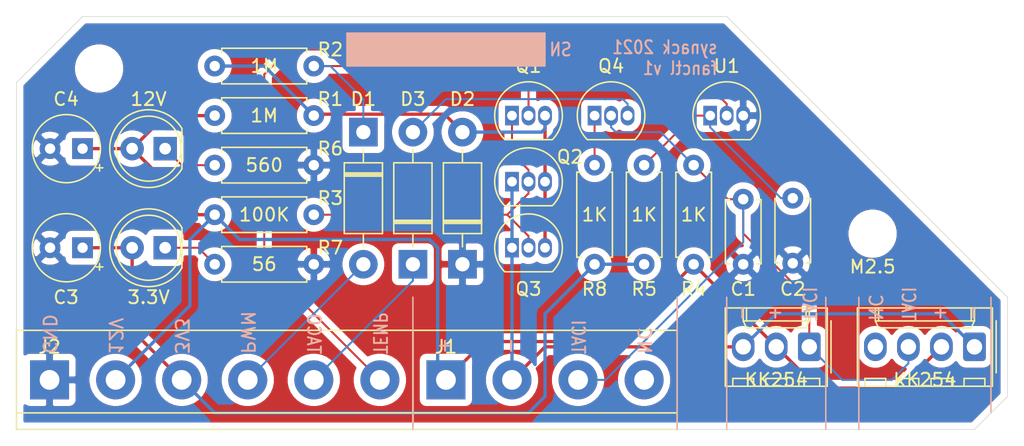
<source format=kicad_pcb>
(kicad_pcb (version 20171130) (host pcbnew 5.1.9+dfsg1-1)

  (general
    (thickness 1.6)
    (drawings 45)
    (tracks 100)
    (zones 0)
    (modules 28)
    (nets 17)
  )

  (page A4)
  (layers
    (0 F.Cu signal)
    (31 B.Cu signal)
    (32 B.Adhes user)
    (33 F.Adhes user)
    (34 B.Paste user)
    (35 F.Paste user)
    (36 B.SilkS user)
    (37 F.SilkS user)
    (38 B.Mask user)
    (39 F.Mask user)
    (40 Dwgs.User user)
    (41 Cmts.User user)
    (42 Eco1.User user)
    (43 Eco2.User user)
    (44 Edge.Cuts user)
    (45 Margin user)
    (46 B.CrtYd user hide)
    (47 F.CrtYd user hide)
    (48 B.Fab user hide)
    (49 F.Fab user hide)
  )

  (setup
    (last_trace_width 0.1524)
    (trace_clearance 0.1524)
    (zone_clearance 0.508)
    (zone_45_only no)
    (trace_min 0.1524)
    (via_size 0.6858)
    (via_drill 0.3302)
    (via_min_size 0.508)
    (via_min_drill 0.254)
    (uvia_size 0.6858)
    (uvia_drill 0.3302)
    (uvias_allowed no)
    (uvia_min_size 0.508)
    (uvia_min_drill 0.254)
    (edge_width 0.05)
    (segment_width 0.2)
    (pcb_text_width 0.3)
    (pcb_text_size 1.5 1.5)
    (mod_edge_width 0.12)
    (mod_text_size 1 1)
    (mod_text_width 0.15)
    (pad_size 2.7 2.7)
    (pad_drill 2.7)
    (pad_to_mask_clearance 0.0508)
    (solder_mask_min_width 0.1016)
    (aux_axis_origin 0 0)
    (grid_origin 101.6 127)
    (visible_elements FFFFFF7F)
    (pcbplotparams
      (layerselection 0x010fc_ffffffff)
      (usegerberextensions false)
      (usegerberattributes true)
      (usegerberadvancedattributes true)
      (creategerberjobfile true)
      (excludeedgelayer true)
      (linewidth 0.100000)
      (plotframeref false)
      (viasonmask false)
      (mode 1)
      (useauxorigin false)
      (hpglpennumber 1)
      (hpglpenspeed 20)
      (hpglpendiameter 15.000000)
      (psnegative false)
      (psa4output false)
      (plotreference true)
      (plotvalue true)
      (plotinvisibletext false)
      (padsonsilk false)
      (subtractmaskfromsilk false)
      (outputformat 1)
      (mirror false)
      (drillshape 1)
      (scaleselection 1)
      (outputdirectory ""))
  )

  (net 0 "")
  (net 1 /TACI)
  (net 2 GND)
  (net 3 "Net-(C2-Pad1)")
  (net 4 +3V3)
  (net 5 +12V)
  (net 6 /PWM)
  (net 7 "Net-(D1-Pad1)")
  (net 8 "Net-(D2-Pad2)")
  (net 9 /TACO)
  (net 10 "Net-(D3-Pad2)")
  (net 11 "Net-(D4-Pad1)")
  (net 12 "Net-(D5-Pad1)")
  (net 13 /TEMP)
  (net 14 "Net-(Q1-Pad1)")
  (net 15 "Net-(Q4-Pad1)")
  (net 16 /FAN-)

  (net_class Default "This is the default net class."
    (clearance 0.1524)
    (trace_width 0.1524)
    (via_dia 0.6858)
    (via_drill 0.3302)
    (uvia_dia 0.6858)
    (uvia_drill 0.3302)
    (diff_pair_width 0.1524)
    (diff_pair_gap 0.254)
    (add_net /FAN-)
    (add_net /PWM)
    (add_net /TACI)
    (add_net /TACO)
    (add_net /TEMP)
    (add_net "Net-(C2-Pad1)")
    (add_net "Net-(D1-Pad1)")
    (add_net "Net-(D3-Pad2)")
    (add_net "Net-(D4-Pad1)")
    (add_net "Net-(D5-Pad1)")
    (add_net "Net-(Q1-Pad1)")
    (add_net "Net-(Q4-Pad1)")
  )

  (net_class Power ""
    (clearance 0.1524)
    (trace_width 0.254)
    (via_dia 0.6858)
    (via_drill 0.3302)
    (uvia_dia 0.6858)
    (uvia_drill 0.3302)
    (diff_pair_width 0.1524)
    (diff_pair_gap 0.254)
    (add_net +12V)
    (add_net +3V3)
    (add_net GND)
    (add_net "Net-(D2-Pad2)")
  )

  (module MountingHole:MountingHole_2.7mm_M2.5_ISO14580 (layer F.Cu) (tedit 60E4925F) (tstamp 60E53304)
    (at 164.89 118.3)
    (descr "Mounting Hole 2.7mm, no annular, M2.5, ISO14580")
    (tags "mounting hole 2.7mm no annular m2.5 iso14580")
    (attr virtual)
    (fp_text reference M2.5 (at 0 2.54) (layer F.SilkS)
      (effects (font (size 1 1) (thickness 0.15)))
    )
    (fp_text value MountingHole_2.7mm_M2.5_ISO14580 (at 0 3.25) (layer F.Fab)
      (effects (font (size 1 1) (thickness 0.15)))
    )
    (fp_circle (center 0 0) (end 2.5 0) (layer F.CrtYd) (width 0.05))
    (fp_circle (center 0 0) (end 2.25 0) (layer Cmts.User) (width 0.15))
    (fp_text user %R (at 0.3 0) (layer F.Fab)
      (effects (font (size 1 1) (thickness 0.15)))
    )
    (pad "" np_thru_hole circle (at 0 0) (size 2.7 2.7) (drill 2.7) (layers *.Cu *.Mask))
  )

  (module MountingHole:MountingHole_2.7mm_M2.5_ISO14580 (layer F.Cu) (tedit 56D1B4CB) (tstamp 60E5340D)
    (at 105.41 105.6)
    (descr "Mounting Hole 2.7mm, no annular, M2.5, ISO14580")
    (tags "mounting hole 2.7mm no annular m2.5 iso14580")
    (attr virtual)
    (fp_text reference REF** (at 0 -3.25) (layer F.SilkS) hide
      (effects (font (size 1 1) (thickness 0.15)))
    )
    (fp_text value MountingHole_2.7mm_M2.5_ISO14580 (at 0 3.25) (layer F.Fab)
      (effects (font (size 1 1) (thickness 0.15)))
    )
    (fp_circle (center 0 0) (end 2.25 0) (layer Cmts.User) (width 0.15))
    (fp_circle (center 0 0) (end 2.5 0) (layer F.CrtYd) (width 0.05))
    (fp_text user %R (at 0.3 0) (layer F.Fab)
      (effects (font (size 1 1) (thickness 0.15)))
    )
    (pad 1 np_thru_hole circle (at 0 0) (size 2.7 2.7) (drill 2.7) (layers *.Cu *.Mask))
  )

  (module Capacitor_THT:C_Disc_D4.7mm_W2.5mm_P5.00mm (layer F.Cu) (tedit 5AE50EF0) (tstamp 60E4E6E4)
    (at 154.94 115.65 270)
    (descr "C, Disc series, Radial, pin pitch=5.00mm, , diameter*width=4.7*2.5mm^2, Capacitor, http://www.vishay.com/docs/45233/krseries.pdf")
    (tags "C Disc series Radial pin pitch 5.00mm  diameter 4.7mm width 2.5mm Capacitor")
    (path /60EA49B5)
    (fp_text reference C1 (at 6.905 0 180) (layer F.SilkS)
      (effects (font (size 1 1) (thickness 0.15)))
    )
    (fp_text value "0.1uF 50V" (at 2.5 2.5 90) (layer F.Fab)
      (effects (font (size 1 1) (thickness 0.15)))
    )
    (fp_line (start 6.05 -1.5) (end -1.05 -1.5) (layer F.CrtYd) (width 0.05))
    (fp_line (start 6.05 1.5) (end 6.05 -1.5) (layer F.CrtYd) (width 0.05))
    (fp_line (start -1.05 1.5) (end 6.05 1.5) (layer F.CrtYd) (width 0.05))
    (fp_line (start -1.05 -1.5) (end -1.05 1.5) (layer F.CrtYd) (width 0.05))
    (fp_line (start 4.97 1.055) (end 4.97 1.37) (layer F.SilkS) (width 0.12))
    (fp_line (start 4.97 -1.37) (end 4.97 -1.055) (layer F.SilkS) (width 0.12))
    (fp_line (start 0.03 1.055) (end 0.03 1.37) (layer F.SilkS) (width 0.12))
    (fp_line (start 0.03 -1.37) (end 0.03 -1.055) (layer F.SilkS) (width 0.12))
    (fp_line (start 0.03 1.37) (end 4.97 1.37) (layer F.SilkS) (width 0.12))
    (fp_line (start 0.03 -1.37) (end 4.97 -1.37) (layer F.SilkS) (width 0.12))
    (fp_line (start 4.85 -1.25) (end 0.15 -1.25) (layer F.Fab) (width 0.1))
    (fp_line (start 4.85 1.25) (end 4.85 -1.25) (layer F.Fab) (width 0.1))
    (fp_line (start 0.15 1.25) (end 4.85 1.25) (layer F.Fab) (width 0.1))
    (fp_line (start 0.15 -1.25) (end 0.15 1.25) (layer F.Fab) (width 0.1))
    (fp_text user %R (at 2.5 0 90) (layer F.Fab)
      (effects (font (size 0.94 0.94) (thickness 0.141)))
    )
    (pad 1 thru_hole circle (at 0 0 270) (size 1.6 1.6) (drill 0.8) (layers *.Cu *.Mask)
      (net 1 /TACI))
    (pad 2 thru_hole circle (at 5 0 270) (size 1.6 1.6) (drill 0.8) (layers *.Cu *.Mask)
      (net 2 GND))
    (model ${KISYS3DMOD}/Capacitor_THT.3dshapes/C_Disc_D4.7mm_W2.5mm_P5.00mm.wrl
      (at (xyz 0 0 0))
      (scale (xyz 1 1 1))
      (rotate (xyz 0 0 0))
    )
  )

  (module Capacitor_THT:C_Disc_D4.7mm_W2.5mm_P5.00mm (layer F.Cu) (tedit 5AE50EF0) (tstamp 60E531B3)
    (at 158.75 115.57 270)
    (descr "C, Disc series, Radial, pin pitch=5.00mm, , diameter*width=4.7*2.5mm^2, Capacitor, http://www.vishay.com/docs/45233/krseries.pdf")
    (tags "C Disc series Radial pin pitch 5.00mm  diameter 4.7mm width 2.5mm Capacitor")
    (path /60FA9761)
    (fp_text reference C2 (at 6.985 0 180) (layer F.SilkS)
      (effects (font (size 1 1) (thickness 0.15)))
    )
    (fp_text value 10nF (at 2.5 2.5 90) (layer F.Fab)
      (effects (font (size 1 1) (thickness 0.15)))
    )
    (fp_line (start 0.15 -1.25) (end 0.15 1.25) (layer F.Fab) (width 0.1))
    (fp_line (start 0.15 1.25) (end 4.85 1.25) (layer F.Fab) (width 0.1))
    (fp_line (start 4.85 1.25) (end 4.85 -1.25) (layer F.Fab) (width 0.1))
    (fp_line (start 4.85 -1.25) (end 0.15 -1.25) (layer F.Fab) (width 0.1))
    (fp_line (start 0.03 -1.37) (end 4.97 -1.37) (layer F.SilkS) (width 0.12))
    (fp_line (start 0.03 1.37) (end 4.97 1.37) (layer F.SilkS) (width 0.12))
    (fp_line (start 0.03 -1.37) (end 0.03 -1.055) (layer F.SilkS) (width 0.12))
    (fp_line (start 0.03 1.055) (end 0.03 1.37) (layer F.SilkS) (width 0.12))
    (fp_line (start 4.97 -1.37) (end 4.97 -1.055) (layer F.SilkS) (width 0.12))
    (fp_line (start 4.97 1.055) (end 4.97 1.37) (layer F.SilkS) (width 0.12))
    (fp_line (start -1.05 -1.5) (end -1.05 1.5) (layer F.CrtYd) (width 0.05))
    (fp_line (start -1.05 1.5) (end 6.05 1.5) (layer F.CrtYd) (width 0.05))
    (fp_line (start 6.05 1.5) (end 6.05 -1.5) (layer F.CrtYd) (width 0.05))
    (fp_line (start 6.05 -1.5) (end -1.05 -1.5) (layer F.CrtYd) (width 0.05))
    (fp_text user %R (at 2.5 0 90) (layer F.Fab)
      (effects (font (size 0.94 0.94) (thickness 0.141)))
    )
    (pad 2 thru_hole circle (at 5 0 270) (size 1.6 1.6) (drill 0.8) (layers *.Cu *.Mask)
      (net 2 GND))
    (pad 1 thru_hole circle (at 0 0 270) (size 1.6 1.6) (drill 0.8) (layers *.Cu *.Mask)
      (net 3 "Net-(C2-Pad1)"))
    (model ${KISYS3DMOD}/Capacitor_THT.3dshapes/C_Disc_D4.7mm_W2.5mm_P5.00mm.wrl
      (at (xyz 0 0 0))
      (scale (xyz 1 1 1))
      (rotate (xyz 0 0 0))
    )
  )

  (module Capacitor_THT:CP_Radial_Tantal_D5.0mm_P2.50mm (layer F.Cu) (tedit 5AE50EF0) (tstamp 60E4E707)
    (at 104.14 119.38 180)
    (descr "CP, Radial_Tantal series, Radial, pin pitch=2.50mm, , diameter=5.0mm, Tantal Electrolytic Capacitor, http://cdn-reichelt.de/documents/datenblatt/B300/TANTAL-TB-Serie%23.pdf")
    (tags "CP Radial_Tantal series Radial pin pitch 2.50mm  diameter 5.0mm Tantal Electrolytic Capacitor")
    (path /60F7DF0B)
    (fp_text reference C3 (at 1.27 -3.81) (layer F.SilkS)
      (effects (font (size 1 1) (thickness 0.15)))
    )
    (fp_text value 10uF (at 1.25 3.75) (layer F.Fab)
      (effects (font (size 1 1) (thickness 0.15)))
    )
    (fp_line (start -1.304775 -1.725) (end -1.304775 -1.225) (layer F.SilkS) (width 0.12))
    (fp_line (start -1.554775 -1.475) (end -1.054775 -1.475) (layer F.SilkS) (width 0.12))
    (fp_line (start -0.633605 -1.3375) (end -0.633605 -0.8375) (layer F.Fab) (width 0.1))
    (fp_line (start -0.883605 -1.0875) (end -0.383605 -1.0875) (layer F.Fab) (width 0.1))
    (fp_circle (center 1.25 0) (end 4 0) (layer F.CrtYd) (width 0.05))
    (fp_circle (center 1.25 0) (end 3.87 0) (layer F.SilkS) (width 0.12))
    (fp_circle (center 1.25 0) (end 3.75 0) (layer F.Fab) (width 0.1))
    (fp_text user %R (at 1.25 0) (layer F.Fab)
      (effects (font (size 1 1) (thickness 0.15)))
    )
    (pad 1 thru_hole rect (at 0 0 180) (size 1.6 1.6) (drill 0.8) (layers *.Cu *.Mask)
      (net 4 +3V3))
    (pad 2 thru_hole circle (at 2.5 0 180) (size 1.6 1.6) (drill 0.8) (layers *.Cu *.Mask)
      (net 2 GND))
    (model ${KISYS3DMOD}/Capacitor_THT.3dshapes/CP_Radial_Tantal_D5.0mm_P2.50mm.wrl
      (at (xyz 0 0 0))
      (scale (xyz 1 1 1))
      (rotate (xyz 0 0 0))
    )
  )

  (module Capacitor_THT:CP_Radial_Tantal_D5.0mm_P2.50mm (layer F.Cu) (tedit 5AE50EF0) (tstamp 60E4F196)
    (at 104.14 111.76 180)
    (descr "CP, Radial_Tantal series, Radial, pin pitch=2.50mm, , diameter=5.0mm, Tantal Electrolytic Capacitor, http://cdn-reichelt.de/documents/datenblatt/B300/TANTAL-TB-Serie%23.pdf")
    (tags "CP Radial_Tantal series Radial pin pitch 2.50mm  diameter 5.0mm Tantal Electrolytic Capacitor")
    (path /60F815A6)
    (fp_text reference C4 (at 1.27 3.81) (layer F.SilkS)
      (effects (font (size 1 1) (thickness 0.15)))
    )
    (fp_text value 10uF (at 1.25 3.75) (layer F.Fab)
      (effects (font (size 1 1) (thickness 0.15)))
    )
    (fp_circle (center 1.25 0) (end 3.75 0) (layer F.Fab) (width 0.1))
    (fp_circle (center 1.25 0) (end 3.87 0) (layer F.SilkS) (width 0.12))
    (fp_circle (center 1.25 0) (end 4 0) (layer F.CrtYd) (width 0.05))
    (fp_line (start -0.883605 -1.0875) (end -0.383605 -1.0875) (layer F.Fab) (width 0.1))
    (fp_line (start -0.633605 -1.3375) (end -0.633605 -0.8375) (layer F.Fab) (width 0.1))
    (fp_line (start -1.554775 -1.475) (end -1.054775 -1.475) (layer F.SilkS) (width 0.12))
    (fp_line (start -1.304775 -1.725) (end -1.304775 -1.225) (layer F.SilkS) (width 0.12))
    (fp_text user %R (at 1.25 0) (layer F.Fab)
      (effects (font (size 1 1) (thickness 0.15)))
    )
    (pad 2 thru_hole circle (at 2.5 0 180) (size 1.6 1.6) (drill 0.8) (layers *.Cu *.Mask)
      (net 2 GND))
    (pad 1 thru_hole rect (at 0 0 180) (size 1.6 1.6) (drill 0.8) (layers *.Cu *.Mask)
      (net 5 +12V))
    (model ${KISYS3DMOD}/Capacitor_THT.3dshapes/CP_Radial_Tantal_D5.0mm_P2.50mm.wrl
      (at (xyz 0 0 0))
      (scale (xyz 1 1 1))
      (rotate (xyz 0 0 0))
    )
  )

  (module Diode_THT:D_DO-41_SOD81_P10.16mm_Horizontal (layer F.Cu) (tedit 5AE50CD5) (tstamp 60E4E734)
    (at 125.73 110.49 270)
    (descr "Diode, DO-41_SOD81 series, Axial, Horizontal, pin pitch=10.16mm, , length*diameter=5.2*2.7mm^2, , http://www.diodes.com/_files/packages/DO-41%20(Plastic).pdf")
    (tags "Diode DO-41_SOD81 series Axial Horizontal pin pitch 10.16mm  length 5.2mm diameter 2.7mm")
    (path /60E55101)
    (fp_text reference D1 (at -2.54 0 180) (layer F.SilkS)
      (effects (font (size 1 1) (thickness 0.15)))
    )
    (fp_text value 1N4004 (at 5.08 2.47 90) (layer F.Fab)
      (effects (font (size 1 1) (thickness 0.15)))
    )
    (fp_line (start 2.48 -1.35) (end 2.48 1.35) (layer F.Fab) (width 0.1))
    (fp_line (start 2.48 1.35) (end 7.68 1.35) (layer F.Fab) (width 0.1))
    (fp_line (start 7.68 1.35) (end 7.68 -1.35) (layer F.Fab) (width 0.1))
    (fp_line (start 7.68 -1.35) (end 2.48 -1.35) (layer F.Fab) (width 0.1))
    (fp_line (start 0 0) (end 2.48 0) (layer F.Fab) (width 0.1))
    (fp_line (start 10.16 0) (end 7.68 0) (layer F.Fab) (width 0.1))
    (fp_line (start 3.26 -1.35) (end 3.26 1.35) (layer F.Fab) (width 0.1))
    (fp_line (start 3.36 -1.35) (end 3.36 1.35) (layer F.Fab) (width 0.1))
    (fp_line (start 3.16 -1.35) (end 3.16 1.35) (layer F.Fab) (width 0.1))
    (fp_line (start 2.36 -1.47) (end 2.36 1.47) (layer F.SilkS) (width 0.12))
    (fp_line (start 2.36 1.47) (end 7.8 1.47) (layer F.SilkS) (width 0.12))
    (fp_line (start 7.8 1.47) (end 7.8 -1.47) (layer F.SilkS) (width 0.12))
    (fp_line (start 7.8 -1.47) (end 2.36 -1.47) (layer F.SilkS) (width 0.12))
    (fp_line (start 1.34 0) (end 2.36 0) (layer F.SilkS) (width 0.12))
    (fp_line (start 8.82 0) (end 7.8 0) (layer F.SilkS) (width 0.12))
    (fp_line (start 3.26 -1.47) (end 3.26 1.47) (layer F.SilkS) (width 0.12))
    (fp_line (start 3.38 -1.47) (end 3.38 1.47) (layer F.SilkS) (width 0.12))
    (fp_line (start 3.14 -1.47) (end 3.14 1.47) (layer F.SilkS) (width 0.12))
    (fp_line (start -1.35 -1.6) (end -1.35 1.6) (layer F.CrtYd) (width 0.05))
    (fp_line (start -1.35 1.6) (end 11.51 1.6) (layer F.CrtYd) (width 0.05))
    (fp_line (start 11.51 1.6) (end 11.51 -1.6) (layer F.CrtYd) (width 0.05))
    (fp_line (start 11.51 -1.6) (end -1.35 -1.6) (layer F.CrtYd) (width 0.05))
    (fp_text user K (at 2.36 0 90) (layer F.SilkS) hide
      (effects (font (size 1 1) (thickness 0.15)))
    )
    (fp_text user K (at 0 -2.1 90) (layer F.Fab)
      (effects (font (size 1 1) (thickness 0.15)))
    )
    (fp_text user %R (at 5.47 0 90) (layer F.Fab)
      (effects (font (size 1 1) (thickness 0.15)))
    )
    (pad 2 thru_hole oval (at 10.16 0 270) (size 2.2 2.2) (drill 1.1) (layers *.Cu *.Mask)
      (net 6 /PWM))
    (pad 1 thru_hole rect (at 0 0 270) (size 2.2 2.2) (drill 1.1) (layers *.Cu *.Mask)
      (net 7 "Net-(D1-Pad1)"))
    (model ${KISYS3DMOD}/Diode_THT.3dshapes/D_DO-41_SOD81_P10.16mm_Horizontal.wrl
      (at (xyz 0 0 0))
      (scale (xyz 1 1 1))
      (rotate (xyz 0 0 0))
    )
  )

  (module Diode_THT:D_DO-41_SOD81_P10.16mm_Horizontal (layer F.Cu) (tedit 5AE50CD5) (tstamp 60E4E753)
    (at 133.35 120.65 90)
    (descr "Diode, DO-41_SOD81 series, Axial, Horizontal, pin pitch=10.16mm, , length*diameter=5.2*2.7mm^2, , http://www.diodes.com/_files/packages/DO-41%20(Plastic).pdf")
    (tags "Diode DO-41_SOD81 series Axial Horizontal pin pitch 10.16mm  length 5.2mm diameter 2.7mm")
    (path /60E4F002)
    (fp_text reference D2 (at 12.7 0 180) (layer F.SilkS)
      (effects (font (size 1 1) (thickness 0.15)))
    )
    (fp_text value 1N4004 (at 5.08 2.47 90) (layer F.Fab)
      (effects (font (size 1 1) (thickness 0.15)))
    )
    (fp_line (start 11.51 -1.6) (end -1.35 -1.6) (layer F.CrtYd) (width 0.05))
    (fp_line (start 11.51 1.6) (end 11.51 -1.6) (layer F.CrtYd) (width 0.05))
    (fp_line (start -1.35 1.6) (end 11.51 1.6) (layer F.CrtYd) (width 0.05))
    (fp_line (start -1.35 -1.6) (end -1.35 1.6) (layer F.CrtYd) (width 0.05))
    (fp_line (start 3.14 -1.47) (end 3.14 1.47) (layer F.SilkS) (width 0.12))
    (fp_line (start 3.38 -1.47) (end 3.38 1.47) (layer F.SilkS) (width 0.12))
    (fp_line (start 3.26 -1.47) (end 3.26 1.47) (layer F.SilkS) (width 0.12))
    (fp_line (start 8.82 0) (end 7.8 0) (layer F.SilkS) (width 0.12))
    (fp_line (start 1.34 0) (end 2.36 0) (layer F.SilkS) (width 0.12))
    (fp_line (start 7.8 -1.47) (end 2.36 -1.47) (layer F.SilkS) (width 0.12))
    (fp_line (start 7.8 1.47) (end 7.8 -1.47) (layer F.SilkS) (width 0.12))
    (fp_line (start 2.36 1.47) (end 7.8 1.47) (layer F.SilkS) (width 0.12))
    (fp_line (start 2.36 -1.47) (end 2.36 1.47) (layer F.SilkS) (width 0.12))
    (fp_line (start 3.16 -1.35) (end 3.16 1.35) (layer F.Fab) (width 0.1))
    (fp_line (start 3.36 -1.35) (end 3.36 1.35) (layer F.Fab) (width 0.1))
    (fp_line (start 3.26 -1.35) (end 3.26 1.35) (layer F.Fab) (width 0.1))
    (fp_line (start 10.16 0) (end 7.68 0) (layer F.Fab) (width 0.1))
    (fp_line (start 0 0) (end 2.48 0) (layer F.Fab) (width 0.1))
    (fp_line (start 7.68 -1.35) (end 2.48 -1.35) (layer F.Fab) (width 0.1))
    (fp_line (start 7.68 1.35) (end 7.68 -1.35) (layer F.Fab) (width 0.1))
    (fp_line (start 2.48 1.35) (end 7.68 1.35) (layer F.Fab) (width 0.1))
    (fp_line (start 2.48 -1.35) (end 2.48 1.35) (layer F.Fab) (width 0.1))
    (fp_text user %R (at 5.47 0 90) (layer F.Fab)
      (effects (font (size 1 1) (thickness 0.15)))
    )
    (fp_text user K (at 0 -2.1 90) (layer F.Fab)
      (effects (font (size 1 1) (thickness 0.15)))
    )
    (fp_text user K (at 2.54 0 90) (layer F.SilkS) hide
      (effects (font (size 1 1) (thickness 0.15)))
    )
    (pad 1 thru_hole rect (at 0 0 90) (size 2.2 2.2) (drill 1.1) (layers *.Cu *.Mask)
      (net 2 GND))
    (pad 2 thru_hole oval (at 10.16 0 90) (size 2.2 2.2) (drill 1.1) (layers *.Cu *.Mask)
      (net 8 "Net-(D2-Pad2)"))
    (model ${KISYS3DMOD}/Diode_THT.3dshapes/D_DO-41_SOD81_P10.16mm_Horizontal.wrl
      (at (xyz 0 0 0))
      (scale (xyz 1 1 1))
      (rotate (xyz 0 0 0))
    )
  )

  (module Diode_THT:D_DO-41_SOD81_P10.16mm_Horizontal (layer F.Cu) (tedit 5AE50CD5) (tstamp 60E4E772)
    (at 129.54 120.65 90)
    (descr "Diode, DO-41_SOD81 series, Axial, Horizontal, pin pitch=10.16mm, , length*diameter=5.2*2.7mm^2, , http://www.diodes.com/_files/packages/DO-41%20(Plastic).pdf")
    (tags "Diode DO-41_SOD81 series Axial Horizontal pin pitch 10.16mm  length 5.2mm diameter 2.7mm")
    (path /60EB7CD4)
    (fp_text reference D3 (at 12.7 0 180) (layer F.SilkS)
      (effects (font (size 1 1) (thickness 0.15)))
    )
    (fp_text value 1N4004 (at 5.08 2.47 90) (layer F.Fab)
      (effects (font (size 1 1) (thickness 0.15)))
    )
    (fp_line (start 11.51 -1.6) (end -1.35 -1.6) (layer F.CrtYd) (width 0.05))
    (fp_line (start 11.51 1.6) (end 11.51 -1.6) (layer F.CrtYd) (width 0.05))
    (fp_line (start -1.35 1.6) (end 11.51 1.6) (layer F.CrtYd) (width 0.05))
    (fp_line (start -1.35 -1.6) (end -1.35 1.6) (layer F.CrtYd) (width 0.05))
    (fp_line (start 3.14 -1.47) (end 3.14 1.47) (layer F.SilkS) (width 0.12))
    (fp_line (start 3.38 -1.47) (end 3.38 1.47) (layer F.SilkS) (width 0.12))
    (fp_line (start 3.26 -1.47) (end 3.26 1.47) (layer F.SilkS) (width 0.12))
    (fp_line (start 8.82 0) (end 7.8 0) (layer F.SilkS) (width 0.12))
    (fp_line (start 1.34 0) (end 2.36 0) (layer F.SilkS) (width 0.12))
    (fp_line (start 7.8 -1.47) (end 2.36 -1.47) (layer F.SilkS) (width 0.12))
    (fp_line (start 7.8 1.47) (end 7.8 -1.47) (layer F.SilkS) (width 0.12))
    (fp_line (start 2.36 1.47) (end 7.8 1.47) (layer F.SilkS) (width 0.12))
    (fp_line (start 2.36 -1.47) (end 2.36 1.47) (layer F.SilkS) (width 0.12))
    (fp_line (start 3.16 -1.35) (end 3.16 1.35) (layer F.Fab) (width 0.1))
    (fp_line (start 3.36 -1.35) (end 3.36 1.35) (layer F.Fab) (width 0.1))
    (fp_line (start 3.26 -1.35) (end 3.26 1.35) (layer F.Fab) (width 0.1))
    (fp_line (start 10.16 0) (end 7.68 0) (layer F.Fab) (width 0.1))
    (fp_line (start 0 0) (end 2.48 0) (layer F.Fab) (width 0.1))
    (fp_line (start 7.68 -1.35) (end 2.48 -1.35) (layer F.Fab) (width 0.1))
    (fp_line (start 7.68 1.35) (end 7.68 -1.35) (layer F.Fab) (width 0.1))
    (fp_line (start 2.48 1.35) (end 7.68 1.35) (layer F.Fab) (width 0.1))
    (fp_line (start 2.48 -1.35) (end 2.48 1.35) (layer F.Fab) (width 0.1))
    (fp_text user %R (at 5.47 0 90) (layer F.Fab)
      (effects (font (size 1 1) (thickness 0.15)))
    )
    (fp_text user K (at 0 -2.1 90) (layer F.Fab)
      (effects (font (size 1 1) (thickness 0.15)))
    )
    (fp_text user K (at 2.54 0 90) (layer F.SilkS) hide
      (effects (font (size 1 1) (thickness 0.15)))
    )
    (pad 1 thru_hole rect (at 0 0 90) (size 2.2 2.2) (drill 1.1) (layers *.Cu *.Mask)
      (net 9 /TACO))
    (pad 2 thru_hole oval (at 10.16 0 90) (size 2.2 2.2) (drill 1.1) (layers *.Cu *.Mask)
      (net 10 "Net-(D3-Pad2)"))
    (model ${KISYS3DMOD}/Diode_THT.3dshapes/D_DO-41_SOD81_P10.16mm_Horizontal.wrl
      (at (xyz 0 0 0))
      (scale (xyz 1 1 1))
      (rotate (xyz 0 0 0))
    )
  )

  (module TerminalBlock:TerminalBlock_bornier-4_P5.08mm (layer F.Cu) (tedit 59FF03D1) (tstamp 60E4E7C8)
    (at 132.08 129.54)
    (descr "simple 4-pin terminal block, pitch 5.08mm, revamped version of bornier4")
    (tags "terminal block bornier4")
    (path /60F8B616)
    (fp_text reference J1 (at 0 -2.54) (layer F.SilkS)
      (effects (font (size 1 1) (thickness 0.15)))
    )
    (fp_text value FAN (at 7.6 4.75) (layer F.Fab)
      (effects (font (size 1 1) (thickness 0.15)))
    )
    (fp_line (start 17.97 4) (end -2.73 4) (layer F.CrtYd) (width 0.05))
    (fp_line (start 17.97 4) (end 17.97 -4) (layer F.CrtYd) (width 0.05))
    (fp_line (start -2.73 -4) (end -2.73 4) (layer F.CrtYd) (width 0.05))
    (fp_line (start -2.73 -4) (end 17.97 -4) (layer F.CrtYd) (width 0.05))
    (fp_line (start -2.54 3.81) (end 17.78 3.81) (layer F.SilkS) (width 0.12))
    (fp_line (start -2.54 -3.81) (end 17.78 -3.81) (layer F.SilkS) (width 0.12))
    (fp_line (start 17.78 2.54) (end -2.54 2.54) (layer F.SilkS) (width 0.12))
    (fp_line (start 17.78 3.81) (end 17.78 -3.81) (layer F.SilkS) (width 0.12))
    (fp_line (start -2.54 -3.81) (end -2.54 3.81) (layer F.SilkS) (width 0.12))
    (fp_line (start 17.72 3.75) (end -2.43 3.75) (layer F.Fab) (width 0.1))
    (fp_line (start 17.72 -3.75) (end 17.72 3.75) (layer F.Fab) (width 0.1))
    (fp_line (start -2.48 -3.75) (end 17.72 -3.75) (layer F.Fab) (width 0.1))
    (fp_line (start -2.48 3.75) (end -2.48 -3.75) (layer F.Fab) (width 0.1))
    (fp_line (start -2.43 3.75) (end -2.48 3.75) (layer F.Fab) (width 0.1))
    (fp_line (start -2.48 2.55) (end 17.72 2.55) (layer F.Fab) (width 0.1))
    (fp_text user %R (at 7.62 0) (layer F.Fab)
      (effects (font (size 1 1) (thickness 0.15)))
    )
    (pad 2 thru_hole circle (at 5.08 0) (size 3 3) (drill 1.52) (layers *.Cu *.Mask)
      (net 16 /FAN-))
    (pad 3 thru_hole circle (at 10.16 0) (size 3 3) (drill 1.52) (layers *.Cu *.Mask)
      (net 1 /TACI))
    (pad 1 thru_hole rect (at 0 0) (size 3 3) (drill 1.52) (layers *.Cu *.Mask)
      (net 5 +12V))
    (pad 4 thru_hole circle (at 15.24 0) (size 3 3) (drill 1.52) (layers *.Cu *.Mask))
    (model ${KISYS3DMOD}/TerminalBlock.3dshapes/TerminalBlock_bornier-4_P5.08mm.wrl
      (offset (xyz 7.619999885559082 0 0))
      (scale (xyz 1 1 1))
      (rotate (xyz 0 0 0))
    )
    (model ${KISYS3DMOD}/TerminalBlock_Phoenix.3dshapes/TerminalBlock_Phoenix_MKDS-1,5-4-5.08_1x04_P5.08mm_Horizontal.wrl
      (at (xyz 0 0 0))
      (scale (xyz 1 1 1))
      (rotate (xyz 0 0 0))
    )
  )

  (module TerminalBlock:TerminalBlock_bornier-6_P5.08mm (layer F.Cu) (tedit 59FF03F5) (tstamp 60E52406)
    (at 101.6 129.54)
    (descr "simple 6pin terminal block, pitch 5.08mm, revamped version of bornier6")
    (tags "terminal block bornier6")
    (path /60F48939)
    (fp_text reference J2 (at 0 -2.54) (layer F.SilkS)
      (effects (font (size 1 1) (thickness 0.15)))
    )
    (fp_text value Screw_Terminal_01x06 (at 12.7 4.75) (layer F.Fab)
      (effects (font (size 1 1) (thickness 0.15)))
    )
    (fp_line (start 28.15 4) (end -2.75 4) (layer F.CrtYd) (width 0.05))
    (fp_line (start 28.15 4) (end 28.15 -4) (layer F.CrtYd) (width 0.05))
    (fp_line (start -2.75 -4) (end -2.75 4) (layer F.CrtYd) (width 0.05))
    (fp_line (start -2.75 -4) (end 28.15 -4) (layer F.CrtYd) (width 0.05))
    (fp_line (start -2.54 3.81) (end 27.94 3.81) (layer F.SilkS) (width 0.12))
    (fp_line (start -2.54 -3.81) (end 27.94 -3.81) (layer F.SilkS) (width 0.12))
    (fp_line (start -2.54 2.54) (end 27.94 2.54) (layer F.SilkS) (width 0.12))
    (fp_line (start 27.94 3.81) (end 27.94 -3.81) (layer F.SilkS) (width 0.12))
    (fp_line (start -2.54 -3.81) (end -2.54 3.81) (layer F.SilkS) (width 0.12))
    (fp_line (start 27.9 -3.75) (end -2.5 -3.75) (layer F.Fab) (width 0.1))
    (fp_line (start 27.9 3.75) (end 27.9 -3.75) (layer F.Fab) (width 0.1))
    (fp_line (start -2.5 3.75) (end 27.9 3.75) (layer F.Fab) (width 0.1))
    (fp_line (start -2.5 -3.75) (end -2.5 3.75) (layer F.Fab) (width 0.1))
    (fp_line (start -2.5 2.55) (end 27.9 2.55) (layer F.Fab) (width 0.1))
    (fp_text user %R (at 12.7 0) (layer F.Fab)
      (effects (font (size 1 1) (thickness 0.15)))
    )
    (pad 2 thru_hole circle (at 5.08 0) (size 3 3) (drill 1.52) (layers *.Cu *.Mask)
      (net 5 +12V))
    (pad 3 thru_hole circle (at 10.16 0) (size 3 3) (drill 1.52) (layers *.Cu *.Mask)
      (net 4 +3V3))
    (pad 1 thru_hole rect (at 0 0) (size 3 3) (drill 1.52) (layers *.Cu *.Mask)
      (net 2 GND))
    (pad 4 thru_hole circle (at 15.24 0) (size 3 3) (drill 1.52) (layers *.Cu *.Mask)
      (net 6 /PWM))
    (pad 5 thru_hole circle (at 20.32 0) (size 3 3) (drill 1.52) (layers *.Cu *.Mask)
      (net 9 /TACO))
    (pad 6 thru_hole circle (at 25.4 0) (size 3 3) (drill 1.52) (layers *.Cu *.Mask)
      (net 13 /TEMP))
    (model ${KISYS3DMOD}/TerminalBlock.3dshapes/TerminalBlock_bornier-6_P5.08mm.wrl
      (offset (xyz 12.69999980926514 0 0))
      (scale (xyz 1 1 1))
      (rotate (xyz 0 0 0))
    )
    (model ${KISYS3DMOD}/TerminalBlock_Phoenix.3dshapes/TerminalBlock_Phoenix_MKDS-1,5-6-5.08_1x06_P5.08mm_Horizontal.wrl
      (at (xyz 0 0 0))
      (scale (xyz 1 1 1))
      (rotate (xyz 0 0 0))
    )
  )

  (module Connector_Molex:Molex_KK-254_AE-6410-03A_1x03_P2.54mm_Vertical (layer F.Cu) (tedit 5EA53D3B) (tstamp 60E4E809)
    (at 160.02 127 180)
    (descr "Molex KK-254 Interconnect System, old/engineering part number: AE-6410-03A example for new part number: 22-27-2031, 3 Pins (http://www.molex.com/pdm_docs/sd/022272021_sd.pdf), generated with kicad-footprint-generator")
    (tags "connector Molex KK-254 vertical")
    (path /60E23F34)
    (fp_text reference M1 (at 2.54 3.81) (layer F.SilkS) hide
      (effects (font (size 1 1) (thickness 0.15)))
    )
    (fp_text value FAN (at 2.54 4.08) (layer F.Fab)
      (effects (font (size 1 1) (thickness 0.15)))
    )
    (fp_line (start 6.85 -3.42) (end -1.77 -3.42) (layer F.CrtYd) (width 0.05))
    (fp_line (start 6.85 3.38) (end 6.85 -3.42) (layer F.CrtYd) (width 0.05))
    (fp_line (start -1.77 3.38) (end 6.85 3.38) (layer F.CrtYd) (width 0.05))
    (fp_line (start -1.77 -3.42) (end -1.77 3.38) (layer F.CrtYd) (width 0.05))
    (fp_line (start 5.88 -2.43) (end 5.88 -3.03) (layer F.SilkS) (width 0.12))
    (fp_line (start 4.28 -2.43) (end 5.88 -2.43) (layer F.SilkS) (width 0.12))
    (fp_line (start 4.28 -3.03) (end 4.28 -2.43) (layer F.SilkS) (width 0.12))
    (fp_line (start 3.34 -2.43) (end 3.34 -3.03) (layer F.SilkS) (width 0.12))
    (fp_line (start 1.74 -2.43) (end 3.34 -2.43) (layer F.SilkS) (width 0.12))
    (fp_line (start 1.74 -3.03) (end 1.74 -2.43) (layer F.SilkS) (width 0.12))
    (fp_line (start 0.8 -2.43) (end 0.8 -3.03) (layer F.SilkS) (width 0.12))
    (fp_line (start -0.8 -2.43) (end 0.8 -2.43) (layer F.SilkS) (width 0.12))
    (fp_line (start -0.8 -3.03) (end -0.8 -2.43) (layer F.SilkS) (width 0.12))
    (fp_line (start 4.83 2.99) (end 4.83 1.99) (layer F.SilkS) (width 0.12))
    (fp_line (start 0.25 2.99) (end 0.25 1.99) (layer F.SilkS) (width 0.12))
    (fp_line (start 4.83 1.46) (end 5.08 1.99) (layer F.SilkS) (width 0.12))
    (fp_line (start 0.25 1.46) (end 4.83 1.46) (layer F.SilkS) (width 0.12))
    (fp_line (start 0 1.99) (end 0.25 1.46) (layer F.SilkS) (width 0.12))
    (fp_line (start 5.08 1.99) (end 5.08 2.99) (layer F.SilkS) (width 0.12))
    (fp_line (start 0 1.99) (end 5.08 1.99) (layer F.SilkS) (width 0.12))
    (fp_line (start 0 2.99) (end 0 1.99) (layer F.SilkS) (width 0.12))
    (fp_line (start -0.562893 0) (end -1.27 0.5) (layer F.Fab) (width 0.1))
    (fp_line (start -1.27 -0.5) (end -0.562893 0) (layer F.Fab) (width 0.1))
    (fp_line (start -1.67 -2) (end -1.67 2) (layer F.SilkS) (width 0.12))
    (fp_line (start 6.46 -3.03) (end -1.38 -3.03) (layer F.SilkS) (width 0.12))
    (fp_line (start 6.46 2.99) (end 6.46 -3.03) (layer F.SilkS) (width 0.12))
    (fp_line (start -1.38 2.99) (end 6.46 2.99) (layer F.SilkS) (width 0.12))
    (fp_line (start -1.38 -3.03) (end -1.38 2.99) (layer F.SilkS) (width 0.12))
    (fp_line (start 6.35 -2.92) (end -1.27 -2.92) (layer F.Fab) (width 0.1))
    (fp_line (start 6.35 2.88) (end 6.35 -2.92) (layer F.Fab) (width 0.1))
    (fp_line (start -1.27 2.88) (end 6.35 2.88) (layer F.Fab) (width 0.1))
    (fp_line (start -1.27 -2.92) (end -1.27 2.88) (layer F.Fab) (width 0.1))
    (fp_text user %R (at 2.54 -2.22) (layer F.Fab)
      (effects (font (size 1 1) (thickness 0.15)))
    )
    (pad 1 thru_hole roundrect (at 0 0 180) (size 1.74 2.19) (drill 1.19) (layers *.Cu *.Mask) (roundrect_rratio 0.143678)
      (net 1 /TACI))
    (pad 2 thru_hole oval (at 2.54 0 180) (size 1.74 2.19) (drill 1.19) (layers *.Cu *.Mask)
      (net 5 +12V))
    (pad 3 thru_hole oval (at 5.08 0 180) (size 1.74 2.19) (drill 1.19) (layers *.Cu *.Mask)
      (net 16 /FAN-))
    (model ${KISYS3DMOD}/Connector_Molex.3dshapes/Molex_KK-254_AE-6410-03A_1x03_P2.54mm_Vertical.wrl
      (at (xyz 0 0 0))
      (scale (xyz 1 1 1))
      (rotate (xyz 0 0 0))
    )
  )

  (module Connector_Molex:Molex_KK-254_AE-6410-04A_1x04_P2.54mm_Vertical (layer F.Cu) (tedit 5EA53D3B) (tstamp 60E50FC1)
    (at 172.72 127 180)
    (descr "Molex KK-254 Interconnect System, old/engineering part number: AE-6410-04A example for new part number: 22-27-2041, 4 Pins (http://www.molex.com/pdm_docs/sd/022272021_sd.pdf), generated with kicad-footprint-generator")
    (tags "connector Molex KK-254 vertical")
    (path /60E968BD)
    (fp_text reference M2 (at 3.81 3.81) (layer F.SilkS) hide
      (effects (font (size 1 1) (thickness 0.15)))
    )
    (fp_text value FAN (at 3.81 4.08) (layer F.Fab)
      (effects (font (size 1 1) (thickness 0.15)))
    )
    (fp_line (start 9.39 -3.42) (end -1.77 -3.42) (layer F.CrtYd) (width 0.05))
    (fp_line (start 9.39 3.38) (end 9.39 -3.42) (layer F.CrtYd) (width 0.05))
    (fp_line (start -1.77 3.38) (end 9.39 3.38) (layer F.CrtYd) (width 0.05))
    (fp_line (start -1.77 -3.42) (end -1.77 3.38) (layer F.CrtYd) (width 0.05))
    (fp_line (start 8.42 -2.43) (end 8.42 -3.03) (layer F.SilkS) (width 0.12))
    (fp_line (start 6.82 -2.43) (end 8.42 -2.43) (layer F.SilkS) (width 0.12))
    (fp_line (start 6.82 -3.03) (end 6.82 -2.43) (layer F.SilkS) (width 0.12))
    (fp_line (start 5.88 -2.43) (end 5.88 -3.03) (layer F.SilkS) (width 0.12))
    (fp_line (start 4.28 -2.43) (end 5.88 -2.43) (layer F.SilkS) (width 0.12))
    (fp_line (start 4.28 -3.03) (end 4.28 -2.43) (layer F.SilkS) (width 0.12))
    (fp_line (start 3.34 -2.43) (end 3.34 -3.03) (layer F.SilkS) (width 0.12))
    (fp_line (start 1.74 -2.43) (end 3.34 -2.43) (layer F.SilkS) (width 0.12))
    (fp_line (start 1.74 -3.03) (end 1.74 -2.43) (layer F.SilkS) (width 0.12))
    (fp_line (start 0.8 -2.43) (end 0.8 -3.03) (layer F.SilkS) (width 0.12))
    (fp_line (start -0.8 -2.43) (end 0.8 -2.43) (layer F.SilkS) (width 0.12))
    (fp_line (start -0.8 -3.03) (end -0.8 -2.43) (layer F.SilkS) (width 0.12))
    (fp_line (start 7.37 2.99) (end 7.37 1.99) (layer F.SilkS) (width 0.12))
    (fp_line (start 0.25 2.99) (end 0.25 1.99) (layer F.SilkS) (width 0.12))
    (fp_line (start 7.37 1.46) (end 7.62 1.99) (layer F.SilkS) (width 0.12))
    (fp_line (start 0.25 1.46) (end 7.37 1.46) (layer F.SilkS) (width 0.12))
    (fp_line (start 0 1.99) (end 0.25 1.46) (layer F.SilkS) (width 0.12))
    (fp_line (start 7.62 1.99) (end 7.62 2.99) (layer F.SilkS) (width 0.12))
    (fp_line (start 0 1.99) (end 7.62 1.99) (layer F.SilkS) (width 0.12))
    (fp_line (start 0 2.99) (end 0 1.99) (layer F.SilkS) (width 0.12))
    (fp_line (start -0.562893 0) (end -1.27 0.5) (layer F.Fab) (width 0.1))
    (fp_line (start -1.27 -0.5) (end -0.562893 0) (layer F.Fab) (width 0.1))
    (fp_line (start -1.67 -2) (end -1.67 2) (layer F.SilkS) (width 0.12))
    (fp_line (start 9 -3.03) (end -1.38 -3.03) (layer F.SilkS) (width 0.12))
    (fp_line (start 9 2.99) (end 9 -3.03) (layer F.SilkS) (width 0.12))
    (fp_line (start -1.38 2.99) (end 9 2.99) (layer F.SilkS) (width 0.12))
    (fp_line (start -1.38 -3.03) (end -1.38 2.99) (layer F.SilkS) (width 0.12))
    (fp_line (start 8.89 -2.92) (end -1.27 -2.92) (layer F.Fab) (width 0.1))
    (fp_line (start 8.89 2.88) (end 8.89 -2.92) (layer F.Fab) (width 0.1))
    (fp_line (start -1.27 2.88) (end 8.89 2.88) (layer F.Fab) (width 0.1))
    (fp_line (start -1.27 -2.92) (end -1.27 2.88) (layer F.Fab) (width 0.1))
    (fp_text user %R (at 3.81 -2.22) (layer F.Fab)
      (effects (font (size 1 1) (thickness 0.15)))
    )
    (pad 1 thru_hole roundrect (at 0 0 180) (size 1.74 2.19) (drill 1.19) (layers *.Cu *.Mask) (roundrect_rratio 0.143678)
      (net 16 /FAN-))
    (pad 2 thru_hole oval (at 2.54 0 180) (size 1.74 2.19) (drill 1.19) (layers *.Cu *.Mask)
      (net 5 +12V))
    (pad 3 thru_hole oval (at 5.08 0 180) (size 1.74 2.19) (drill 1.19) (layers *.Cu *.Mask)
      (net 1 /TACI))
    (pad 4 thru_hole oval (at 7.62 0 180) (size 1.74 2.19) (drill 1.19) (layers *.Cu *.Mask))
    (model ${KISYS3DMOD}/Connector_Molex.3dshapes/Molex_KK-254_AE-6410-04A_1x04_P2.54mm_Vertical.wrl
      (at (xyz 0 0 0))
      (scale (xyz 1 1 1))
      (rotate (xyz 0 0 0))
    )
  )

  (module Package_TO_SOT_THT:TO-92_Inline (layer F.Cu) (tedit 5A1DD157) (tstamp 60E50068)
    (at 137.16 109.22)
    (descr "TO-92 leads in-line, narrow, oval pads, drill 0.75mm (see NXP sot054_po.pdf)")
    (tags "to-92 sc-43 sc-43a sot54 PA33 transistor")
    (path /60E45B4E)
    (fp_text reference Q1 (at 1.27 -3.81) (layer F.SilkS)
      (effects (font (size 1 1) (thickness 0.15)))
    )
    (fp_text value BS170 (at 1.27 2.79) (layer F.Fab)
      (effects (font (size 1 1) (thickness 0.15)))
    )
    (fp_line (start 4 2.01) (end -1.46 2.01) (layer F.CrtYd) (width 0.05))
    (fp_line (start 4 2.01) (end 4 -2.73) (layer F.CrtYd) (width 0.05))
    (fp_line (start -1.46 -2.73) (end -1.46 2.01) (layer F.CrtYd) (width 0.05))
    (fp_line (start -1.46 -2.73) (end 4 -2.73) (layer F.CrtYd) (width 0.05))
    (fp_line (start -0.5 1.75) (end 3 1.75) (layer F.Fab) (width 0.1))
    (fp_line (start -0.53 1.85) (end 3.07 1.85) (layer F.SilkS) (width 0.12))
    (fp_text user %R (at 1.27 0) (layer F.Fab)
      (effects (font (size 1 1) (thickness 0.15)))
    )
    (fp_arc (start 1.27 0) (end 1.27 -2.48) (angle 135) (layer F.Fab) (width 0.1))
    (fp_arc (start 1.27 0) (end 1.27 -2.6) (angle -135) (layer F.SilkS) (width 0.12))
    (fp_arc (start 1.27 0) (end 1.27 -2.48) (angle -135) (layer F.Fab) (width 0.1))
    (fp_arc (start 1.27 0) (end 1.27 -2.6) (angle 135) (layer F.SilkS) (width 0.12))
    (pad 2 thru_hole oval (at 1.27 0) (size 1.05 1.5) (drill 0.75) (layers *.Cu *.Mask)
      (net 7 "Net-(D1-Pad1)"))
    (pad 3 thru_hole oval (at 2.54 0) (size 1.05 1.5) (drill 0.75) (layers *.Cu *.Mask)
      (net 8 "Net-(D2-Pad2)"))
    (pad 1 thru_hole rect (at 0 0) (size 1.05 1.5) (drill 0.75) (layers *.Cu *.Mask)
      (net 14 "Net-(Q1-Pad1)"))
    (model ${KISYS3DMOD}/Package_TO_SOT_THT.3dshapes/TO-92_Inline.wrl
      (at (xyz 0 0 0))
      (scale (xyz 1 1 1))
      (rotate (xyz 0 0 0))
    )
  )

  (module Package_TO_SOT_THT:TO-92_Inline (layer F.Cu) (tedit 5A1DD157) (tstamp 60E4E859)
    (at 137.16 114.3)
    (descr "TO-92 leads in-line, narrow, oval pads, drill 0.75mm (see NXP sot054_po.pdf)")
    (tags "to-92 sc-43 sc-43a sot54 PA33 transistor")
    (path /60E3BB83)
    (fp_text reference Q2 (at 4.445 -1.905) (layer F.SilkS)
      (effects (font (size 1 1) (thickness 0.15)))
    )
    (fp_text value BS170 (at 1.27 2.79) (layer F.Fab)
      (effects (font (size 1 1) (thickness 0.15)))
    )
    (fp_line (start 4 2.01) (end -1.46 2.01) (layer F.CrtYd) (width 0.05))
    (fp_line (start 4 2.01) (end 4 -2.73) (layer F.CrtYd) (width 0.05))
    (fp_line (start -1.46 -2.73) (end -1.46 2.01) (layer F.CrtYd) (width 0.05))
    (fp_line (start -1.46 -2.73) (end 4 -2.73) (layer F.CrtYd) (width 0.05))
    (fp_line (start -0.5 1.75) (end 3 1.75) (layer F.Fab) (width 0.1))
    (fp_line (start -0.53 1.85) (end 3.07 1.85) (layer F.SilkS) (width 0.12))
    (fp_text user %R (at 1.27 0) (layer F.Fab)
      (effects (font (size 1 1) (thickness 0.15)))
    )
    (fp_arc (start 1.27 0) (end 1.27 -2.48) (angle 135) (layer F.Fab) (width 0.1))
    (fp_arc (start 1.27 0) (end 1.27 -2.6) (angle -135) (layer F.SilkS) (width 0.12))
    (fp_arc (start 1.27 0) (end 1.27 -2.48) (angle -135) (layer F.Fab) (width 0.1))
    (fp_arc (start 1.27 0) (end 1.27 -2.6) (angle 135) (layer F.SilkS) (width 0.12))
    (pad 2 thru_hole oval (at 1.27 0) (size 1.05 1.5) (drill 0.75) (layers *.Cu *.Mask)
      (net 14 "Net-(Q1-Pad1)"))
    (pad 3 thru_hole oval (at 2.54 0) (size 1.05 1.5) (drill 0.75) (layers *.Cu *.Mask)
      (net 8 "Net-(D2-Pad2)"))
    (pad 1 thru_hole rect (at 0 0) (size 1.05 1.5) (drill 0.75) (layers *.Cu *.Mask)
      (net 16 /FAN-))
    (model ${KISYS3DMOD}/Package_TO_SOT_THT.3dshapes/TO-92_Inline.wrl
      (at (xyz 0 0 0))
      (scale (xyz 1 1 1))
      (rotate (xyz 0 0 0))
    )
  )

  (module Package_TO_SOT_THT:TO-92_Inline (layer F.Cu) (tedit 5A1DD157) (tstamp 60E50012)
    (at 137.16 119.38)
    (descr "TO-92 leads in-line, narrow, oval pads, drill 0.75mm (see NXP sot054_po.pdf)")
    (tags "to-92 sc-43 sc-43a sot54 PA33 transistor")
    (path /60E66B6C)
    (fp_text reference Q3 (at 1.27 3.175) (layer F.SilkS)
      (effects (font (size 1 1) (thickness 0.15)))
    )
    (fp_text value BS170 (at 1.27 2.79) (layer F.Fab)
      (effects (font (size 1 1) (thickness 0.15)))
    )
    (fp_line (start -0.53 1.85) (end 3.07 1.85) (layer F.SilkS) (width 0.12))
    (fp_line (start -0.5 1.75) (end 3 1.75) (layer F.Fab) (width 0.1))
    (fp_line (start -1.46 -2.73) (end 4 -2.73) (layer F.CrtYd) (width 0.05))
    (fp_line (start -1.46 -2.73) (end -1.46 2.01) (layer F.CrtYd) (width 0.05))
    (fp_line (start 4 2.01) (end 4 -2.73) (layer F.CrtYd) (width 0.05))
    (fp_line (start 4 2.01) (end -1.46 2.01) (layer F.CrtYd) (width 0.05))
    (fp_arc (start 1.27 0) (end 1.27 -2.6) (angle 135) (layer F.SilkS) (width 0.12))
    (fp_arc (start 1.27 0) (end 1.27 -2.48) (angle -135) (layer F.Fab) (width 0.1))
    (fp_arc (start 1.27 0) (end 1.27 -2.6) (angle -135) (layer F.SilkS) (width 0.12))
    (fp_arc (start 1.27 0) (end 1.27 -2.48) (angle 135) (layer F.Fab) (width 0.1))
    (fp_text user %R (at 1.27 0) (layer F.Fab)
      (effects (font (size 1 1) (thickness 0.15)))
    )
    (pad 1 thru_hole rect (at 0 0) (size 1.05 1.5) (drill 0.75) (layers *.Cu *.Mask)
      (net 16 /FAN-))
    (pad 3 thru_hole oval (at 2.54 0) (size 1.05 1.5) (drill 0.75) (layers *.Cu *.Mask)
      (net 8 "Net-(D2-Pad2)"))
    (pad 2 thru_hole oval (at 1.27 0) (size 1.05 1.5) (drill 0.75) (layers *.Cu *.Mask)
      (net 14 "Net-(Q1-Pad1)"))
    (model ${KISYS3DMOD}/Package_TO_SOT_THT.3dshapes/TO-92_Inline.wrl
      (at (xyz 0 0 0))
      (scale (xyz 1 1 1))
      (rotate (xyz 0 0 0))
    )
  )

  (module Package_TO_SOT_THT:TO-92_Inline (layer F.Cu) (tedit 5A1DD157) (tstamp 60E5030B)
    (at 143.51 109.22)
    (descr "TO-92 leads in-line, narrow, oval pads, drill 0.75mm (see NXP sot054_po.pdf)")
    (tags "to-92 sc-43 sc-43a sot54 PA33 transistor")
    (path /60EA68FA)
    (fp_text reference Q4 (at 1.27 -3.81) (layer F.SilkS)
      (effects (font (size 1 1) (thickness 0.15)))
    )
    (fp_text value BS170 (at 1.27 2.79) (layer F.Fab)
      (effects (font (size 1 1) (thickness 0.15)))
    )
    (fp_line (start 4 2.01) (end -1.46 2.01) (layer F.CrtYd) (width 0.05))
    (fp_line (start 4 2.01) (end 4 -2.73) (layer F.CrtYd) (width 0.05))
    (fp_line (start -1.46 -2.73) (end -1.46 2.01) (layer F.CrtYd) (width 0.05))
    (fp_line (start -1.46 -2.73) (end 4 -2.73) (layer F.CrtYd) (width 0.05))
    (fp_line (start -0.5 1.75) (end 3 1.75) (layer F.Fab) (width 0.1))
    (fp_line (start -0.53 1.85) (end 3.07 1.85) (layer F.SilkS) (width 0.12))
    (fp_text user %R (at 1.27 0) (layer F.Fab)
      (effects (font (size 1 1) (thickness 0.15)))
    )
    (fp_arc (start 1.27 0) (end 1.27 -2.48) (angle 135) (layer F.Fab) (width 0.1))
    (fp_arc (start 1.27 0) (end 1.27 -2.6) (angle -135) (layer F.SilkS) (width 0.12))
    (fp_arc (start 1.27 0) (end 1.27 -2.48) (angle -135) (layer F.Fab) (width 0.1))
    (fp_arc (start 1.27 0) (end 1.27 -2.6) (angle 135) (layer F.SilkS) (width 0.12))
    (pad 2 thru_hole oval (at 1.27 0) (size 1.05 1.5) (drill 0.75) (layers *.Cu *.Mask)
      (net 1 /TACI))
    (pad 3 thru_hole oval (at 2.54 0) (size 1.05 1.5) (drill 0.75) (layers *.Cu *.Mask)
      (net 10 "Net-(D3-Pad2)"))
    (pad 1 thru_hole rect (at 0 0) (size 1.05 1.5) (drill 0.75) (layers *.Cu *.Mask)
      (net 15 "Net-(Q4-Pad1)"))
    (model ${KISYS3DMOD}/Package_TO_SOT_THT.3dshapes/TO-92_Inline.wrl
      (at (xyz 0 0 0))
      (scale (xyz 1 1 1))
      (rotate (xyz 0 0 0))
    )
  )

  (module Resistor_THT:R_Axial_DIN0207_L6.3mm_D2.5mm_P7.62mm_Horizontal (layer F.Cu) (tedit 5AE5139B) (tstamp 60E5039C)
    (at 114.3 109.22)
    (descr "Resistor, Axial_DIN0207 series, Axial, Horizontal, pin pitch=7.62mm, 0.25W = 1/4W, length*diameter=6.3*2.5mm^2, http://cdn-reichelt.de/documents/datenblatt/B400/1_4W%23YAG.pdf")
    (tags "Resistor Axial_DIN0207 series Axial Horizontal pin pitch 7.62mm 0.25W = 1/4W length 6.3mm diameter 2.5mm")
    (path /60E46CCE)
    (fp_text reference R1 (at 8.89 -1.27) (layer F.SilkS)
      (effects (font (size 1 1) (thickness 0.15)))
    )
    (fp_text value 1M (at 3.81 2.37) (layer F.Fab)
      (effects (font (size 1 1) (thickness 0.15)))
    )
    (fp_line (start 8.67 -1.5) (end -1.05 -1.5) (layer F.CrtYd) (width 0.05))
    (fp_line (start 8.67 1.5) (end 8.67 -1.5) (layer F.CrtYd) (width 0.05))
    (fp_line (start -1.05 1.5) (end 8.67 1.5) (layer F.CrtYd) (width 0.05))
    (fp_line (start -1.05 -1.5) (end -1.05 1.5) (layer F.CrtYd) (width 0.05))
    (fp_line (start 7.08 1.37) (end 7.08 1.04) (layer F.SilkS) (width 0.12))
    (fp_line (start 0.54 1.37) (end 7.08 1.37) (layer F.SilkS) (width 0.12))
    (fp_line (start 0.54 1.04) (end 0.54 1.37) (layer F.SilkS) (width 0.12))
    (fp_line (start 7.08 -1.37) (end 7.08 -1.04) (layer F.SilkS) (width 0.12))
    (fp_line (start 0.54 -1.37) (end 7.08 -1.37) (layer F.SilkS) (width 0.12))
    (fp_line (start 0.54 -1.04) (end 0.54 -1.37) (layer F.SilkS) (width 0.12))
    (fp_line (start 7.62 0) (end 6.96 0) (layer F.Fab) (width 0.1))
    (fp_line (start 0 0) (end 0.66 0) (layer F.Fab) (width 0.1))
    (fp_line (start 6.96 -1.25) (end 0.66 -1.25) (layer F.Fab) (width 0.1))
    (fp_line (start 6.96 1.25) (end 6.96 -1.25) (layer F.Fab) (width 0.1))
    (fp_line (start 0.66 1.25) (end 6.96 1.25) (layer F.Fab) (width 0.1))
    (fp_line (start 0.66 -1.25) (end 0.66 1.25) (layer F.Fab) (width 0.1))
    (fp_text user %R (at 3.81 0) (layer F.Fab)
      (effects (font (size 1 1) (thickness 0.15)))
    )
    (pad 1 thru_hole circle (at 0 0) (size 1.6 1.6) (drill 0.8) (layers *.Cu *.Mask)
      (net 5 +12V))
    (pad 2 thru_hole oval (at 7.62 0) (size 1.6 1.6) (drill 0.8) (layers *.Cu *.Mask)
      (net 8 "Net-(D2-Pad2)"))
    (model ${KISYS3DMOD}/Resistor_THT.3dshapes/R_Axial_DIN0207_L6.3mm_D2.5mm_P7.62mm_Horizontal.wrl
      (at (xyz 0 0 0))
      (scale (xyz 1 1 1))
      (rotate (xyz 0 0 0))
    )
  )

  (module Resistor_THT:R_Axial_DIN0207_L6.3mm_D2.5mm_P7.62mm_Horizontal (layer F.Cu) (tedit 5AE5139B) (tstamp 60E50502)
    (at 121.92 105.41 180)
    (descr "Resistor, Axial_DIN0207 series, Axial, Horizontal, pin pitch=7.62mm, 0.25W = 1/4W, length*diameter=6.3*2.5mm^2, http://cdn-reichelt.de/documents/datenblatt/B400/1_4W%23YAG.pdf")
    (tags "Resistor Axial_DIN0207 series Axial Horizontal pin pitch 7.62mm 0.25W = 1/4W length 6.3mm diameter 2.5mm")
    (path /60E6FA12)
    (fp_text reference R2 (at -1.27 1.27) (layer F.SilkS)
      (effects (font (size 1 1) (thickness 0.15)))
    )
    (fp_text value 1M (at 3.81 2.37) (layer F.Fab)
      (effects (font (size 1 1) (thickness 0.15)))
    )
    (fp_line (start 0.66 -1.25) (end 0.66 1.25) (layer F.Fab) (width 0.1))
    (fp_line (start 0.66 1.25) (end 6.96 1.25) (layer F.Fab) (width 0.1))
    (fp_line (start 6.96 1.25) (end 6.96 -1.25) (layer F.Fab) (width 0.1))
    (fp_line (start 6.96 -1.25) (end 0.66 -1.25) (layer F.Fab) (width 0.1))
    (fp_line (start 0 0) (end 0.66 0) (layer F.Fab) (width 0.1))
    (fp_line (start 7.62 0) (end 6.96 0) (layer F.Fab) (width 0.1))
    (fp_line (start 0.54 -1.04) (end 0.54 -1.37) (layer F.SilkS) (width 0.12))
    (fp_line (start 0.54 -1.37) (end 7.08 -1.37) (layer F.SilkS) (width 0.12))
    (fp_line (start 7.08 -1.37) (end 7.08 -1.04) (layer F.SilkS) (width 0.12))
    (fp_line (start 0.54 1.04) (end 0.54 1.37) (layer F.SilkS) (width 0.12))
    (fp_line (start 0.54 1.37) (end 7.08 1.37) (layer F.SilkS) (width 0.12))
    (fp_line (start 7.08 1.37) (end 7.08 1.04) (layer F.SilkS) (width 0.12))
    (fp_line (start -1.05 -1.5) (end -1.05 1.5) (layer F.CrtYd) (width 0.05))
    (fp_line (start -1.05 1.5) (end 8.67 1.5) (layer F.CrtYd) (width 0.05))
    (fp_line (start 8.67 1.5) (end 8.67 -1.5) (layer F.CrtYd) (width 0.05))
    (fp_line (start 8.67 -1.5) (end -1.05 -1.5) (layer F.CrtYd) (width 0.05))
    (fp_text user %R (at 3.81 0) (layer F.Fab)
      (effects (font (size 1 1) (thickness 0.15)))
    )
    (pad 2 thru_hole oval (at 7.62 0 180) (size 1.6 1.6) (drill 0.8) (layers *.Cu *.Mask)
      (net 8 "Net-(D2-Pad2)"))
    (pad 1 thru_hole circle (at 0 0 180) (size 1.6 1.6) (drill 0.8) (layers *.Cu *.Mask)
      (net 7 "Net-(D1-Pad1)"))
    (model ${KISYS3DMOD}/Resistor_THT.3dshapes/R_Axial_DIN0207_L6.3mm_D2.5mm_P7.62mm_Horizontal.wrl
      (at (xyz 0 0 0))
      (scale (xyz 1 1 1))
      (rotate (xyz 0 0 0))
    )
  )

  (module Resistor_THT:R_Axial_DIN0207_L6.3mm_D2.5mm_P7.62mm_Horizontal (layer F.Cu) (tedit 5AE5139B) (tstamp 60E52BDC)
    (at 114.3 116.84)
    (descr "Resistor, Axial_DIN0207 series, Axial, Horizontal, pin pitch=7.62mm, 0.25W = 1/4W, length*diameter=6.3*2.5mm^2, http://cdn-reichelt.de/documents/datenblatt/B400/1_4W%23YAG.pdf")
    (tags "Resistor Axial_DIN0207 series Axial Horizontal pin pitch 7.62mm 0.25W = 1/4W length 6.3mm diameter 2.5mm")
    (path /60E4A275)
    (fp_text reference R3 (at 8.89 -1.27) (layer F.SilkS)
      (effects (font (size 1 1) (thickness 0.15)))
    )
    (fp_text value 100k (at 3.81 2.37) (layer F.Fab)
      (effects (font (size 1 1) (thickness 0.15)))
    )
    (fp_line (start 0.66 -1.25) (end 0.66 1.25) (layer F.Fab) (width 0.1))
    (fp_line (start 0.66 1.25) (end 6.96 1.25) (layer F.Fab) (width 0.1))
    (fp_line (start 6.96 1.25) (end 6.96 -1.25) (layer F.Fab) (width 0.1))
    (fp_line (start 6.96 -1.25) (end 0.66 -1.25) (layer F.Fab) (width 0.1))
    (fp_line (start 0 0) (end 0.66 0) (layer F.Fab) (width 0.1))
    (fp_line (start 7.62 0) (end 6.96 0) (layer F.Fab) (width 0.1))
    (fp_line (start 0.54 -1.04) (end 0.54 -1.37) (layer F.SilkS) (width 0.12))
    (fp_line (start 0.54 -1.37) (end 7.08 -1.37) (layer F.SilkS) (width 0.12))
    (fp_line (start 7.08 -1.37) (end 7.08 -1.04) (layer F.SilkS) (width 0.12))
    (fp_line (start 0.54 1.04) (end 0.54 1.37) (layer F.SilkS) (width 0.12))
    (fp_line (start 0.54 1.37) (end 7.08 1.37) (layer F.SilkS) (width 0.12))
    (fp_line (start 7.08 1.37) (end 7.08 1.04) (layer F.SilkS) (width 0.12))
    (fp_line (start -1.05 -1.5) (end -1.05 1.5) (layer F.CrtYd) (width 0.05))
    (fp_line (start -1.05 1.5) (end 8.67 1.5) (layer F.CrtYd) (width 0.05))
    (fp_line (start 8.67 1.5) (end 8.67 -1.5) (layer F.CrtYd) (width 0.05))
    (fp_line (start 8.67 -1.5) (end -1.05 -1.5) (layer F.CrtYd) (width 0.05))
    (fp_text user %R (at 3.81 0) (layer F.Fab)
      (effects (font (size 1 1) (thickness 0.15)))
    )
    (pad 2 thru_hole oval (at 7.62 0) (size 1.6 1.6) (drill 0.8) (layers *.Cu *.Mask)
      (net 14 "Net-(Q1-Pad1)"))
    (pad 1 thru_hole circle (at 0 0) (size 1.6 1.6) (drill 0.8) (layers *.Cu *.Mask)
      (net 5 +12V))
    (model ${KISYS3DMOD}/Resistor_THT.3dshapes/R_Axial_DIN0207_L6.3mm_D2.5mm_P7.62mm_Horizontal.wrl
      (at (xyz 0 0 0))
      (scale (xyz 1 1 1))
      (rotate (xyz 0 0 0))
    )
  )

  (module Resistor_THT:R_Axial_DIN0207_L6.3mm_D2.5mm_P7.62mm_Horizontal (layer F.Cu) (tedit 5AE5139B) (tstamp 60E4E8D9)
    (at 151.13 120.65 90)
    (descr "Resistor, Axial_DIN0207 series, Axial, Horizontal, pin pitch=7.62mm, 0.25W = 1/4W, length*diameter=6.3*2.5mm^2, http://cdn-reichelt.de/documents/datenblatt/B400/1_4W%23YAG.pdf")
    (tags "Resistor Axial_DIN0207 series Axial Horizontal pin pitch 7.62mm 0.25W = 1/4W length 6.3mm diameter 2.5mm")
    (path /60E9EE02)
    (fp_text reference R4 (at -1.905 0 180) (layer F.SilkS)
      (effects (font (size 1 1) (thickness 0.15)))
    )
    (fp_text value 1K (at 3.81 2.37 90) (layer F.Fab)
      (effects (font (size 1 1) (thickness 0.15)))
    )
    (fp_line (start 8.67 -1.5) (end -1.05 -1.5) (layer F.CrtYd) (width 0.05))
    (fp_line (start 8.67 1.5) (end 8.67 -1.5) (layer F.CrtYd) (width 0.05))
    (fp_line (start -1.05 1.5) (end 8.67 1.5) (layer F.CrtYd) (width 0.05))
    (fp_line (start -1.05 -1.5) (end -1.05 1.5) (layer F.CrtYd) (width 0.05))
    (fp_line (start 7.08 1.37) (end 7.08 1.04) (layer F.SilkS) (width 0.12))
    (fp_line (start 0.54 1.37) (end 7.08 1.37) (layer F.SilkS) (width 0.12))
    (fp_line (start 0.54 1.04) (end 0.54 1.37) (layer F.SilkS) (width 0.12))
    (fp_line (start 7.08 -1.37) (end 7.08 -1.04) (layer F.SilkS) (width 0.12))
    (fp_line (start 0.54 -1.37) (end 7.08 -1.37) (layer F.SilkS) (width 0.12))
    (fp_line (start 0.54 -1.04) (end 0.54 -1.37) (layer F.SilkS) (width 0.12))
    (fp_line (start 7.62 0) (end 6.96 0) (layer F.Fab) (width 0.1))
    (fp_line (start 0 0) (end 0.66 0) (layer F.Fab) (width 0.1))
    (fp_line (start 6.96 -1.25) (end 0.66 -1.25) (layer F.Fab) (width 0.1))
    (fp_line (start 6.96 1.25) (end 6.96 -1.25) (layer F.Fab) (width 0.1))
    (fp_line (start 0.66 1.25) (end 6.96 1.25) (layer F.Fab) (width 0.1))
    (fp_line (start 0.66 -1.25) (end 0.66 1.25) (layer F.Fab) (width 0.1))
    (fp_text user %R (at 3.81 0 90) (layer F.Fab)
      (effects (font (size 1 1) (thickness 0.15)))
    )
    (pad 1 thru_hole circle (at 0 0 90) (size 1.6 1.6) (drill 0.8) (layers *.Cu *.Mask)
      (net 5 +12V))
    (pad 2 thru_hole oval (at 7.62 0 90) (size 1.6 1.6) (drill 0.8) (layers *.Cu *.Mask)
      (net 1 /TACI))
    (model ${KISYS3DMOD}/Resistor_THT.3dshapes/R_Axial_DIN0207_L6.3mm_D2.5mm_P7.62mm_Horizontal.wrl
      (at (xyz 0 0 0))
      (scale (xyz 1 1 1))
      (rotate (xyz 0 0 0))
    )
  )

  (module Resistor_THT:R_Axial_DIN0207_L6.3mm_D2.5mm_P7.62mm_Horizontal (layer F.Cu) (tedit 5AE5139B) (tstamp 60E50E44)
    (at 147.32 120.65 90)
    (descr "Resistor, Axial_DIN0207 series, Axial, Horizontal, pin pitch=7.62mm, 0.25W = 1/4W, length*diameter=6.3*2.5mm^2, http://cdn-reichelt.de/documents/datenblatt/B400/1_4W%23YAG.pdf")
    (tags "Resistor Axial_DIN0207 series Axial Horizontal pin pitch 7.62mm 0.25W = 1/4W length 6.3mm diameter 2.5mm")
    (path /60FB1FE4)
    (fp_text reference R5 (at -1.905 0 180) (layer F.SilkS)
      (effects (font (size 1 1) (thickness 0.15)))
    )
    (fp_text value 1K (at 3.81 2.37 90) (layer F.Fab)
      (effects (font (size 1 1) (thickness 0.15)))
    )
    (fp_line (start 8.67 -1.5) (end -1.05 -1.5) (layer F.CrtYd) (width 0.05))
    (fp_line (start 8.67 1.5) (end 8.67 -1.5) (layer F.CrtYd) (width 0.05))
    (fp_line (start -1.05 1.5) (end 8.67 1.5) (layer F.CrtYd) (width 0.05))
    (fp_line (start -1.05 -1.5) (end -1.05 1.5) (layer F.CrtYd) (width 0.05))
    (fp_line (start 7.08 1.37) (end 7.08 1.04) (layer F.SilkS) (width 0.12))
    (fp_line (start 0.54 1.37) (end 7.08 1.37) (layer F.SilkS) (width 0.12))
    (fp_line (start 0.54 1.04) (end 0.54 1.37) (layer F.SilkS) (width 0.12))
    (fp_line (start 7.08 -1.37) (end 7.08 -1.04) (layer F.SilkS) (width 0.12))
    (fp_line (start 0.54 -1.37) (end 7.08 -1.37) (layer F.SilkS) (width 0.12))
    (fp_line (start 0.54 -1.04) (end 0.54 -1.37) (layer F.SilkS) (width 0.12))
    (fp_line (start 7.62 0) (end 6.96 0) (layer F.Fab) (width 0.1))
    (fp_line (start 0 0) (end 0.66 0) (layer F.Fab) (width 0.1))
    (fp_line (start 6.96 -1.25) (end 0.66 -1.25) (layer F.Fab) (width 0.1))
    (fp_line (start 6.96 1.25) (end 6.96 -1.25) (layer F.Fab) (width 0.1))
    (fp_line (start 0.66 1.25) (end 6.96 1.25) (layer F.Fab) (width 0.1))
    (fp_line (start 0.66 -1.25) (end 0.66 1.25) (layer F.Fab) (width 0.1))
    (fp_text user %R (at 3.81 0 90) (layer F.Fab)
      (effects (font (size 1 1) (thickness 0.15)))
    )
    (pad 1 thru_hole circle (at 0 0 90) (size 1.6 1.6) (drill 0.8) (layers *.Cu *.Mask)
      (net 4 +3V3))
    (pad 2 thru_hole oval (at 7.62 0 90) (size 1.6 1.6) (drill 0.8) (layers *.Cu *.Mask)
      (net 3 "Net-(C2-Pad1)"))
    (model ${KISYS3DMOD}/Resistor_THT.3dshapes/R_Axial_DIN0207_L6.3mm_D2.5mm_P7.62mm_Horizontal.wrl
      (at (xyz 0 0 0))
      (scale (xyz 1 1 1))
      (rotate (xyz 0 0 0))
    )
  )

  (module Resistor_THT:R_Axial_DIN0207_L6.3mm_D2.5mm_P7.62mm_Horizontal (layer F.Cu) (tedit 5AE5139B) (tstamp 60E4FA30)
    (at 114.3 113.03)
    (descr "Resistor, Axial_DIN0207 series, Axial, Horizontal, pin pitch=7.62mm, 0.25W = 1/4W, length*diameter=6.3*2.5mm^2, http://cdn-reichelt.de/documents/datenblatt/B400/1_4W%23YAG.pdf")
    (tags "Resistor Axial_DIN0207 series Axial Horizontal pin pitch 7.62mm 0.25W = 1/4W length 6.3mm diameter 2.5mm")
    (path /60E83428)
    (fp_text reference R6 (at 8.89 -1.27) (layer F.SilkS)
      (effects (font (size 1 1) (thickness 0.15)))
    )
    (fp_text value 560 (at 3.81 2.37) (layer F.Fab)
      (effects (font (size 1 1) (thickness 0.15)))
    )
    (fp_line (start 0.66 -1.25) (end 0.66 1.25) (layer F.Fab) (width 0.1))
    (fp_line (start 0.66 1.25) (end 6.96 1.25) (layer F.Fab) (width 0.1))
    (fp_line (start 6.96 1.25) (end 6.96 -1.25) (layer F.Fab) (width 0.1))
    (fp_line (start 6.96 -1.25) (end 0.66 -1.25) (layer F.Fab) (width 0.1))
    (fp_line (start 0 0) (end 0.66 0) (layer F.Fab) (width 0.1))
    (fp_line (start 7.62 0) (end 6.96 0) (layer F.Fab) (width 0.1))
    (fp_line (start 0.54 -1.04) (end 0.54 -1.37) (layer F.SilkS) (width 0.12))
    (fp_line (start 0.54 -1.37) (end 7.08 -1.37) (layer F.SilkS) (width 0.12))
    (fp_line (start 7.08 -1.37) (end 7.08 -1.04) (layer F.SilkS) (width 0.12))
    (fp_line (start 0.54 1.04) (end 0.54 1.37) (layer F.SilkS) (width 0.12))
    (fp_line (start 0.54 1.37) (end 7.08 1.37) (layer F.SilkS) (width 0.12))
    (fp_line (start 7.08 1.37) (end 7.08 1.04) (layer F.SilkS) (width 0.12))
    (fp_line (start -1.05 -1.5) (end -1.05 1.5) (layer F.CrtYd) (width 0.05))
    (fp_line (start -1.05 1.5) (end 8.67 1.5) (layer F.CrtYd) (width 0.05))
    (fp_line (start 8.67 1.5) (end 8.67 -1.5) (layer F.CrtYd) (width 0.05))
    (fp_line (start 8.67 -1.5) (end -1.05 -1.5) (layer F.CrtYd) (width 0.05))
    (fp_text user %R (at 3.81 0) (layer F.Fab)
      (effects (font (size 1 1) (thickness 0.15)))
    )
    (pad 2 thru_hole oval (at 7.62 0) (size 1.6 1.6) (drill 0.8) (layers *.Cu *.Mask)
      (net 2 GND))
    (pad 1 thru_hole circle (at 0 0) (size 1.6 1.6) (drill 0.8) (layers *.Cu *.Mask)
      (net 11 "Net-(D4-Pad1)"))
    (model ${KISYS3DMOD}/Resistor_THT.3dshapes/R_Axial_DIN0207_L6.3mm_D2.5mm_P7.62mm_Horizontal.wrl
      (at (xyz 0 0 0))
      (scale (xyz 1 1 1))
      (rotate (xyz 0 0 0))
    )
  )

  (module Resistor_THT:R_Axial_DIN0207_L6.3mm_D2.5mm_P7.62mm_Horizontal (layer F.Cu) (tedit 5AE5139B) (tstamp 60E50210)
    (at 114.3 120.65)
    (descr "Resistor, Axial_DIN0207 series, Axial, Horizontal, pin pitch=7.62mm, 0.25W = 1/4W, length*diameter=6.3*2.5mm^2, http://cdn-reichelt.de/documents/datenblatt/B400/1_4W%23YAG.pdf")
    (tags "Resistor Axial_DIN0207 series Axial Horizontal pin pitch 7.62mm 0.25W = 1/4W length 6.3mm diameter 2.5mm")
    (path /60E8368E)
    (fp_text reference R7 (at 8.89 -1.27) (layer F.SilkS)
      (effects (font (size 1 1) (thickness 0.15)))
    )
    (fp_text value 56 (at 3.81 2.37) (layer F.Fab)
      (effects (font (size 1 1) (thickness 0.15)))
    )
    (fp_line (start 8.67 -1.5) (end -1.05 -1.5) (layer F.CrtYd) (width 0.05))
    (fp_line (start 8.67 1.5) (end 8.67 -1.5) (layer F.CrtYd) (width 0.05))
    (fp_line (start -1.05 1.5) (end 8.67 1.5) (layer F.CrtYd) (width 0.05))
    (fp_line (start -1.05 -1.5) (end -1.05 1.5) (layer F.CrtYd) (width 0.05))
    (fp_line (start 7.08 1.37) (end 7.08 1.04) (layer F.SilkS) (width 0.12))
    (fp_line (start 0.54 1.37) (end 7.08 1.37) (layer F.SilkS) (width 0.12))
    (fp_line (start 0.54 1.04) (end 0.54 1.37) (layer F.SilkS) (width 0.12))
    (fp_line (start 7.08 -1.37) (end 7.08 -1.04) (layer F.SilkS) (width 0.12))
    (fp_line (start 0.54 -1.37) (end 7.08 -1.37) (layer F.SilkS) (width 0.12))
    (fp_line (start 0.54 -1.04) (end 0.54 -1.37) (layer F.SilkS) (width 0.12))
    (fp_line (start 7.62 0) (end 6.96 0) (layer F.Fab) (width 0.1))
    (fp_line (start 0 0) (end 0.66 0) (layer F.Fab) (width 0.1))
    (fp_line (start 6.96 -1.25) (end 0.66 -1.25) (layer F.Fab) (width 0.1))
    (fp_line (start 6.96 1.25) (end 6.96 -1.25) (layer F.Fab) (width 0.1))
    (fp_line (start 0.66 1.25) (end 6.96 1.25) (layer F.Fab) (width 0.1))
    (fp_line (start 0.66 -1.25) (end 0.66 1.25) (layer F.Fab) (width 0.1))
    (fp_text user %R (at 3.81 0) (layer F.Fab)
      (effects (font (size 1 1) (thickness 0.15)))
    )
    (pad 1 thru_hole circle (at 0 0) (size 1.6 1.6) (drill 0.8) (layers *.Cu *.Mask)
      (net 12 "Net-(D5-Pad1)"))
    (pad 2 thru_hole oval (at 7.62 0) (size 1.6 1.6) (drill 0.8) (layers *.Cu *.Mask)
      (net 2 GND))
    (model ${KISYS3DMOD}/Resistor_THT.3dshapes/R_Axial_DIN0207_L6.3mm_D2.5mm_P7.62mm_Horizontal.wrl
      (at (xyz 0 0 0))
      (scale (xyz 1 1 1))
      (rotate (xyz 0 0 0))
    )
  )

  (module Package_TO_SOT_THT:TO-92_Inline (layer F.Cu) (tedit 60E48F42) (tstamp 60E50B5C)
    (at 152.4 109.22)
    (descr "TO-92 leads in-line, narrow, oval pads, drill 0.75mm (see NXP sot054_po.pdf)")
    (tags "to-92 sc-43 sc-43a sot54 PA33 transistor")
    (path /60FA1D0F)
    (fp_text reference U1 (at 1.27 -3.81) (layer F.SilkS)
      (effects (font (size 1 1) (thickness 0.15)))
    )
    (fp_text value MCP9700-E (at 1.27 2.79) (layer F.Fab)
      (effects (font (size 1 1) (thickness 0.15)))
    )
    (fp_line (start -0.53 1.85) (end 3.07 1.85) (layer F.SilkS) (width 0.12))
    (fp_line (start -0.5 1.75) (end 3 1.75) (layer F.Fab) (width 0.1))
    (fp_line (start -1.46 -2.73) (end 4 -2.73) (layer F.CrtYd) (width 0.05))
    (fp_line (start -1.46 -2.73) (end -1.46 2.01) (layer F.CrtYd) (width 0.05))
    (fp_line (start 4 2.01) (end 4 -2.73) (layer F.CrtYd) (width 0.05))
    (fp_line (start 4 2.01) (end -1.46 2.01) (layer F.CrtYd) (width 0.05))
    (fp_arc (start 1.27 0) (end 1.27 -2.6) (angle 135) (layer F.SilkS) (width 0.12))
    (fp_arc (start 1.27 0) (end 1.27 -2.48) (angle -135) (layer F.Fab) (width 0.1))
    (fp_arc (start 1.27 0) (end 1.27 -2.6) (angle -135) (layer F.SilkS) (width 0.12))
    (fp_arc (start 1.27 0) (end 1.27 -2.48) (angle 135) (layer F.Fab) (width 0.1))
    (fp_text user %R (at 1.27 0) (layer F.Fab)
      (effects (font (size 1 1) (thickness 0.15)))
    )
    (pad 1 thru_hole rect (at 0 0) (size 1.05 1.5) (drill 0.75) (layers *.Cu *.Mask)
      (net 3 "Net-(C2-Pad1)"))
    (pad 3 thru_hole oval (at 2.54 0) (size 1.05 1.5) (drill 0.75) (layers *.Cu *.Mask)
      (net 2 GND))
    (pad 2 thru_hole oval (at 1.27 0) (size 1.05 1.5) (drill 0.75) (layers *.Cu *.Mask)
      (net 13 /TEMP) (thermal_width 0.1524) (thermal_gap 0.508))
    (model ${KISYS3DMOD}/Package_TO_SOT_THT.3dshapes/TO-92_Inline.wrl
      (at (xyz 0 0 0))
      (scale (xyz 1 1 1))
      (rotate (xyz 0 0 0))
    )
  )

  (module LED_THT:LED_D5.0mm (layer F.Cu) (tedit 5995936A) (tstamp 60E52B60)
    (at 110.49 111.76 180)
    (descr "LED, diameter 5.0mm, 2 pins, http://cdn-reichelt.de/documents/datenblatt/A500/LL-504BC2E-009.pdf")
    (tags "LED diameter 5.0mm 2 pins")
    (path /60E7C231)
    (fp_text reference D4 (at 4.445 2.54) (layer F.SilkS) hide
      (effects (font (size 1 1) (thickness 0.15)))
    )
    (fp_text value 12V (at 1.27 3.96) (layer F.Fab)
      (effects (font (size 1 1) (thickness 0.15)))
    )
    (fp_circle (center 1.27 0) (end 3.77 0) (layer F.Fab) (width 0.1))
    (fp_circle (center 1.27 0) (end 3.77 0) (layer F.SilkS) (width 0.12))
    (fp_line (start -1.23 -1.469694) (end -1.23 1.469694) (layer F.Fab) (width 0.1))
    (fp_line (start -1.29 -1.545) (end -1.29 1.545) (layer F.SilkS) (width 0.12))
    (fp_line (start -1.95 -3.25) (end -1.95 3.25) (layer F.CrtYd) (width 0.05))
    (fp_line (start -1.95 3.25) (end 4.5 3.25) (layer F.CrtYd) (width 0.05))
    (fp_line (start 4.5 3.25) (end 4.5 -3.25) (layer F.CrtYd) (width 0.05))
    (fp_line (start 4.5 -3.25) (end -1.95 -3.25) (layer F.CrtYd) (width 0.05))
    (fp_text user %R (at 1.25 0) (layer F.Fab)
      (effects (font (size 0.8 0.8) (thickness 0.2)))
    )
    (fp_arc (start 1.27 0) (end -1.29 1.54483) (angle -148.9) (layer F.SilkS) (width 0.12))
    (fp_arc (start 1.27 0) (end -1.29 -1.54483) (angle 148.9) (layer F.SilkS) (width 0.12))
    (fp_arc (start 1.27 0) (end -1.23 -1.469694) (angle 299.1) (layer F.Fab) (width 0.1))
    (pad 2 thru_hole circle (at 2.54 0 180) (size 1.8 1.8) (drill 0.9) (layers *.Cu *.Mask)
      (net 5 +12V))
    (pad 1 thru_hole rect (at 0 0 180) (size 1.8 1.8) (drill 0.9) (layers *.Cu *.Mask)
      (net 11 "Net-(D4-Pad1)"))
    (model ${KISYS3DMOD}/LED_THT.3dshapes/LED_D5.0mm.wrl
      (at (xyz 0 0 0))
      (scale (xyz 1 1 1))
      (rotate (xyz 0 0 0))
    )
  )

  (module LED_THT:LED_D5.0mm (layer F.Cu) (tedit 5995936A) (tstamp 60E4F796)
    (at 110.49 119.38 180)
    (descr "LED, diameter 5.0mm, 2 pins, http://cdn-reichelt.de/documents/datenblatt/A500/LL-504BC2E-009.pdf")
    (tags "LED diameter 5.0mm 2 pins")
    (path /60E7C72F)
    (fp_text reference D5 (at 4.445 2.54) (layer F.SilkS) hide
      (effects (font (size 1 1) (thickness 0.15)))
    )
    (fp_text value 3V3 (at 1.27 3.96) (layer F.Fab)
      (effects (font (size 1 1) (thickness 0.15)))
    )
    (fp_line (start 4.5 -3.25) (end -1.95 -3.25) (layer F.CrtYd) (width 0.05))
    (fp_line (start 4.5 3.25) (end 4.5 -3.25) (layer F.CrtYd) (width 0.05))
    (fp_line (start -1.95 3.25) (end 4.5 3.25) (layer F.CrtYd) (width 0.05))
    (fp_line (start -1.95 -3.25) (end -1.95 3.25) (layer F.CrtYd) (width 0.05))
    (fp_line (start -1.29 -1.545) (end -1.29 1.545) (layer F.SilkS) (width 0.12))
    (fp_line (start -1.23 -1.469694) (end -1.23 1.469694) (layer F.Fab) (width 0.1))
    (fp_circle (center 1.27 0) (end 3.77 0) (layer F.SilkS) (width 0.12))
    (fp_circle (center 1.27 0) (end 3.77 0) (layer F.Fab) (width 0.1))
    (fp_arc (start 1.27 0) (end -1.23 -1.469694) (angle 299.1) (layer F.Fab) (width 0.1))
    (fp_arc (start 1.27 0) (end -1.29 -1.54483) (angle 148.9) (layer F.SilkS) (width 0.12))
    (fp_arc (start 1.27 0) (end -1.29 1.54483) (angle -148.9) (layer F.SilkS) (width 0.12))
    (fp_text user %R (at 1.25 0) (layer F.Fab)
      (effects (font (size 0.8 0.8) (thickness 0.2)))
    )
    (pad 1 thru_hole rect (at 0 0 180) (size 1.8 1.8) (drill 0.9) (layers *.Cu *.Mask)
      (net 12 "Net-(D5-Pad1)"))
    (pad 2 thru_hole circle (at 2.54 0 180) (size 1.8 1.8) (drill 0.9) (layers *.Cu *.Mask)
      (net 4 +3V3))
    (model ${KISYS3DMOD}/LED_THT.3dshapes/LED_D5.0mm.wrl
      (at (xyz 0 0 0))
      (scale (xyz 1 1 1))
      (rotate (xyz 0 0 0))
    )
  )

  (module Resistor_THT:R_Axial_DIN0207_L6.3mm_D2.5mm_P7.62mm_Horizontal (layer F.Cu) (tedit 5AE5139B) (tstamp 60E51CA4)
    (at 143.51 120.65 90)
    (descr "Resistor, Axial_DIN0207 series, Axial, Horizontal, pin pitch=7.62mm, 0.25W = 1/4W, length*diameter=6.3*2.5mm^2, http://cdn-reichelt.de/documents/datenblatt/B400/1_4W%23YAG.pdf")
    (tags "Resistor Axial_DIN0207 series Axial Horizontal pin pitch 7.62mm 0.25W = 1/4W length 6.3mm diameter 2.5mm")
    (path /6102866A)
    (fp_text reference R8 (at -1.905 0 180) (layer F.SilkS)
      (effects (font (size 1 1) (thickness 0.15)))
    )
    (fp_text value 1K (at 3.81 2.37 90) (layer F.Fab)
      (effects (font (size 1 1) (thickness 0.15)))
    )
    (fp_line (start 8.67 -1.5) (end -1.05 -1.5) (layer F.CrtYd) (width 0.05))
    (fp_line (start 8.67 1.5) (end 8.67 -1.5) (layer F.CrtYd) (width 0.05))
    (fp_line (start -1.05 1.5) (end 8.67 1.5) (layer F.CrtYd) (width 0.05))
    (fp_line (start -1.05 -1.5) (end -1.05 1.5) (layer F.CrtYd) (width 0.05))
    (fp_line (start 7.08 1.37) (end 7.08 1.04) (layer F.SilkS) (width 0.12))
    (fp_line (start 0.54 1.37) (end 7.08 1.37) (layer F.SilkS) (width 0.12))
    (fp_line (start 0.54 1.04) (end 0.54 1.37) (layer F.SilkS) (width 0.12))
    (fp_line (start 7.08 -1.37) (end 7.08 -1.04) (layer F.SilkS) (width 0.12))
    (fp_line (start 0.54 -1.37) (end 7.08 -1.37) (layer F.SilkS) (width 0.12))
    (fp_line (start 0.54 -1.04) (end 0.54 -1.37) (layer F.SilkS) (width 0.12))
    (fp_line (start 7.62 0) (end 6.96 0) (layer F.Fab) (width 0.1))
    (fp_line (start 0 0) (end 0.66 0) (layer F.Fab) (width 0.1))
    (fp_line (start 6.96 -1.25) (end 0.66 -1.25) (layer F.Fab) (width 0.1))
    (fp_line (start 6.96 1.25) (end 6.96 -1.25) (layer F.Fab) (width 0.1))
    (fp_line (start 0.66 1.25) (end 6.96 1.25) (layer F.Fab) (width 0.1))
    (fp_line (start 0.66 -1.25) (end 0.66 1.25) (layer F.Fab) (width 0.1))
    (fp_text user %R (at 3.81 0 90) (layer F.Fab)
      (effects (font (size 1 1) (thickness 0.15)))
    )
    (pad 1 thru_hole circle (at 0 0 90) (size 1.6 1.6) (drill 0.8) (layers *.Cu *.Mask)
      (net 4 +3V3))
    (pad 2 thru_hole oval (at 7.62 0 90) (size 1.6 1.6) (drill 0.8) (layers *.Cu *.Mask)
      (net 15 "Net-(Q4-Pad1)"))
    (model ${KISYS3DMOD}/Resistor_THT.3dshapes/R_Axial_DIN0207_L6.3mm_D2.5mm_P7.62mm_Horizontal.wrl
      (at (xyz 0 0 0))
      (scale (xyz 1 1 1))
      (rotate (xyz 0 0 0))
    )
  )

  (gr_text SN (at 139.954 104.14) (layer B.SilkS) (tstamp 60E4FFD9)
    (effects (font (size 1 0.8382) (thickness 0.15)) (justify right mirror))
  )
  (gr_poly (pts (xy 139.7 105.41) (xy 124.46 105.41) (xy 124.46 102.87) (xy 139.7 102.87)) (layer B.SilkS) (width 0.1))
  (gr_text KK254 (at 168.91 129.54) (layer F.SilkS) (tstamp 60E4B615)
    (effects (font (size 1 1) (thickness 0.15)))
  )
  (gr_text KK254 (at 157.48 129.54) (layer F.SilkS)
    (effects (font (size 1 1) (thickness 0.15)))
  )
  (gr_text 56 (at 118.11 120.65) (layer F.SilkS) (tstamp 60E4B5C1)
    (effects (font (size 1 1) (thickness 0.15)))
  )
  (gr_text 560 (at 118.11 113.03) (layer F.SilkS) (tstamp 60E4B5BE)
    (effects (font (size 1 1) (thickness 0.15)))
  )
  (gr_text 1K (at 147.32 116.84) (layer F.SilkS)
    (effects (font (size 1 1) (thickness 0.15)))
  )
  (gr_text 1K (at 151.13 116.84) (layer F.SilkS)
    (effects (font (size 1 1) (thickness 0.15)))
  )
  (gr_text 1K (at 143.51 116.84) (layer F.SilkS)
    (effects (font (size 1 1) (thickness 0.15)))
  )
  (gr_text 100K (at 118.11 116.84) (layer F.SilkS)
    (effects (font (size 1 1) (thickness 0.15)))
  )
  (gr_text 1M (at 118.11 109.22) (layer F.SilkS)
    (effects (font (size 1 1) (thickness 0.15)))
  )
  (gr_text 1M (at 118.11 105.41) (layer F.SilkS)
    (effects (font (size 1 1) (thickness 0.15)))
  )
  (gr_text "synack 2021\nfanctl v1" (at 153.035 104.775) (layer B.SilkS) (tstamp 60E4A7FB)
    (effects (font (size 1 0.8382) (thickness 0.15)) (justify left mirror))
  )
  (gr_text 3.3V (at 109.22 123.19) (layer F.SilkS) (tstamp 60E4A1FD)
    (effects (font (size 1 1) (thickness 0.15)))
  )
  (gr_text 12V (at 109.22 107.95) (layer F.SilkS)
    (effects (font (size 1 1) (thickness 0.15)))
  )
  (gr_text - (at 172.72 125.095 -90) (layer B.SilkS) (tstamp 60E4A00C)
    (effects (font (size 1 1) (thickness 0.15)) (justify left mirror))
  )
  (gr_text - (at 154.94 125.095 -90) (layer B.SilkS) (tstamp 60E4A00A)
    (effects (font (size 1 1) (thickness 0.15)) (justify left mirror))
  )
  (gr_text - (at 137.16 127.635 -90) (layer B.SilkS) (tstamp 60E4A007)
    (effects (font (size 1 1) (thickness 0.15)) (justify left mirror))
  )
  (gr_text + (at 170.18 125.095 -90) (layer B.SilkS) (tstamp 60E4A005)
    (effects (font (size 1 1) (thickness 0.15)) (justify left mirror))
  )
  (gr_text + (at 157.48 125.095 -90) (layer B.SilkS) (tstamp 60E49FFD)
    (effects (font (size 1 1) (thickness 0.15)) (justify left mirror))
  )
  (gr_text + (at 132.08 127.635 -90) (layer B.SilkS) (tstamp 60E49FFA)
    (effects (font (size 1 1) (thickness 0.15)) (justify left mirror))
  )
  (gr_line (start 153.67 101.6) (end 104.14 101.6) (layer Edge.Cuts) (width 0.05) (tstamp 60E49B29))
  (gr_line (start 175.26 123.19) (end 153.67 101.6) (layer Edge.Cuts) (width 0.05))
  (gr_line (start 175.26 130.81) (end 175.26 123.19) (layer Edge.Cuts) (width 0.05))
  (gr_line (start 172.72 133.35) (end 175.26 130.81) (layer Edge.Cuts) (width 0.05))
  (gr_line (start 99.06 133.35) (end 172.72 133.35) (layer Edge.Cuts) (width 0.05))
  (gr_line (start 99.06 106.68) (end 99.06 133.35) (layer Edge.Cuts) (width 0.05))
  (gr_line (start 104.14 101.6) (end 99.06 106.68) (layer Edge.Cuts) (width 0.05))
  (gr_line (start 149.86 123.19) (end 149.86 133.35) (layer B.SilkS) (width 0.12) (tstamp 60E528A1))
  (gr_line (start 173.99 123.19) (end 173.99 132.08) (layer B.SilkS) (width 0.12) (tstamp 60E5289C))
  (gr_line (start 163.83 123.19) (end 163.83 133.35) (layer B.SilkS) (width 0.12) (tstamp 60E5289A))
  (gr_line (start 161.29 123.19) (end 161.29 133.35) (layer B.SilkS) (width 0.12))
  (gr_line (start 153.67 123.19) (end 153.67 133.35) (layer B.SilkS) (width 0.12))
  (gr_line (start 129.54 123.19) (end 129.54 133.35) (layer B.SilkS) (width 0.12))
  (gr_text NC (at 165.1 125.095 -90) (layer B.SilkS) (tstamp 60E52622)
    (effects (font (size 1 1) (thickness 0.15)) (justify left mirror))
  )
  (gr_text TACI (at 167.64 125.095 -90) (layer B.SilkS) (tstamp 60E52619)
    (effects (font (size 1 0.8382) (thickness 0.15)) (justify left mirror))
  )
  (gr_text TACI (at 160.02 125.095 -90) (layer B.SilkS) (tstamp 60E52617)
    (effects (font (size 1 0.8382) (thickness 0.15)) (justify left mirror))
  )
  (gr_text NC (at 147.32 127.635 -90) (layer B.SilkS) (tstamp 60E52601)
    (effects (font (size 1 1) (thickness 0.15)) (justify left mirror))
  )
  (gr_text TACI (at 142.24 127.635 -90) (layer B.SilkS) (tstamp 60E525FC)
    (effects (font (size 1 0.8382) (thickness 0.15)) (justify left mirror))
  )
  (gr_text TEMP (at 127 127.635 -90) (layer B.SilkS) (tstamp 60E525F2)
    (effects (font (size 1 0.8382) (thickness 0.15)) (justify left mirror))
  )
  (gr_text TACO (at 121.92 127.635 -90) (layer B.SilkS) (tstamp 60E5251A)
    (effects (font (size 1 0.8382) (thickness 0.15)) (justify left mirror))
  )
  (gr_text PWM (at 116.84 127.635 270) (layer B.SilkS) (tstamp 60E52442)
    (effects (font (size 1 1) (thickness 0.15)) (justify left mirror))
  )
  (gr_text 3V3 (at 111.76 127.635 -90) (layer B.SilkS) (tstamp 60E5243F)
    (effects (font (size 1 1) (thickness 0.15)) (justify left mirror))
  )
  (gr_text 12V (at 106.68 127.635 270) (layer B.SilkS)
    (effects (font (size 1 1) (thickness 0.15)) (justify left mirror))
  )
  (gr_text GND (at 101.6 127.635 270) (layer B.SilkS)
    (effects (font (size 1 1) (thickness 0.15)) (justify left mirror))
  )

  (segment (start 151.13 113.03) (end 148.59 110.49) (width 0.1524) (layer B.Cu) (net 1) (status 10))
  (segment (start 144.78 110.1224) (end 144.78 109.22) (width 0.1524) (layer B.Cu) (net 1) (status 20))
  (segment (start 145.1476 110.49) (end 144.78 110.1224) (width 0.1524) (layer B.Cu) (net 1))
  (segment (start 148.59 110.49) (end 145.1476 110.49) (width 0.1524) (layer B.Cu) (net 1))
  (segment (start 153.75 115.65) (end 151.13 113.03) (width 0.1524) (layer F.Cu) (net 1) (status 20))
  (segment (start 154.94 115.65) (end 153.75 115.65) (width 0.1524) (layer F.Cu) (net 1) (status 10))
  (segment (start 160.02 123.36233) (end 160.02 127) (width 0.1524) (layer F.Cu) (net 1) (status 20))
  (segment (start 154.94 118.28233) (end 160.02 123.36233) (width 0.1524) (layer F.Cu) (net 1))
  (segment (start 154.94 115.65) (end 154.94 118.28233) (width 0.1524) (layer F.Cu) (net 1) (status 10))
  (segment (start 162.56 129.54) (end 160.02 127) (width 0.1524) (layer B.Cu) (net 1) (status 20))
  (segment (start 167.64 127) (end 167.64 128.27) (width 0.1524) (layer B.Cu) (net 1) (status 10))
  (segment (start 167.64 128.27) (end 166.37 129.54) (width 0.1524) (layer B.Cu) (net 1))
  (segment (start 166.37 129.54) (end 162.56 129.54) (width 0.1524) (layer B.Cu) (net 1))
  (segment (start 154.94 118.96132) (end 154.94 115.65) (width 0.1524) (layer B.Cu) (net 1) (status 20))
  (segment (start 144.36132 129.54) (end 154.94 118.96132) (width 0.1524) (layer B.Cu) (net 1))
  (segment (start 142.24 129.54) (end 144.36132 129.54) (width 0.1524) (layer B.Cu) (net 1) (status 10))
  (segment (start 151.13 109.22) (end 152.4 109.22) (width 0.1524) (layer F.Cu) (net 3) (status 20))
  (segment (start 147.32 113.03) (end 151.13 109.22) (width 0.1524) (layer F.Cu) (net 3) (status 10))
  (segment (start 157.8476 115.57) (end 158.75 115.57) (width 0.1524) (layer B.Cu) (net 3) (status 20))
  (segment (start 152.4 110.1224) (end 157.8476 115.57) (width 0.1524) (layer B.Cu) (net 3))
  (segment (start 152.4 109.22) (end 152.4 110.1224) (width 0.1524) (layer B.Cu) (net 3) (status 10))
  (segment (start 104.14 119.38) (end 107.95 119.38) (width 0.254) (layer F.Cu) (net 4) (status 30))
  (segment (start 143.51 120.65) (end 147.32 120.65) (width 0.254) (layer B.Cu) (net 4) (status 30))
  (segment (start 107.95 125.73) (end 111.76 129.54) (width 0.254) (layer F.Cu) (net 4) (status 20))
  (segment (start 107.95 119.38) (end 107.95 125.73) (width 0.254) (layer F.Cu) (net 4) (status 10))
  (segment (start 139.7 124.46) (end 143.51 120.65) (width 0.254) (layer B.Cu) (net 4) (status 20))
  (segment (start 139.7 130.81) (end 139.7 124.46) (width 0.254) (layer B.Cu) (net 4))
  (segment (start 138.43 132.08) (end 139.7 130.81) (width 0.254) (layer B.Cu) (net 4))
  (segment (start 114.3 132.08) (end 138.43 132.08) (width 0.254) (layer B.Cu) (net 4))
  (segment (start 111.76 129.54) (end 114.3 132.08) (width 0.254) (layer B.Cu) (net 4) (status 10))
  (segment (start 104.14 111.76) (end 107.95 111.76) (width 0.254) (layer F.Cu) (net 5) (status 30))
  (segment (start 110.49 109.22) (end 114.3 109.22) (width 0.254) (layer F.Cu) (net 5) (status 20))
  (segment (start 107.95 111.76) (end 110.49 109.22) (width 0.254) (layer F.Cu) (net 5) (status 10))
  (segment (start 113.03 116.84) (end 114.3 116.84) (width 0.254) (layer F.Cu) (net 5) (status 20))
  (segment (start 107.95 111.76) (end 113.03 116.84) (width 0.254) (layer F.Cu) (net 5) (status 10))
  (segment (start 151.13 120.65) (end 157.48 127) (width 0.254) (layer F.Cu) (net 5) (status 30))
  (segment (start 157.48 127) (end 160.655 130.175) (width 0.254) (layer F.Cu) (net 5) (status 10))
  (segment (start 167.005 130.175) (end 170.18 127) (width 0.254) (layer F.Cu) (net 5) (status 20))
  (segment (start 160.655 130.175) (end 167.005 130.175) (width 0.254) (layer F.Cu) (net 5))
  (segment (start 106.68 129.54) (end 112.395 123.825) (width 0.254) (layer B.Cu) (net 5) (status 10))
  (segment (start 112.395 118.745) (end 114.3 116.84) (width 0.254) (layer B.Cu) (net 5) (status 20))
  (segment (start 112.395 123.825) (end 112.395 118.745) (width 0.254) (layer B.Cu) (net 5))
  (segment (start 132.08 128.905) (end 131.445 128.27) (width 0.254) (layer B.Cu) (net 5) (status 30))
  (segment (start 145.18641 126.59359) (end 151.13 120.65) (width 0.254) (layer F.Cu) (net 5) (status 20))
  (segment (start 135.02641 126.59359) (end 145.18641 126.59359) (width 0.254) (layer F.Cu) (net 5))
  (segment (start 132.08 129.54) (end 135.02641 126.59359) (width 0.254) (layer F.Cu) (net 5) (status 10))
  (segment (start 131.445 128.905) (end 132.08 129.54) (width 0.254) (layer B.Cu) (net 5) (status 30))
  (segment (start 131.445 119.38) (end 131.445 128.905) (width 0.254) (layer B.Cu) (net 5) (status 20))
  (segment (start 130.81 118.745) (end 131.445 119.38) (width 0.254) (layer B.Cu) (net 5))
  (segment (start 116.205 118.745) (end 130.81 118.745) (width 0.254) (layer B.Cu) (net 5))
  (segment (start 114.3 116.84) (end 116.205 118.745) (width 0.254) (layer B.Cu) (net 5) (status 10))
  (segment (start 116.84 129.54) (end 125.73 120.65) (width 0.1524) (layer B.Cu) (net 6) (status 30))
  (segment (start 137.180765 105.41) (end 138.43 106.659235) (width 0.1524) (layer F.Cu) (net 7))
  (segment (start 138.43 106.659235) (end 138.43 109.22) (width 0.1524) (layer F.Cu) (net 7) (status 20))
  (segment (start 121.92 105.41) (end 137.180765 105.41) (width 0.1524) (layer F.Cu) (net 7) (status 10))
  (segment (start 121.92 105.41) (end 123.19 105.41) (width 0.1524) (layer B.Cu) (net 7) (status 10))
  (segment (start 125.73 107.95) (end 125.73 110.49) (width 0.1524) (layer B.Cu) (net 7) (status 20))
  (segment (start 123.19 105.41) (end 125.73 107.95) (width 0.1524) (layer B.Cu) (net 7))
  (segment (start 139.7 110.224) (end 139.7 109.22) (width 0.254) (layer B.Cu) (net 8) (status 20))
  (segment (start 139.434 110.49) (end 139.7 110.224) (width 0.254) (layer B.Cu) (net 8))
  (segment (start 133.35 110.49) (end 139.434 110.49) (width 0.254) (layer B.Cu) (net 8) (status 10))
  (segment (start 122.029401 109.110599) (end 121.92 109.22) (width 0.254) (layer F.Cu) (net 8) (status 30))
  (segment (start 131.970599 109.110599) (end 122.029401 109.110599) (width 0.254) (layer F.Cu) (net 8) (status 20))
  (segment (start 133.35 110.49) (end 131.970599 109.110599) (width 0.254) (layer F.Cu) (net 8) (status 10))
  (segment (start 139.7 119.38) (end 139.7 114.3) (width 0.254) (layer F.Cu) (net 8) (status 30))
  (segment (start 139.7 114.3) (end 139.7 109.22) (width 0.254) (layer F.Cu) (net 8) (status 30))
  (segment (start 118.11 105.41) (end 121.92 109.22) (width 0.254) (layer B.Cu) (net 8) (status 20))
  (segment (start 114.3 105.41) (end 118.11 105.41) (width 0.254) (layer B.Cu) (net 8) (status 10))
  (segment (start 129.54 121.92) (end 129.54 120.65) (width 0.1524) (layer B.Cu) (net 9) (status 20))
  (segment (start 121.92 129.54) (end 129.54 121.92) (width 0.1524) (layer B.Cu) (net 9) (status 10))
  (segment (start 129.54 110.49) (end 132.08 107.95) (width 0.1524) (layer B.Cu) (net 10) (status 10))
  (segment (start 146.05 108.3176) (end 146.05 109.22) (width 0.1524) (layer B.Cu) (net 10) (status 20))
  (segment (start 145.6824 107.95) (end 146.05 108.3176) (width 0.1524) (layer B.Cu) (net 10))
  (segment (start 132.08 107.95) (end 145.6824 107.95) (width 0.1524) (layer B.Cu) (net 10))
  (segment (start 111.76 113.03) (end 110.49 111.76) (width 0.1524) (layer F.Cu) (net 11) (status 20))
  (segment (start 114.3 113.03) (end 111.76 113.03) (width 0.1524) (layer F.Cu) (net 11) (status 10))
  (segment (start 113.03 119.38) (end 114.3 120.65) (width 0.1524) (layer F.Cu) (net 12) (status 20))
  (segment (start 110.49 119.38) (end 113.03 119.38) (width 0.1524) (layer F.Cu) (net 12) (status 10))
  (segment (start 153.67 108.3176) (end 153.67 109.22) (width 0.1524) (layer F.Cu) (net 13) (status 20))
  (segment (start 149.4924 104.14) (end 153.67 108.3176) (width 0.1524) (layer F.Cu) (net 13))
  (segment (start 120.015 104.14) (end 149.4924 104.14) (width 0.1524) (layer F.Cu) (net 13))
  (segment (start 118.11 106.045) (end 120.015 104.14) (width 0.1524) (layer F.Cu) (net 13))
  (segment (start 118.11 120.65) (end 118.11 106.045) (width 0.1524) (layer F.Cu) (net 13))
  (segment (start 127 129.54) (end 118.11 120.65) (width 0.1524) (layer F.Cu) (net 13) (status 10))
  (segment (start 138.43 115.2024) (end 138.43 114.3) (width 0.1524) (layer F.Cu) (net 14) (status 20))
  (segment (start 136.7924 116.84) (end 138.43 115.2024) (width 0.1524) (layer F.Cu) (net 14))
  (segment (start 136.7924 116.84) (end 121.92 116.84) (width 0.1524) (layer F.Cu) (net 14) (status 20))
  (segment (start 138.43 118.4776) (end 136.7924 116.84) (width 0.1524) (layer F.Cu) (net 14))
  (segment (start 138.43 119.38) (end 138.43 118.4776) (width 0.1524) (layer F.Cu) (net 14) (status 10))
  (segment (start 137.16 112.1276) (end 137.16 109.22) (width 0.1524) (layer F.Cu) (net 14) (status 20))
  (segment (start 138.43 113.3976) (end 137.16 112.1276) (width 0.1524) (layer F.Cu) (net 14))
  (segment (start 138.43 114.3) (end 138.43 113.3976) (width 0.1524) (layer F.Cu) (net 14) (status 10))
  (segment (start 143.51 109.22) (end 143.51 113.03) (width 0.1524) (layer F.Cu) (net 15) (status 30))
  (segment (start 137.16 114.3) (end 137.16 119.38) (width 0.254) (layer B.Cu) (net 16) (status 30))
  (segment (start 154.94 127) (end 157.48 124.46) (width 0.254) (layer B.Cu) (net 16) (status 10))
  (segment (start 170.18 124.46) (end 172.72 127) (width 0.254) (layer B.Cu) (net 16) (status 20))
  (segment (start 157.48 124.46) (end 170.18 124.46) (width 0.254) (layer B.Cu) (net 16))
  (segment (start 137.16 129.54) (end 137.16 119.38) (width 0.254) (layer B.Cu) (net 16) (status 30))
  (segment (start 139.7 127) (end 154.94 127) (width 0.254) (layer F.Cu) (net 16) (status 20))
  (segment (start 137.16 129.54) (end 139.7 127) (width 0.254) (layer F.Cu) (net 16) (status 10))

  (zone (net 2) (net_name GND) (layer B.Cu) (tstamp 0) (hatch edge 0.508)
    (connect_pads (clearance 0.508))
    (min_thickness 0.254)
    (fill yes (arc_segments 32) (thermal_gap 0.508) (thermal_bridge_width 0.508))
    (polygon
      (pts
        (xy 176.53 121.92) (xy 176.53 134.62) (xy 97.79 134.62) (xy 97.79 100.33) (xy 154.94 100.33)
      )
    )
    (filled_polygon
      (pts
        (xy 174.600001 123.463382) (xy 174.6 130.536619) (xy 172.44662 132.69) (xy 138.887859 132.69) (xy 138.971422 132.621422)
        (xy 138.995284 132.592346) (xy 140.212353 131.375278) (xy 140.241422 131.351422) (xy 140.336645 131.235392) (xy 140.407402 131.103015)
        (xy 140.450974 130.959378) (xy 140.462 130.847426) (xy 140.462 130.847424) (xy 140.465686 130.810001) (xy 140.462 130.772578)
        (xy 140.462 130.721933) (xy 140.581637 130.900983) (xy 140.879017 131.198363) (xy 141.228698 131.432012) (xy 141.617244 131.592953)
        (xy 142.029721 131.675) (xy 142.450279 131.675) (xy 142.862756 131.592953) (xy 143.251302 131.432012) (xy 143.600983 131.198363)
        (xy 143.898363 130.900983) (xy 144.132012 130.551302) (xy 144.256318 130.2512) (xy 144.326394 130.2512) (xy 144.36132 130.25464)
        (xy 144.396246 130.2512) (xy 144.396256 130.2512) (xy 144.50074 130.240909) (xy 144.634801 130.200242) (xy 144.758353 130.134202)
        (xy 144.866647 130.045327) (xy 144.888922 130.018185) (xy 145.185 129.722107) (xy 145.185 129.750279) (xy 145.267047 130.162756)
        (xy 145.427988 130.551302) (xy 145.661637 130.900983) (xy 145.959017 131.198363) (xy 146.308698 131.432012) (xy 146.697244 131.592953)
        (xy 147.109721 131.675) (xy 147.530279 131.675) (xy 147.942756 131.592953) (xy 148.331302 131.432012) (xy 148.680983 131.198363)
        (xy 148.978363 130.900983) (xy 149.212012 130.551302) (xy 149.372953 130.162756) (xy 149.455 129.750279) (xy 149.455 129.329721)
        (xy 149.372953 128.917244) (xy 149.212012 128.528698) (xy 148.978363 128.179017) (xy 148.680983 127.881637) (xy 148.331302 127.647988)
        (xy 147.942756 127.487047) (xy 147.530279 127.405) (xy 147.502108 127.405) (xy 148.206044 126.701064) (xy 153.435 126.701064)
        (xy 153.435 127.298935) (xy 153.456776 127.520031) (xy 153.542834 127.803724) (xy 153.682583 128.065178) (xy 153.870655 128.294345)
        (xy 154.099821 128.482417) (xy 154.361275 128.622166) (xy 154.644968 128.708224) (xy 154.94 128.737282) (xy 155.235031 128.708224)
        (xy 155.518724 128.622166) (xy 155.780178 128.482417) (xy 156.009345 128.294345) (xy 156.197417 128.065179) (xy 156.21 128.041637)
        (xy 156.222583 128.065178) (xy 156.410655 128.294345) (xy 156.639821 128.482417) (xy 156.901275 128.622166) (xy 157.184968 128.708224)
        (xy 157.48 128.737282) (xy 157.775031 128.708224) (xy 158.058724 128.622166) (xy 158.320178 128.482417) (xy 158.549345 128.294345)
        (xy 158.603066 128.228886) (xy 158.661595 128.338387) (xy 158.772038 128.472962) (xy 158.906613 128.583405) (xy 159.060149 128.665472)
        (xy 159.226745 128.716008) (xy 159.399999 128.733072) (xy 160.640001 128.733072) (xy 160.737665 128.723453) (xy 162.032407 130.018196)
        (xy 162.054673 130.045327) (xy 162.081804 130.067593) (xy 162.081808 130.067597) (xy 162.127724 130.105279) (xy 162.162967 130.134202)
        (xy 162.286519 130.200242) (xy 162.42058 130.240909) (xy 162.525064 130.2512) (xy 162.525081 130.2512) (xy 162.559999 130.254639)
        (xy 162.594917 130.2512) (xy 166.335074 130.2512) (xy 166.37 130.25464) (xy 166.404926 130.2512) (xy 166.404936 130.2512)
        (xy 166.50942 130.240909) (xy 166.643481 130.200242) (xy 166.767033 130.134202) (xy 166.875327 130.045327) (xy 166.897601 130.018186)
        (xy 168.118196 128.797593) (xy 168.145327 128.775327) (xy 168.167593 128.748196) (xy 168.167597 128.748192) (xy 168.234202 128.667033)
        (xy 168.273966 128.592639) (xy 168.480178 128.482417) (xy 168.709345 128.294345) (xy 168.897417 128.065179) (xy 168.91 128.041637)
        (xy 168.922583 128.065178) (xy 169.110655 128.294345) (xy 169.339821 128.482417) (xy 169.601275 128.622166) (xy 169.884968 128.708224)
        (xy 170.18 128.737282) (xy 170.475031 128.708224) (xy 170.758724 128.622166) (xy 171.020178 128.482417) (xy 171.249345 128.294345)
        (xy 171.303066 128.228886) (xy 171.361595 128.338387) (xy 171.472038 128.472962) (xy 171.606613 128.583405) (xy 171.760149 128.665472)
        (xy 171.926745 128.716008) (xy 172.099999 128.733072) (xy 173.340001 128.733072) (xy 173.513255 128.716008) (xy 173.679851 128.665472)
        (xy 173.833387 128.583405) (xy 173.967962 128.472962) (xy 174.078405 128.338387) (xy 174.160472 128.184851) (xy 174.211008 128.018255)
        (xy 174.228072 127.845001) (xy 174.228072 126.154999) (xy 174.211008 125.981745) (xy 174.160472 125.815149) (xy 174.078405 125.661613)
        (xy 173.967962 125.527038) (xy 173.833387 125.416595) (xy 173.679851 125.334528) (xy 173.513255 125.283992) (xy 173.340001 125.266928)
        (xy 172.099999 125.266928) (xy 172.067736 125.270106) (xy 170.745284 123.947654) (xy 170.721422 123.918578) (xy 170.605392 123.823355)
        (xy 170.473015 123.752598) (xy 170.329378 123.709026) (xy 170.217426 123.698) (xy 170.217423 123.698) (xy 170.18 123.694314)
        (xy 170.142577 123.698) (xy 157.517422 123.698) (xy 157.479999 123.694314) (xy 157.442576 123.698) (xy 157.442574 123.698)
        (xy 157.330622 123.709026) (xy 157.186985 123.752598) (xy 157.054608 123.823355) (xy 156.938578 123.918578) (xy 156.914721 123.947648)
        (xy 155.492493 125.369877) (xy 155.235032 125.291776) (xy 154.94 125.262718) (xy 154.644969 125.291776) (xy 154.361276 125.377834)
        (xy 154.099822 125.517583) (xy 153.870655 125.705655) (xy 153.682583 125.934821) (xy 153.542834 126.196275) (xy 153.456776 126.479968)
        (xy 153.435 126.701064) (xy 148.206044 126.701064) (xy 153.264406 121.642702) (xy 154.126903 121.642702) (xy 154.198486 121.886671)
        (xy 154.453996 122.007571) (xy 154.728184 122.0763) (xy 155.010512 122.090217) (xy 155.29013 122.048787) (xy 155.556292 121.953603)
        (xy 155.681514 121.886671) (xy 155.753097 121.642702) (xy 155.673097 121.562702) (xy 157.936903 121.562702) (xy 158.008486 121.806671)
        (xy 158.263996 121.927571) (xy 158.538184 121.9963) (xy 158.820512 122.010217) (xy 159.10013 121.968787) (xy 159.366292 121.873603)
        (xy 159.491514 121.806671) (xy 159.563097 121.562702) (xy 158.75 120.749605) (xy 157.936903 121.562702) (xy 155.673097 121.562702)
        (xy 154.94 120.829605) (xy 154.126903 121.642702) (xy 153.264406 121.642702) (xy 153.637936 121.269172) (xy 153.703329 121.391514)
        (xy 153.947298 121.463097) (xy 154.760395 120.65) (xy 155.119605 120.65) (xy 155.932702 121.463097) (xy 156.176671 121.391514)
        (xy 156.297571 121.136004) (xy 156.3663 120.861816) (xy 156.377208 120.640512) (xy 157.309783 120.640512) (xy 157.351213 120.92013)
        (xy 157.446397 121.186292) (xy 157.513329 121.311514) (xy 157.757298 121.383097) (xy 158.570395 120.57) (xy 158.929605 120.57)
        (xy 159.742702 121.383097) (xy 159.986671 121.311514) (xy 160.107571 121.056004) (xy 160.1763 120.781816) (xy 160.190217 120.499488)
        (xy 160.148787 120.21987) (xy 160.053603 119.953708) (xy 159.986671 119.828486) (xy 159.742702 119.756903) (xy 158.929605 120.57)
        (xy 158.570395 120.57) (xy 157.757298 119.756903) (xy 157.513329 119.828486) (xy 157.392429 120.083996) (xy 157.3237 120.358184)
        (xy 157.309783 120.640512) (xy 156.377208 120.640512) (xy 156.380217 120.579488) (xy 156.338787 120.29987) (xy 156.243603 120.033708)
        (xy 156.176671 119.908486) (xy 155.932702 119.836903) (xy 155.119605 120.65) (xy 154.760395 120.65) (xy 154.746253 120.635858)
        (xy 154.925858 120.456253) (xy 154.94 120.470395) (xy 155.753097 119.657298) (xy 155.729625 119.577298) (xy 157.936903 119.577298)
        (xy 158.75 120.390395) (xy 159.563097 119.577298) (xy 159.491514 119.333329) (xy 159.236004 119.212429) (xy 158.961816 119.1437)
        (xy 158.679488 119.129783) (xy 158.39987 119.171213) (xy 158.133708 119.266397) (xy 158.008486 119.333329) (xy 157.936903 119.577298)
        (xy 155.729625 119.577298) (xy 155.681514 119.413329) (xy 155.540485 119.346598) (xy 155.600242 119.234802) (xy 155.640909 119.10074)
        (xy 155.648914 119.019463) (xy 155.6512 118.996256) (xy 155.6512 118.996249) (xy 155.65464 118.96132) (xy 155.6512 118.926392)
        (xy 155.6512 118.104495) (xy 162.905 118.104495) (xy 162.905 118.495505) (xy 162.981282 118.879003) (xy 163.130915 119.24025)
        (xy 163.348149 119.565364) (xy 163.624636 119.841851) (xy 163.94975 120.059085) (xy 164.310997 120.208718) (xy 164.694495 120.285)
        (xy 165.085505 120.285) (xy 165.469003 120.208718) (xy 165.83025 120.059085) (xy 166.155364 119.841851) (xy 166.431851 119.565364)
        (xy 166.649085 119.24025) (xy 166.798718 118.879003) (xy 166.875 118.495505) (xy 166.875 118.104495) (xy 166.798718 117.720997)
        (xy 166.649085 117.35975) (xy 166.431851 117.034636) (xy 166.155364 116.758149) (xy 165.83025 116.540915) (xy 165.469003 116.391282)
        (xy 165.085505 116.315) (xy 164.694495 116.315) (xy 164.310997 116.391282) (xy 163.94975 116.540915) (xy 163.624636 116.758149)
        (xy 163.348149 117.034636) (xy 163.130915 117.35975) (xy 162.981282 117.720997) (xy 162.905 118.104495) (xy 155.6512 118.104495)
        (xy 155.6512 116.90065) (xy 155.854759 116.764637) (xy 156.054637 116.564759) (xy 156.21168 116.329727) (xy 156.319853 116.068574)
        (xy 156.375 115.791335) (xy 156.375 115.508665) (xy 156.319853 115.231426) (xy 156.21168 114.970273) (xy 156.150454 114.878642)
        (xy 157.320003 116.048191) (xy 157.342273 116.075327) (xy 157.369409 116.097597) (xy 157.438943 116.154662) (xy 157.47832 116.249727)
        (xy 157.635363 116.484759) (xy 157.835241 116.684637) (xy 158.070273 116.84168) (xy 158.331426 116.949853) (xy 158.608665 117.005)
        (xy 158.891335 117.005) (xy 159.168574 116.949853) (xy 159.429727 116.84168) (xy 159.664759 116.684637) (xy 159.864637 116.484759)
        (xy 160.02168 116.249727) (xy 160.129853 115.988574) (xy 160.185 115.711335) (xy 160.185 115.428665) (xy 160.129853 115.151426)
        (xy 160.02168 114.890273) (xy 159.864637 114.655241) (xy 159.664759 114.455363) (xy 159.429727 114.29832) (xy 159.168574 114.190147)
        (xy 158.891335 114.135) (xy 158.608665 114.135) (xy 158.331426 114.190147) (xy 158.070273 114.29832) (xy 157.835241 114.455363)
        (xy 157.786996 114.503608) (xy 153.873915 110.590528) (xy 153.8974 110.588215) (xy 154.11606 110.521885) (xy 154.304669 110.421071)
        (xy 154.363118 110.462275) (xy 154.572663 110.555272) (xy 154.63419 110.563964) (xy 154.813 110.438163) (xy 154.813 109.673108)
        (xy 154.813215 109.672399) (xy 154.83 109.501978) (xy 154.83 109.347) (xy 155.067 109.347) (xy 155.067 110.438163)
        (xy 155.24581 110.563964) (xy 155.307337 110.555272) (xy 155.516882 110.462275) (xy 155.704258 110.330184) (xy 155.862264 110.164076)
        (xy 155.984828 109.970334) (xy 156.067239 109.756404) (xy 156.106331 109.530507) (xy 155.946598 109.347) (xy 155.067 109.347)
        (xy 154.83 109.347) (xy 154.83 108.938021) (xy 154.813215 108.7676) (xy 154.813 108.766891) (xy 154.813 108.001837)
        (xy 155.067 108.001837) (xy 155.067 109.093) (xy 155.946598 109.093) (xy 156.106331 108.909493) (xy 156.067239 108.683596)
        (xy 155.984828 108.469666) (xy 155.862264 108.275924) (xy 155.704258 108.109816) (xy 155.516882 107.977725) (xy 155.307337 107.884728)
        (xy 155.24581 107.876036) (xy 155.067 108.001837) (xy 154.813 108.001837) (xy 154.63419 107.876036) (xy 154.572663 107.884728)
        (xy 154.363118 107.977725) (xy 154.304669 108.018929) (xy 154.116059 107.918115) (xy 153.897399 107.851785) (xy 153.67 107.829388)
        (xy 153.4426 107.851785) (xy 153.233902 107.915093) (xy 153.16918 107.880498) (xy 153.049482 107.844188) (xy 152.925 107.831928)
        (xy 151.875 107.831928) (xy 151.750518 107.844188) (xy 151.63082 107.880498) (xy 151.520506 107.939463) (xy 151.423815 108.018815)
        (xy 151.344463 108.115506) (xy 151.285498 108.22582) (xy 151.249188 108.345518) (xy 151.236928 108.47) (xy 151.236928 109.97)
        (xy 151.249188 110.094482) (xy 151.285498 110.21418) (xy 151.344463 110.324494) (xy 151.423815 110.421185) (xy 151.520506 110.500537)
        (xy 151.63082 110.559502) (xy 151.750518 110.595812) (xy 151.875 110.608072) (xy 151.878543 110.608072) (xy 151.894674 110.627727)
        (xy 151.92181 110.649997) (xy 155.711358 114.439546) (xy 155.619727 114.37832) (xy 155.358574 114.270147) (xy 155.081335 114.215)
        (xy 154.798665 114.215) (xy 154.521426 114.270147) (xy 154.260273 114.37832) (xy 154.025241 114.535363) (xy 153.825363 114.735241)
        (xy 153.66832 114.970273) (xy 153.560147 115.231426) (xy 153.505 115.508665) (xy 153.505 115.791335) (xy 153.560147 116.068574)
        (xy 153.66832 116.329727) (xy 153.825363 116.564759) (xy 154.025241 116.764637) (xy 154.228801 116.900651) (xy 154.2288 118.666731)
        (xy 152.535445 120.360086) (xy 152.509853 120.231426) (xy 152.40168 119.970273) (xy 152.244637 119.735241) (xy 152.044759 119.535363)
        (xy 151.809727 119.37832) (xy 151.548574 119.270147) (xy 151.271335 119.215) (xy 150.988665 119.215) (xy 150.711426 119.270147)
        (xy 150.450273 119.37832) (xy 150.215241 119.535363) (xy 150.015363 119.735241) (xy 149.85832 119.970273) (xy 149.750147 120.231426)
        (xy 149.695 120.508665) (xy 149.695 120.791335) (xy 149.750147 121.068574) (xy 149.85832 121.329727) (xy 150.015363 121.564759)
        (xy 150.215241 121.764637) (xy 150.450273 121.92168) (xy 150.711426 122.029853) (xy 150.840086 122.055445) (xy 144.20079 128.694743)
        (xy 144.132012 128.528698) (xy 143.898363 128.179017) (xy 143.600983 127.881637) (xy 143.251302 127.647988) (xy 142.862756 127.487047)
        (xy 142.450279 127.405) (xy 142.029721 127.405) (xy 141.617244 127.487047) (xy 141.228698 127.647988) (xy 140.879017 127.881637)
        (xy 140.581637 128.179017) (xy 140.462 128.358067) (xy 140.462 124.77563) (xy 143.188473 122.049157) (xy 143.368665 122.085)
        (xy 143.651335 122.085) (xy 143.928574 122.029853) (xy 144.189727 121.92168) (xy 144.424759 121.764637) (xy 144.624637 121.564759)
        (xy 144.726707 121.412) (xy 146.103293 121.412) (xy 146.205363 121.564759) (xy 146.405241 121.764637) (xy 146.640273 121.92168)
        (xy 146.901426 122.029853) (xy 147.178665 122.085) (xy 147.461335 122.085) (xy 147.738574 122.029853) (xy 147.999727 121.92168)
        (xy 148.234759 121.764637) (xy 148.434637 121.564759) (xy 148.59168 121.329727) (xy 148.699853 121.068574) (xy 148.755 120.791335)
        (xy 148.755 120.508665) (xy 148.699853 120.231426) (xy 148.59168 119.970273) (xy 148.434637 119.735241) (xy 148.234759 119.535363)
        (xy 147.999727 119.37832) (xy 147.738574 119.270147) (xy 147.461335 119.215) (xy 147.178665 119.215) (xy 146.901426 119.270147)
        (xy 146.640273 119.37832) (xy 146.405241 119.535363) (xy 146.205363 119.735241) (xy 146.103293 119.888) (xy 144.726707 119.888)
        (xy 144.624637 119.735241) (xy 144.424759 119.535363) (xy 144.189727 119.37832) (xy 143.928574 119.270147) (xy 143.651335 119.215)
        (xy 143.368665 119.215) (xy 143.091426 119.270147) (xy 142.830273 119.37832) (xy 142.595241 119.535363) (xy 142.395363 119.735241)
        (xy 142.23832 119.970273) (xy 142.130147 120.231426) (xy 142.075 120.508665) (xy 142.075 120.791335) (xy 142.110843 120.971527)
        (xy 139.187649 123.894721) (xy 139.158579 123.918578) (xy 139.134722 123.947648) (xy 139.134721 123.947649) (xy 139.063355 124.034608)
        (xy 138.992599 124.166985) (xy 138.949027 124.310622) (xy 138.934314 124.46) (xy 138.938001 124.497433) (xy 138.938 128.358067)
        (xy 138.818363 128.179017) (xy 138.520983 127.881637) (xy 138.171302 127.647988) (xy 137.922 127.544724) (xy 137.922 120.72168)
        (xy 137.92918 120.719502) (xy 137.993902 120.684907) (xy 138.202601 120.748215) (xy 138.43 120.770612) (xy 138.6574 120.748215)
        (xy 138.87606 120.681885) (xy 139.065001 120.580894) (xy 139.253941 120.681885) (xy 139.472601 120.748215) (xy 139.7 120.770612)
        (xy 139.9274 120.748215) (xy 140.14606 120.681885) (xy 140.347579 120.574171) (xy 140.524212 120.429212) (xy 140.669171 120.252579)
        (xy 140.776885 120.051059) (xy 140.843215 119.832399) (xy 140.86 119.661978) (xy 140.86 119.098021) (xy 140.843215 118.9276)
        (xy 140.776885 118.70894) (xy 140.669171 118.507421) (xy 140.524212 118.330788) (xy 140.347578 118.185829) (xy 140.146059 118.078115)
        (xy 139.927399 118.011785) (xy 139.7 117.989388) (xy 139.4726 118.011785) (xy 139.25394 118.078115) (xy 139.064999 118.179106)
        (xy 138.876059 118.078115) (xy 138.657399 118.011785) (xy 138.43 117.989388) (xy 138.2026 118.011785) (xy 137.993902 118.075093)
        (xy 137.92918 118.040498) (xy 137.922 118.03832) (xy 137.922 115.64168) (xy 137.92918 115.639502) (xy 137.993902 115.604907)
        (xy 138.202601 115.668215) (xy 138.43 115.690612) (xy 138.6574 115.668215) (xy 138.87606 115.601885) (xy 139.065001 115.500894)
        (xy 139.253941 115.601885) (xy 139.472601 115.668215) (xy 139.7 115.690612) (xy 139.9274 115.668215) (xy 140.14606 115.601885)
        (xy 140.347579 115.494171) (xy 140.524212 115.349212) (xy 140.669171 115.172579) (xy 140.776885 114.971059) (xy 140.843215 114.752399)
        (xy 140.86 114.581978) (xy 140.86 114.018021) (xy 140.843215 113.8476) (xy 140.776885 113.62894) (xy 140.669171 113.427421)
        (xy 140.524212 113.250788) (xy 140.347578 113.105829) (xy 140.146059 112.998115) (xy 139.927399 112.931785) (xy 139.7 112.909388)
        (xy 139.4726 112.931785) (xy 139.25394 112.998115) (xy 139.065 113.099106) (xy 138.876059 112.998115) (xy 138.657399 112.931785)
        (xy 138.43 112.909388) (xy 138.2026 112.931785) (xy 137.993902 112.995093) (xy 137.92918 112.960498) (xy 137.809482 112.924188)
        (xy 137.685 112.911928) (xy 136.635 112.911928) (xy 136.510518 112.924188) (xy 136.39082 112.960498) (xy 136.280506 113.019463)
        (xy 136.183815 113.098815) (xy 136.104463 113.195506) (xy 136.045498 113.30582) (xy 136.009188 113.425518) (xy 135.996928 113.55)
        (xy 135.996928 115.05) (xy 136.009188 115.174482) (xy 136.045498 115.29418) (xy 136.104463 115.404494) (xy 136.183815 115.501185)
        (xy 136.280506 115.580537) (xy 136.39082 115.639502) (xy 136.398 115.64168) (xy 136.398001 118.03832) (xy 136.39082 118.040498)
        (xy 136.280506 118.099463) (xy 136.183815 118.178815) (xy 136.104463 118.275506) (xy 136.045498 118.38582) (xy 136.009188 118.505518)
        (xy 135.996928 118.63) (xy 135.996928 120.13) (xy 136.009188 120.254482) (xy 136.045498 120.37418) (xy 136.104463 120.484494)
        (xy 136.183815 120.581185) (xy 136.280506 120.660537) (xy 136.39082 120.719502) (xy 136.398001 120.72168) (xy 136.398 127.544724)
        (xy 136.148698 127.647988) (xy 135.799017 127.881637) (xy 135.501637 128.179017) (xy 135.267988 128.528698) (xy 135.107047 128.917244)
        (xy 135.025 129.329721) (xy 135.025 129.750279) (xy 135.107047 130.162756) (xy 135.267988 130.551302) (xy 135.501637 130.900983)
        (xy 135.799017 131.198363) (xy 135.978067 131.318) (xy 134.151425 131.318) (xy 134.169502 131.28418) (xy 134.205812 131.164482)
        (xy 134.218072 131.04) (xy 134.218072 128.04) (xy 134.205812 127.915518) (xy 134.169502 127.79582) (xy 134.110537 127.685506)
        (xy 134.031185 127.588815) (xy 133.934494 127.509463) (xy 133.82418 127.450498) (xy 133.704482 127.414188) (xy 133.58 127.401928)
        (xy 132.207 127.401928) (xy 132.207 122.383837) (xy 132.25 122.388072) (xy 133.06425 122.385) (xy 133.223 122.22625)
        (xy 133.223 120.777) (xy 133.477 120.777) (xy 133.477 122.22625) (xy 133.63575 122.385) (xy 134.45 122.388072)
        (xy 134.574482 122.375812) (xy 134.69418 122.339502) (xy 134.804494 122.280537) (xy 134.901185 122.201185) (xy 134.980537 122.104494)
        (xy 135.039502 121.99418) (xy 135.075812 121.874482) (xy 135.088072 121.75) (xy 135.085 120.93575) (xy 134.92625 120.777)
        (xy 133.477 120.777) (xy 133.223 120.777) (xy 133.203 120.777) (xy 133.203 120.523) (xy 133.223 120.523)
        (xy 133.223 119.07375) (xy 133.477 119.07375) (xy 133.477 120.523) (xy 134.92625 120.523) (xy 135.085 120.36425)
        (xy 135.088072 119.55) (xy 135.075812 119.425518) (xy 135.039502 119.30582) (xy 134.980537 119.195506) (xy 134.901185 119.098815)
        (xy 134.804494 119.019463) (xy 134.69418 118.960498) (xy 134.574482 118.924188) (xy 134.45 118.911928) (xy 133.63575 118.915)
        (xy 133.477 119.07375) (xy 133.223 119.07375) (xy 133.06425 118.915) (xy 132.25 118.911928) (xy 132.125518 118.924188)
        (xy 132.070402 118.940907) (xy 132.046619 118.911928) (xy 131.986422 118.838578) (xy 131.957347 118.814717) (xy 131.375284 118.232654)
        (xy 131.351422 118.203578) (xy 131.235392 118.108355) (xy 131.103015 118.037598) (xy 130.959378 117.994026) (xy 130.847426 117.983)
        (xy 130.847423 117.983) (xy 130.81 117.979314) (xy 130.772577 117.983) (xy 122.792311 117.983) (xy 122.834759 117.954637)
        (xy 123.034637 117.754759) (xy 123.19168 117.519727) (xy 123.299853 117.258574) (xy 123.355 116.981335) (xy 123.355 116.698665)
        (xy 123.299853 116.421426) (xy 123.19168 116.160273) (xy 123.034637 115.925241) (xy 122.834759 115.725363) (xy 122.599727 115.56832)
        (xy 122.338574 115.460147) (xy 122.061335 115.405) (xy 121.778665 115.405) (xy 121.501426 115.460147) (xy 121.240273 115.56832)
        (xy 121.005241 115.725363) (xy 120.805363 115.925241) (xy 120.64832 116.160273) (xy 120.540147 116.421426) (xy 120.485 116.698665)
        (xy 120.485 116.981335) (xy 120.540147 117.258574) (xy 120.64832 117.519727) (xy 120.805363 117.754759) (xy 121.005241 117.954637)
        (xy 121.047689 117.983) (xy 116.520631 117.983) (xy 115.699157 117.161527) (xy 115.735 116.981335) (xy 115.735 116.698665)
        (xy 115.679853 116.421426) (xy 115.57168 116.160273) (xy 115.414637 115.925241) (xy 115.214759 115.725363) (xy 114.979727 115.56832)
        (xy 114.718574 115.460147) (xy 114.441335 115.405) (xy 114.158665 115.405) (xy 113.881426 115.460147) (xy 113.620273 115.56832)
        (xy 113.385241 115.725363) (xy 113.185363 115.925241) (xy 113.02832 116.160273) (xy 112.920147 116.421426) (xy 112.865 116.698665)
        (xy 112.865 116.981335) (xy 112.900843 117.161527) (xy 111.926224 118.136146) (xy 111.920537 118.125506) (xy 111.841185 118.028815)
        (xy 111.744494 117.949463) (xy 111.63418 117.890498) (xy 111.514482 117.854188) (xy 111.39 117.841928) (xy 109.59 117.841928)
        (xy 109.465518 117.854188) (xy 109.34582 117.890498) (xy 109.235506 117.949463) (xy 109.138815 118.028815) (xy 109.059463 118.125506)
        (xy 109.000498 118.23582) (xy 108.994944 118.254127) (xy 108.928505 118.187688) (xy 108.677095 118.019701) (xy 108.397743 117.903989)
        (xy 108.101184 117.845) (xy 107.798816 117.845) (xy 107.502257 117.903989) (xy 107.222905 118.019701) (xy 106.971495 118.187688)
        (xy 106.757688 118.401495) (xy 106.589701 118.652905) (xy 106.473989 118.932257) (xy 106.415 119.228816) (xy 106.415 119.531184)
        (xy 106.473989 119.827743) (xy 106.589701 120.107095) (xy 106.757688 120.358505) (xy 106.971495 120.572312) (xy 107.222905 120.740299)
        (xy 107.502257 120.856011) (xy 107.798816 120.915) (xy 108.101184 120.915) (xy 108.397743 120.856011) (xy 108.677095 120.740299)
        (xy 108.928505 120.572312) (xy 108.994944 120.505873) (xy 109.000498 120.52418) (xy 109.059463 120.634494) (xy 109.138815 120.731185)
        (xy 109.235506 120.810537) (xy 109.34582 120.869502) (xy 109.465518 120.905812) (xy 109.59 120.918072) (xy 111.39 120.918072)
        (xy 111.514482 120.905812) (xy 111.633001 120.86986) (xy 111.633 123.50937) (xy 107.552059 127.590311) (xy 107.302756 127.487047)
        (xy 106.890279 127.405) (xy 106.469721 127.405) (xy 106.057244 127.487047) (xy 105.668698 127.647988) (xy 105.319017 127.881637)
        (xy 105.021637 128.179017) (xy 104.787988 128.528698) (xy 104.627047 128.917244) (xy 104.545 129.329721) (xy 104.545 129.750279)
        (xy 104.627047 130.162756) (xy 104.787988 130.551302) (xy 105.021637 130.900983) (xy 105.319017 131.198363) (xy 105.668698 131.432012)
        (xy 106.057244 131.592953) (xy 106.469721 131.675) (xy 106.890279 131.675) (xy 107.302756 131.592953) (xy 107.691302 131.432012)
        (xy 108.040983 131.198363) (xy 108.338363 130.900983) (xy 108.572012 130.551302) (xy 108.732953 130.162756) (xy 108.815 129.750279)
        (xy 108.815 129.329721) (xy 108.732953 128.917244) (xy 108.629689 128.667941) (xy 112.907347 124.390283) (xy 112.936422 124.366422)
        (xy 112.996857 124.292781) (xy 113.031645 124.250393) (xy 113.102401 124.118016) (xy 113.102402 124.118015) (xy 113.145974 123.974378)
        (xy 113.157 123.862426) (xy 113.157 123.862423) (xy 113.160686 123.825) (xy 113.157 123.787577) (xy 113.157 121.522311)
        (xy 113.185363 121.564759) (xy 113.385241 121.764637) (xy 113.620273 121.92168) (xy 113.881426 122.029853) (xy 114.158665 122.085)
        (xy 114.441335 122.085) (xy 114.718574 122.029853) (xy 114.979727 121.92168) (xy 115.214759 121.764637) (xy 115.414637 121.564759)
        (xy 115.57168 121.329727) (xy 115.679853 121.068574) (xy 115.693684 120.999039) (xy 120.528096 120.999039) (xy 120.568754 121.133087)
        (xy 120.688963 121.38742) (xy 120.856481 121.613414) (xy 121.064869 121.802385) (xy 121.306119 121.94707) (xy 121.57096 122.041909)
        (xy 121.793 121.920624) (xy 121.793 120.777) (xy 122.047 120.777) (xy 122.047 121.920624) (xy 122.26904 122.041909)
        (xy 122.533881 121.94707) (xy 122.775131 121.802385) (xy 122.983519 121.613414) (xy 123.151037 121.38742) (xy 123.271246 121.133087)
        (xy 123.311904 120.999039) (xy 123.189915 120.777) (xy 122.047 120.777) (xy 121.793 120.777) (xy 120.650085 120.777)
        (xy 120.528096 120.999039) (xy 115.693684 120.999039) (xy 115.735 120.791335) (xy 115.735 120.508665) (xy 115.679853 120.231426)
        (xy 115.57168 119.970273) (xy 115.414637 119.735241) (xy 115.214759 119.535363) (xy 114.979727 119.37832) (xy 114.718574 119.270147)
        (xy 114.441335 119.215) (xy 114.158665 119.215) (xy 113.881426 119.270147) (xy 113.620273 119.37832) (xy 113.385241 119.535363)
        (xy 113.185363 119.735241) (xy 113.157 119.777689) (xy 113.157 119.06063) (xy 113.978473 118.239157) (xy 114.158665 118.275)
        (xy 114.441335 118.275) (xy 114.621527 118.239157) (xy 115.63972 119.257351) (xy 115.663578 119.286422) (xy 115.692648 119.310279)
        (xy 115.779607 119.381645) (xy 115.850364 119.419465) (xy 115.911985 119.452402) (xy 116.055622 119.495974) (xy 116.167574 119.507)
        (xy 116.167577 119.507) (xy 116.205 119.510686) (xy 116.242423 119.507) (xy 121.05452 119.507) (xy 120.856481 119.686586)
        (xy 120.688963 119.91258) (xy 120.568754 120.166913) (xy 120.528096 120.300961) (xy 120.650085 120.523) (xy 121.793 120.523)
        (xy 121.793 120.503) (xy 122.047 120.503) (xy 122.047 120.523) (xy 123.189915 120.523) (xy 123.311904 120.300961)
        (xy 123.271246 120.166913) (xy 123.151037 119.91258) (xy 122.983519 119.686586) (xy 122.78548 119.507) (xy 124.419339 119.507)
        (xy 124.382337 119.544002) (xy 124.192463 119.828169) (xy 124.061675 120.143919) (xy 123.995 120.479117) (xy 123.995 120.820883)
        (xy 124.061675 121.156081) (xy 124.1075 121.266712) (xy 117.762859 127.611354) (xy 117.462756 127.487047) (xy 117.050279 127.405)
        (xy 116.629721 127.405) (xy 116.217244 127.487047) (xy 115.828698 127.647988) (xy 115.479017 127.881637) (xy 115.181637 128.179017)
        (xy 114.947988 128.528698) (xy 114.787047 128.917244) (xy 114.705 129.329721) (xy 114.705 129.750279) (xy 114.787047 130.162756)
        (xy 114.947988 130.551302) (xy 115.181637 130.900983) (xy 115.479017 131.198363) (xy 115.658067 131.318) (xy 114.615631 131.318)
        (xy 113.709689 130.412058) (xy 113.812953 130.162756) (xy 113.895 129.750279) (xy 113.895 129.329721) (xy 113.812953 128.917244)
        (xy 113.652012 128.528698) (xy 113.418363 128.179017) (xy 113.120983 127.881637) (xy 112.771302 127.647988) (xy 112.382756 127.487047)
        (xy 111.970279 127.405) (xy 111.549721 127.405) (xy 111.137244 127.487047) (xy 110.748698 127.647988) (xy 110.399017 127.881637)
        (xy 110.101637 128.179017) (xy 109.867988 128.528698) (xy 109.707047 128.917244) (xy 109.625 129.329721) (xy 109.625 129.750279)
        (xy 109.707047 130.162756) (xy 109.867988 130.551302) (xy 110.101637 130.900983) (xy 110.399017 131.198363) (xy 110.748698 131.432012)
        (xy 111.137244 131.592953) (xy 111.549721 131.675) (xy 111.970279 131.675) (xy 112.382756 131.592953) (xy 112.632058 131.489689)
        (xy 113.734721 132.592352) (xy 113.758578 132.621422) (xy 113.842141 132.69) (xy 99.72 132.69) (xy 99.72 131.549605)
        (xy 99.745506 131.570537) (xy 99.85582 131.629502) (xy 99.975518 131.665812) (xy 100.1 131.678072) (xy 101.31425 131.675)
        (xy 101.473 131.51625) (xy 101.473 129.667) (xy 101.727 129.667) (xy 101.727 131.51625) (xy 101.88575 131.675)
        (xy 103.1 131.678072) (xy 103.224482 131.665812) (xy 103.34418 131.629502) (xy 103.454494 131.570537) (xy 103.551185 131.491185)
        (xy 103.630537 131.394494) (xy 103.689502 131.28418) (xy 103.725812 131.164482) (xy 103.738072 131.04) (xy 103.735 129.82575)
        (xy 103.57625 129.667) (xy 101.727 129.667) (xy 101.473 129.667) (xy 101.453 129.667) (xy 101.453 129.413)
        (xy 101.473 129.413) (xy 101.473 127.56375) (xy 101.727 127.56375) (xy 101.727 129.413) (xy 103.57625 129.413)
        (xy 103.735 129.25425) (xy 103.738072 128.04) (xy 103.725812 127.915518) (xy 103.689502 127.79582) (xy 103.630537 127.685506)
        (xy 103.551185 127.588815) (xy 103.454494 127.509463) (xy 103.34418 127.450498) (xy 103.224482 127.414188) (xy 103.1 127.401928)
        (xy 101.88575 127.405) (xy 101.727 127.56375) (xy 101.473 127.56375) (xy 101.31425 127.405) (xy 100.1 127.401928)
        (xy 99.975518 127.414188) (xy 99.85582 127.450498) (xy 99.745506 127.509463) (xy 99.72 127.530395) (xy 99.72 120.372702)
        (xy 100.826903 120.372702) (xy 100.898486 120.616671) (xy 101.153996 120.737571) (xy 101.428184 120.8063) (xy 101.710512 120.820217)
        (xy 101.99013 120.778787) (xy 102.256292 120.683603) (xy 102.381514 120.616671) (xy 102.453097 120.372702) (xy 101.64 119.559605)
        (xy 100.826903 120.372702) (xy 99.72 120.372702) (xy 99.72 119.450512) (xy 100.199783 119.450512) (xy 100.241213 119.73013)
        (xy 100.336397 119.996292) (xy 100.403329 120.121514) (xy 100.647298 120.193097) (xy 101.460395 119.38) (xy 101.819605 119.38)
        (xy 102.632702 120.193097) (xy 102.701928 120.172785) (xy 102.701928 120.18) (xy 102.714188 120.304482) (xy 102.750498 120.42418)
        (xy 102.809463 120.534494) (xy 102.888815 120.631185) (xy 102.985506 120.710537) (xy 103.09582 120.769502) (xy 103.215518 120.805812)
        (xy 103.34 120.818072) (xy 104.94 120.818072) (xy 105.064482 120.805812) (xy 105.18418 120.769502) (xy 105.294494 120.710537)
        (xy 105.391185 120.631185) (xy 105.470537 120.534494) (xy 105.529502 120.42418) (xy 105.565812 120.304482) (xy 105.578072 120.18)
        (xy 105.578072 118.58) (xy 105.565812 118.455518) (xy 105.529502 118.33582) (xy 105.470537 118.225506) (xy 105.391185 118.128815)
        (xy 105.294494 118.049463) (xy 105.18418 117.990498) (xy 105.064482 117.954188) (xy 104.94 117.941928) (xy 103.34 117.941928)
        (xy 103.215518 117.954188) (xy 103.09582 117.990498) (xy 102.985506 118.049463) (xy 102.888815 118.128815) (xy 102.809463 118.225506)
        (xy 102.750498 118.33582) (xy 102.714188 118.455518) (xy 102.701928 118.58) (xy 102.701928 118.587215) (xy 102.632702 118.566903)
        (xy 101.819605 119.38) (xy 101.460395 119.38) (xy 100.647298 118.566903) (xy 100.403329 118.638486) (xy 100.282429 118.893996)
        (xy 100.2137 119.168184) (xy 100.199783 119.450512) (xy 99.72 119.450512) (xy 99.72 118.387298) (xy 100.826903 118.387298)
        (xy 101.64 119.200395) (xy 102.453097 118.387298) (xy 102.381514 118.143329) (xy 102.126004 118.022429) (xy 101.851816 117.9537)
        (xy 101.569488 117.939783) (xy 101.28987 117.981213) (xy 101.023708 118.076397) (xy 100.898486 118.143329) (xy 100.826903 118.387298)
        (xy 99.72 118.387298) (xy 99.72 112.752702) (xy 100.826903 112.752702) (xy 100.898486 112.996671) (xy 101.153996 113.117571)
        (xy 101.428184 113.1863) (xy 101.710512 113.200217) (xy 101.99013 113.158787) (xy 102.256292 113.063603) (xy 102.381514 112.996671)
        (xy 102.453097 112.752702) (xy 101.64 111.939605) (xy 100.826903 112.752702) (xy 99.72 112.752702) (xy 99.72 111.830512)
        (xy 100.199783 111.830512) (xy 100.241213 112.11013) (xy 100.336397 112.376292) (xy 100.403329 112.501514) (xy 100.647298 112.573097)
        (xy 101.460395 111.76) (xy 101.819605 111.76) (xy 102.632702 112.573097) (xy 102.701928 112.552785) (xy 102.701928 112.56)
        (xy 102.714188 112.684482) (xy 102.750498 112.80418) (xy 102.809463 112.914494) (xy 102.888815 113.011185) (xy 102.985506 113.090537)
        (xy 103.09582 113.149502) (xy 103.215518 113.185812) (xy 103.34 113.198072) (xy 104.94 113.198072) (xy 105.064482 113.185812)
        (xy 105.18418 113.149502) (xy 105.294494 113.090537) (xy 105.391185 113.011185) (xy 105.470537 112.914494) (xy 105.529502 112.80418)
        (xy 105.565812 112.684482) (xy 105.578072 112.56) (xy 105.578072 111.608816) (xy 106.415 111.608816) (xy 106.415 111.911184)
        (xy 106.473989 112.207743) (xy 106.589701 112.487095) (xy 106.757688 112.738505) (xy 106.971495 112.952312) (xy 107.222905 113.120299)
        (xy 107.502257 113.236011) (xy 107.798816 113.295) (xy 108.101184 113.295) (xy 108.397743 113.236011) (xy 108.677095 113.120299)
        (xy 108.928505 112.952312) (xy 108.994944 112.885873) (xy 109.000498 112.90418) (xy 109.059463 113.014494) (xy 109.138815 113.111185)
        (xy 109.235506 113.190537) (xy 109.34582 113.249502) (xy 109.465518 113.285812) (xy 109.59 113.298072) (xy 111.39 113.298072)
        (xy 111.514482 113.285812) (xy 111.63418 113.249502) (xy 111.744494 113.190537) (xy 111.841185 113.111185) (xy 111.920537 113.014494)
        (xy 111.979502 112.90418) (xy 111.984208 112.888665) (xy 112.865 112.888665) (xy 112.865 113.171335) (xy 112.920147 113.448574)
        (xy 113.02832 113.709727) (xy 113.185363 113.944759) (xy 113.385241 114.144637) (xy 113.620273 114.30168) (xy 113.881426 114.409853)
        (xy 114.158665 114.465) (xy 114.441335 114.465) (xy 114.718574 114.409853) (xy 114.979727 114.30168) (xy 115.214759 114.144637)
        (xy 115.414637 113.944759) (xy 115.57168 113.709727) (xy 115.679853 113.448574) (xy 115.693684 113.379039) (xy 120.528096 113.379039)
        (xy 120.568754 113.513087) (xy 120.688963 113.76742) (xy 120.856481 113.993414) (xy 121.064869 114.182385) (xy 121.306119 114.32707)
        (xy 121.57096 114.421909) (xy 121.793 114.300624) (xy 121.793 113.157) (xy 122.047 113.157) (xy 122.047 114.300624)
        (xy 122.26904 114.421909) (xy 122.533881 114.32707) (xy 122.775131 114.182385) (xy 122.983519 113.993414) (xy 123.151037 113.76742)
        (xy 123.271246 113.513087) (xy 123.311904 113.379039) (xy 123.189915 113.157) (xy 122.047 113.157) (xy 121.793 113.157)
        (xy 120.650085 113.157) (xy 120.528096 113.379039) (xy 115.693684 113.379039) (xy 115.735 113.171335) (xy 115.735 112.888665)
        (xy 115.693685 112.680961) (xy 120.528096 112.680961) (xy 120.650085 112.903) (xy 121.793 112.903) (xy 121.793 111.759376)
        (xy 122.047 111.759376) (xy 122.047 112.903) (xy 123.189915 112.903) (xy 123.19779 112.888665) (xy 142.075 112.888665)
        (xy 142.075 113.171335) (xy 142.130147 113.448574) (xy 142.23832 113.709727) (xy 142.395363 113.944759) (xy 142.595241 114.144637)
        (xy 142.830273 114.30168) (xy 143.091426 114.409853) (xy 143.368665 114.465) (xy 143.651335 114.465) (xy 143.928574 114.409853)
        (xy 144.189727 114.30168) (xy 144.424759 114.144637) (xy 144.624637 113.944759) (xy 144.78168 113.709727) (xy 144.889853 113.448574)
        (xy 144.945 113.171335) (xy 144.945 112.888665) (xy 145.885 112.888665) (xy 145.885 113.171335) (xy 145.940147 113.448574)
        (xy 146.04832 113.709727) (xy 146.205363 113.944759) (xy 146.405241 114.144637) (xy 146.640273 114.30168) (xy 146.901426 114.409853)
        (xy 147.178665 114.465) (xy 147.461335 114.465) (xy 147.738574 114.409853) (xy 147.999727 114.30168) (xy 148.234759 114.144637)
        (xy 148.434637 113.944759) (xy 148.59168 113.709727) (xy 148.699853 113.448574) (xy 148.755 113.171335) (xy 148.755 112.888665)
        (xy 148.699853 112.611426) (xy 148.59168 112.350273) (xy 148.434637 112.115241) (xy 148.234759 111.915363) (xy 147.999727 111.75832)
        (xy 147.738574 111.650147) (xy 147.461335 111.595) (xy 147.178665 111.595) (xy 146.901426 111.650147) (xy 146.640273 111.75832)
        (xy 146.405241 111.915363) (xy 146.205363 112.115241) (xy 146.04832 112.350273) (xy 145.940147 112.611426) (xy 145.885 112.888665)
        (xy 144.945 112.888665) (xy 144.889853 112.611426) (xy 144.78168 112.350273) (xy 144.624637 112.115241) (xy 144.424759 111.915363)
        (xy 144.189727 111.75832) (xy 143.928574 111.650147) (xy 143.651335 111.595) (xy 143.368665 111.595) (xy 143.091426 111.650147)
        (xy 142.830273 111.75832) (xy 142.595241 111.915363) (xy 142.395363 112.115241) (xy 142.23832 112.350273) (xy 142.130147 112.611426)
        (xy 142.075 112.888665) (xy 123.19779 112.888665) (xy 123.311904 112.680961) (xy 123.271246 112.546913) (xy 123.151037 112.29258)
        (xy 122.983519 112.066586) (xy 122.775131 111.877615) (xy 122.533881 111.73293) (xy 122.26904 111.638091) (xy 122.047 111.759376)
        (xy 121.793 111.759376) (xy 121.57096 111.638091) (xy 121.306119 111.73293) (xy 121.064869 111.877615) (xy 120.856481 112.066586)
        (xy 120.688963 112.29258) (xy 120.568754 112.546913) (xy 120.528096 112.680961) (xy 115.693685 112.680961) (xy 115.679853 112.611426)
        (xy 115.57168 112.350273) (xy 115.414637 112.115241) (xy 115.214759 111.915363) (xy 114.979727 111.75832) (xy 114.718574 111.650147)
        (xy 114.441335 111.595) (xy 114.158665 111.595) (xy 113.881426 111.650147) (xy 113.620273 111.75832) (xy 113.385241 111.915363)
        (xy 113.185363 112.115241) (xy 113.02832 112.350273) (xy 112.920147 112.611426) (xy 112.865 112.888665) (xy 111.984208 112.888665)
        (xy 112.015812 112.784482) (xy 112.028072 112.66) (xy 112.028072 110.86) (xy 112.015812 110.735518) (xy 111.979502 110.61582)
        (xy 111.920537 110.505506) (xy 111.841185 110.408815) (xy 111.744494 110.329463) (xy 111.63418 110.270498) (xy 111.514482 110.234188)
        (xy 111.39 110.221928) (xy 109.59 110.221928) (xy 109.465518 110.234188) (xy 109.34582 110.270498) (xy 109.235506 110.329463)
        (xy 109.138815 110.408815) (xy 109.059463 110.505506) (xy 109.000498 110.61582) (xy 108.994944 110.634127) (xy 108.928505 110.567688)
        (xy 108.677095 110.399701) (xy 108.397743 110.283989) (xy 108.101184 110.225) (xy 107.798816 110.225) (xy 107.502257 110.283989)
        (xy 107.222905 110.399701) (xy 106.971495 110.567688) (xy 106.757688 110.781495) (xy 106.589701 111.032905) (xy 106.473989 111.312257)
        (xy 106.415 111.608816) (xy 105.578072 111.608816) (xy 105.578072 110.96) (xy 105.565812 110.835518) (xy 105.529502 110.71582)
        (xy 105.470537 110.605506) (xy 105.391185 110.508815) (xy 105.294494 110.429463) (xy 105.18418 110.370498) (xy 105.064482 110.334188)
        (xy 104.94 110.321928) (xy 103.34 110.321928) (xy 103.215518 110.334188) (xy 103.09582 110.370498) (xy 102.985506 110.429463)
        (xy 102.888815 110.508815) (xy 102.809463 110.605506) (xy 102.750498 110.71582) (xy 102.714188 110.835518) (xy 102.701928 110.96)
        (xy 102.701928 110.967215) (xy 102.632702 110.946903) (xy 101.819605 111.76) (xy 101.460395 111.76) (xy 100.647298 110.946903)
        (xy 100.403329 111.018486) (xy 100.282429 111.273996) (xy 100.2137 111.548184) (xy 100.199783 111.830512) (xy 99.72 111.830512)
        (xy 99.72 110.767298) (xy 100.826903 110.767298) (xy 101.64 111.580395) (xy 102.453097 110.767298) (xy 102.381514 110.523329)
        (xy 102.126004 110.402429) (xy 101.851816 110.3337) (xy 101.569488 110.319783) (xy 101.28987 110.361213) (xy 101.023708 110.456397)
        (xy 100.898486 110.523329) (xy 100.826903 110.767298) (xy 99.72 110.767298) (xy 99.72 109.078665) (xy 112.865 109.078665)
        (xy 112.865 109.361335) (xy 112.920147 109.638574) (xy 113.02832 109.899727) (xy 113.185363 110.134759) (xy 113.385241 110.334637)
        (xy 113.620273 110.49168) (xy 113.881426 110.599853) (xy 114.158665 110.655) (xy 114.441335 110.655) (xy 114.718574 110.599853)
        (xy 114.979727 110.49168) (xy 115.214759 110.334637) (xy 115.414637 110.134759) (xy 115.57168 109.899727) (xy 115.679853 109.638574)
        (xy 115.735 109.361335) (xy 115.735 109.078665) (xy 115.679853 108.801426) (xy 115.57168 108.540273) (xy 115.414637 108.305241)
        (xy 115.214759 108.105363) (xy 114.979727 107.94832) (xy 114.718574 107.840147) (xy 114.441335 107.785) (xy 114.158665 107.785)
        (xy 113.881426 107.840147) (xy 113.620273 107.94832) (xy 113.385241 108.105363) (xy 113.185363 108.305241) (xy 113.02832 108.540273)
        (xy 112.920147 108.801426) (xy 112.865 109.078665) (xy 99.72 109.078665) (xy 99.72 106.95338) (xy 101.268885 105.404495)
        (xy 103.425 105.404495) (xy 103.425 105.795505) (xy 103.501282 106.179003) (xy 103.650915 106.54025) (xy 103.868149 106.865364)
        (xy 104.144636 107.141851) (xy 104.46975 107.359085) (xy 104.830997 107.508718) (xy 105.214495 107.585) (xy 105.605505 107.585)
        (xy 105.989003 107.508718) (xy 106.35025 107.359085) (xy 106.675364 107.141851) (xy 106.951851 106.865364) (xy 107.169085 106.54025)
        (xy 107.318718 106.179003) (xy 107.395 105.795505) (xy 107.395 105.404495) (xy 107.367982 105.268665) (xy 112.865 105.268665)
        (xy 112.865 105.551335) (xy 112.920147 105.828574) (xy 113.02832 106.089727) (xy 113.185363 106.324759) (xy 113.385241 106.524637)
        (xy 113.620273 106.68168) (xy 113.881426 106.789853) (xy 114.158665 106.845) (xy 114.441335 106.845) (xy 114.718574 106.789853)
        (xy 114.979727 106.68168) (xy 115.214759 106.524637) (xy 115.414637 106.324759) (xy 115.516707 106.172) (xy 117.79437 106.172)
        (xy 120.520843 108.898473) (xy 120.485 109.078665) (xy 120.485 109.361335) (xy 120.540147 109.638574) (xy 120.64832 109.899727)
        (xy 120.805363 110.134759) (xy 121.005241 110.334637) (xy 121.240273 110.49168) (xy 121.501426 110.599853) (xy 121.778665 110.655)
        (xy 122.061335 110.655) (xy 122.338574 110.599853) (xy 122.599727 110.49168) (xy 122.834759 110.334637) (xy 123.034637 110.134759)
        (xy 123.19168 109.899727) (xy 123.299853 109.638574) (xy 123.355 109.361335) (xy 123.355 109.078665) (xy 123.299853 108.801426)
        (xy 123.19168 108.540273) (xy 123.034637 108.305241) (xy 122.834759 108.105363) (xy 122.599727 107.94832) (xy 122.338574 107.840147)
        (xy 122.061335 107.785) (xy 121.778665 107.785) (xy 121.598473 107.820843) (xy 119.046295 105.268665) (xy 120.485 105.268665)
        (xy 120.485 105.551335) (xy 120.540147 105.828574) (xy 120.64832 106.089727) (xy 120.805363 106.324759) (xy 121.005241 106.524637)
        (xy 121.240273 106.68168) (xy 121.501426 106.789853) (xy 121.778665 106.845) (xy 122.061335 106.845) (xy 122.338574 106.789853)
        (xy 122.599727 106.68168) (xy 122.834759 106.524637) (xy 123.034637 106.324759) (xy 123.060406 106.286193) (xy 125.0188 108.244589)
        (xy 125.0188 108.751928) (xy 124.63 108.751928) (xy 124.505518 108.764188) (xy 124.38582 108.800498) (xy 124.275506 108.859463)
        (xy 124.178815 108.938815) (xy 124.099463 109.035506) (xy 124.040498 109.14582) (xy 124.004188 109.265518) (xy 123.991928 109.39)
        (xy 123.991928 111.59) (xy 124.004188 111.714482) (xy 124.040498 111.83418) (xy 124.099463 111.944494) (xy 124.178815 112.041185)
        (xy 124.275506 112.120537) (xy 124.38582 112.179502) (xy 124.505518 112.215812) (xy 124.63 112.228072) (xy 126.83 112.228072)
        (xy 126.954482 112.215812) (xy 127.07418 112.179502) (xy 127.184494 112.120537) (xy 127.281185 112.041185) (xy 127.360537 111.944494)
        (xy 127.419502 111.83418) (xy 127.455812 111.714482) (xy 127.468072 111.59) (xy 127.468072 110.319117) (xy 127.805 110.319117)
        (xy 127.805 110.660883) (xy 127.871675 110.996081) (xy 128.002463 111.311831) (xy 128.192337 111.595998) (xy 128.434002 111.837663)
        (xy 128.718169 112.027537) (xy 129.033919 112.158325) (xy 129.369117 112.225) (xy 129.710883 112.225) (xy 130.046081 112.158325)
        (xy 130.361831 112.027537) (xy 130.645998 111.837663) (xy 130.887663 111.595998) (xy 131.077537 111.311831) (xy 131.208325 110.996081)
        (xy 131.275 110.660883) (xy 131.275 110.319117) (xy 131.208325 109.983919) (xy 131.1625 109.873288) (xy 132.374589 108.6612)
        (xy 135.996928 108.6612) (xy 135.996928 109.728) (xy 134.91232 109.728) (xy 134.887537 109.668169) (xy 134.697663 109.384002)
        (xy 134.455998 109.142337) (xy 134.171831 108.952463) (xy 133.856081 108.821675) (xy 133.520883 108.755) (xy 133.179117 108.755)
        (xy 132.843919 108.821675) (xy 132.528169 108.952463) (xy 132.244002 109.142337) (xy 132.002337 109.384002) (xy 131.812463 109.668169)
        (xy 131.681675 109.983919) (xy 131.615 110.319117) (xy 131.615 110.660883) (xy 131.681675 110.996081) (xy 131.812463 111.311831)
        (xy 132.002337 111.595998) (xy 132.244002 111.837663) (xy 132.528169 112.027537) (xy 132.843919 112.158325) (xy 133.179117 112.225)
        (xy 133.520883 112.225) (xy 133.856081 112.158325) (xy 134.171831 112.027537) (xy 134.455998 111.837663) (xy 134.697663 111.595998)
        (xy 134.887537 111.311831) (xy 134.91232 111.252) (xy 139.396577 111.252) (xy 139.434 111.255686) (xy 139.471423 111.252)
        (xy 139.471426 111.252) (xy 139.583378 111.240974) (xy 139.727015 111.197402) (xy 139.859392 111.126645) (xy 139.975422 111.031422)
        (xy 139.999284 111.002346) (xy 140.212347 110.789283) (xy 140.241422 110.765422) (xy 140.336645 110.649392) (xy 140.407402 110.517015)
        (xy 140.450974 110.373378) (xy 140.455695 110.325442) (xy 140.524212 110.269212) (xy 140.669171 110.092579) (xy 140.776885 109.891059)
        (xy 140.843215 109.672399) (xy 140.86 109.501978) (xy 140.86 108.938021) (xy 140.843215 108.7676) (xy 140.810939 108.6612)
        (xy 142.346928 108.6612) (xy 142.346928 109.97) (xy 142.359188 110.094482) (xy 142.395498 110.21418) (xy 142.454463 110.324494)
        (xy 142.533815 110.421185) (xy 142.630506 110.500537) (xy 142.74082 110.559502) (xy 142.860518 110.595812) (xy 142.985 110.608072)
        (xy 144.035 110.608072) (xy 144.159482 110.595812) (xy 144.230742 110.574196) (xy 144.274673 110.627726) (xy 144.301811 110.649998)
        (xy 144.619998 110.968185) (xy 144.642273 110.995327) (xy 144.750567 111.084202) (xy 144.874119 111.150242) (xy 145.00818 111.190909)
        (xy 145.112664 111.2012) (xy 145.112671 111.2012) (xy 145.1476 111.20464) (xy 145.182528 111.2012) (xy 148.295413 111.2012)
        (xy 149.742762 112.648551) (xy 149.695 112.888665) (xy 149.695 113.171335) (xy 149.750147 113.448574) (xy 149.85832 113.709727)
        (xy 150.015363 113.944759) (xy 150.215241 114.144637) (xy 150.450273 114.30168) (xy 150.711426 114.409853) (xy 150.988665 114.465)
        (xy 151.271335 114.465) (xy 151.548574 114.409853) (xy 151.809727 114.30168) (xy 152.044759 114.144637) (xy 152.244637 113.944759)
        (xy 152.40168 113.709727) (xy 152.509853 113.448574) (xy 152.565 113.171335) (xy 152.565 112.888665) (xy 152.509853 112.611426)
        (xy 152.40168 112.350273) (xy 152.244637 112.115241) (xy 152.044759 111.915363) (xy 151.809727 111.75832) (xy 151.548574 111.650147)
        (xy 151.271335 111.595) (xy 150.988665 111.595) (xy 150.748551 111.642762) (xy 149.117602 110.011815) (xy 149.095327 109.984673)
        (xy 148.987033 109.895798) (xy 148.863481 109.829758) (xy 148.72942 109.789091) (xy 148.624936 109.7788) (xy 148.624926 109.7788)
        (xy 148.59 109.77536) (xy 148.555074 109.7788) (xy 147.160939 109.7788) (xy 147.193215 109.672399) (xy 147.21 109.501978)
        (xy 147.21 108.938021) (xy 147.193215 108.7676) (xy 147.126885 108.54894) (xy 147.019171 108.347421) (xy 146.874212 108.170788)
        (xy 146.702722 108.030051) (xy 146.644202 107.920567) (xy 146.555326 107.812273) (xy 146.52819 107.790003) (xy 146.210002 107.471815)
        (xy 146.187727 107.444673) (xy 146.079433 107.355798) (xy 145.955881 107.289758) (xy 145.82182 107.249091) (xy 145.717336 107.2388)
        (xy 145.717326 107.2388) (xy 145.6824 107.23536) (xy 145.647474 107.2388) (xy 132.114917 107.2388) (xy 132.079999 107.235361)
        (xy 132.045081 107.2388) (xy 132.045064 107.2388) (xy 131.94058 107.249091) (xy 131.806519 107.289758) (xy 131.730392 107.330449)
        (xy 131.682967 107.355798) (xy 131.601808 107.422403) (xy 131.601804 107.422407) (xy 131.574673 107.444673) (xy 131.552407 107.471804)
        (xy 130.156712 108.8675) (xy 130.046081 108.821675) (xy 129.710883 108.755) (xy 129.369117 108.755) (xy 129.033919 108.821675)
        (xy 128.718169 108.952463) (xy 128.434002 109.142337) (xy 128.192337 109.384002) (xy 128.002463 109.668169) (xy 127.871675 109.983919)
        (xy 127.805 110.319117) (xy 127.468072 110.319117) (xy 127.468072 109.39) (xy 127.455812 109.265518) (xy 127.419502 109.14582)
        (xy 127.360537 109.035506) (xy 127.281185 108.938815) (xy 127.184494 108.859463) (xy 127.07418 108.800498) (xy 126.954482 108.764188)
        (xy 126.83 108.751928) (xy 126.4412 108.751928) (xy 126.4412 107.984917) (xy 126.444639 107.949999) (xy 126.4412 107.915081)
        (xy 126.4412 107.915064) (xy 126.430909 107.81058) (xy 126.390242 107.676519) (xy 126.324202 107.552967) (xy 126.257597 107.471808)
        (xy 126.257588 107.471799) (xy 126.235326 107.444673) (xy 126.208201 107.422412) (xy 123.717602 104.931815) (xy 123.695327 104.904673)
        (xy 123.587033 104.815798) (xy 123.463481 104.749758) (xy 123.32942 104.709091) (xy 123.224936 104.6988) (xy 123.224926 104.6988)
        (xy 123.19 104.69536) (xy 123.169689 104.697361) (xy 123.034637 104.495241) (xy 122.834759 104.295363) (xy 122.599727 104.13832)
        (xy 122.338574 104.030147) (xy 122.061335 103.975) (xy 121.778665 103.975) (xy 121.501426 104.030147) (xy 121.240273 104.13832)
        (xy 121.005241 104.295363) (xy 120.805363 104.495241) (xy 120.64832 104.730273) (xy 120.540147 104.991426) (xy 120.485 105.268665)
        (xy 119.046295 105.268665) (xy 118.675284 104.897654) (xy 118.651422 104.868578) (xy 118.535392 104.773355) (xy 118.403015 104.702598)
        (xy 118.259378 104.659026) (xy 118.147426 104.648) (xy 118.147423 104.648) (xy 118.11 104.644314) (xy 118.072577 104.648)
        (xy 115.516707 104.648) (xy 115.414637 104.495241) (xy 115.214759 104.295363) (xy 114.979727 104.13832) (xy 114.718574 104.030147)
        (xy 114.441335 103.975) (xy 114.158665 103.975) (xy 113.881426 104.030147) (xy 113.620273 104.13832) (xy 113.385241 104.295363)
        (xy 113.185363 104.495241) (xy 113.02832 104.730273) (xy 112.920147 104.991426) (xy 112.865 105.268665) (xy 107.367982 105.268665)
        (xy 107.318718 105.020997) (xy 107.169085 104.65975) (xy 106.951851 104.334636) (xy 106.675364 104.058149) (xy 106.35025 103.840915)
        (xy 105.989003 103.691282) (xy 105.605505 103.615) (xy 105.214495 103.615) (xy 104.830997 103.691282) (xy 104.46975 103.840915)
        (xy 104.144636 104.058149) (xy 103.868149 104.334636) (xy 103.650915 104.65975) (xy 103.501282 105.020997) (xy 103.425 105.404495)
        (xy 101.268885 105.404495) (xy 104.413381 102.26) (xy 153.39662 102.26)
      )
    )
  )
  (zone (net 2) (net_name GND) (layer F.Cu) (tstamp 0) (hatch edge 0.508)
    (connect_pads (clearance 0.508))
    (min_thickness 0.254)
    (fill yes (arc_segments 32) (thermal_gap 0.508) (thermal_bridge_width 0.508))
    (polygon
      (pts
        (xy 176.53 121.92) (xy 176.53 134.62) (xy 97.79 134.62) (xy 97.79 100.33) (xy 154.94 100.33)
      )
    )
    (filled_polygon
      (pts
        (xy 174.600001 123.463382) (xy 174.6 130.536619) (xy 172.44662 132.69) (xy 99.72 132.69) (xy 99.72 131.549605)
        (xy 99.745506 131.570537) (xy 99.85582 131.629502) (xy 99.975518 131.665812) (xy 100.1 131.678072) (xy 101.31425 131.675)
        (xy 101.473 131.51625) (xy 101.473 129.667) (xy 101.727 129.667) (xy 101.727 131.51625) (xy 101.88575 131.675)
        (xy 103.1 131.678072) (xy 103.224482 131.665812) (xy 103.34418 131.629502) (xy 103.454494 131.570537) (xy 103.551185 131.491185)
        (xy 103.630537 131.394494) (xy 103.689502 131.28418) (xy 103.725812 131.164482) (xy 103.738072 131.04) (xy 103.735 129.82575)
        (xy 103.57625 129.667) (xy 101.727 129.667) (xy 101.473 129.667) (xy 101.453 129.667) (xy 101.453 129.413)
        (xy 101.473 129.413) (xy 101.473 127.56375) (xy 101.727 127.56375) (xy 101.727 129.413) (xy 103.57625 129.413)
        (xy 103.659529 129.329721) (xy 104.545 129.329721) (xy 104.545 129.750279) (xy 104.627047 130.162756) (xy 104.787988 130.551302)
        (xy 105.021637 130.900983) (xy 105.319017 131.198363) (xy 105.668698 131.432012) (xy 106.057244 131.592953) (xy 106.469721 131.675)
        (xy 106.890279 131.675) (xy 107.302756 131.592953) (xy 107.691302 131.432012) (xy 108.040983 131.198363) (xy 108.338363 130.900983)
        (xy 108.572012 130.551302) (xy 108.732953 130.162756) (xy 108.815 129.750279) (xy 108.815 129.329721) (xy 108.732953 128.917244)
        (xy 108.572012 128.528698) (xy 108.338363 128.179017) (xy 108.040983 127.881637) (xy 107.691302 127.647988) (xy 107.302756 127.487047)
        (xy 106.890279 127.405) (xy 106.469721 127.405) (xy 106.057244 127.487047) (xy 105.668698 127.647988) (xy 105.319017 127.881637)
        (xy 105.021637 128.179017) (xy 104.787988 128.528698) (xy 104.627047 128.917244) (xy 104.545 129.329721) (xy 103.659529 129.329721)
        (xy 103.735 129.25425) (xy 103.738072 128.04) (xy 103.725812 127.915518) (xy 103.689502 127.79582) (xy 103.630537 127.685506)
        (xy 103.551185 127.588815) (xy 103.454494 127.509463) (xy 103.34418 127.450498) (xy 103.224482 127.414188) (xy 103.1 127.401928)
        (xy 101.88575 127.405) (xy 101.727 127.56375) (xy 101.473 127.56375) (xy 101.31425 127.405) (xy 100.1 127.401928)
        (xy 99.975518 127.414188) (xy 99.85582 127.450498) (xy 99.745506 127.509463) (xy 99.72 127.530395) (xy 99.72 120.372702)
        (xy 100.826903 120.372702) (xy 100.898486 120.616671) (xy 101.153996 120.737571) (xy 101.428184 120.8063) (xy 101.710512 120.820217)
        (xy 101.99013 120.778787) (xy 102.256292 120.683603) (xy 102.381514 120.616671) (xy 102.453097 120.372702) (xy 101.64 119.559605)
        (xy 100.826903 120.372702) (xy 99.72 120.372702) (xy 99.72 119.450512) (xy 100.199783 119.450512) (xy 100.241213 119.73013)
        (xy 100.336397 119.996292) (xy 100.403329 120.121514) (xy 100.647298 120.193097) (xy 101.460395 119.38) (xy 101.819605 119.38)
        (xy 102.632702 120.193097) (xy 102.701928 120.172785) (xy 102.701928 120.18) (xy 102.714188 120.304482) (xy 102.750498 120.42418)
        (xy 102.809463 120.534494) (xy 102.888815 120.631185) (xy 102.985506 120.710537) (xy 103.09582 120.769502) (xy 103.215518 120.805812)
        (xy 103.34 120.818072) (xy 104.94 120.818072) (xy 105.064482 120.805812) (xy 105.18418 120.769502) (xy 105.294494 120.710537)
        (xy 105.391185 120.631185) (xy 105.470537 120.534494) (xy 105.529502 120.42418) (xy 105.565812 120.304482) (xy 105.578072 120.18)
        (xy 105.578072 120.142) (xy 106.613024 120.142) (xy 106.757688 120.358505) (xy 106.971495 120.572312) (xy 107.188 120.716976)
        (xy 107.188001 125.692567) (xy 107.184314 125.73) (xy 107.199027 125.879378) (xy 107.242599 126.023015) (xy 107.313355 126.155392)
        (xy 107.378125 126.234314) (xy 107.408579 126.271422) (xy 107.437649 126.295279) (xy 109.810311 128.667941) (xy 109.707047 128.917244)
        (xy 109.625 129.329721) (xy 109.625 129.750279) (xy 109.707047 130.162756) (xy 109.867988 130.551302) (xy 110.101637 130.900983)
        (xy 110.399017 131.198363) (xy 110.748698 131.432012) (xy 111.137244 131.592953) (xy 111.549721 131.675) (xy 111.970279 131.675)
        (xy 112.382756 131.592953) (xy 112.771302 131.432012) (xy 113.120983 131.198363) (xy 113.418363 130.900983) (xy 113.652012 130.551302)
        (xy 113.812953 130.162756) (xy 113.895 129.750279) (xy 113.895 129.329721) (xy 114.705 129.329721) (xy 114.705 129.750279)
        (xy 114.787047 130.162756) (xy 114.947988 130.551302) (xy 115.181637 130.900983) (xy 115.479017 131.198363) (xy 115.828698 131.432012)
        (xy 116.217244 131.592953) (xy 116.629721 131.675) (xy 117.050279 131.675) (xy 117.462756 131.592953) (xy 117.851302 131.432012)
        (xy 118.200983 131.198363) (xy 118.498363 130.900983) (xy 118.732012 130.551302) (xy 118.892953 130.162756) (xy 118.975 129.750279)
        (xy 118.975 129.329721) (xy 119.785 129.329721) (xy 119.785 129.750279) (xy 119.867047 130.162756) (xy 120.027988 130.551302)
        (xy 120.261637 130.900983) (xy 120.559017 131.198363) (xy 120.908698 131.432012) (xy 121.297244 131.592953) (xy 121.709721 131.675)
        (xy 122.130279 131.675) (xy 122.542756 131.592953) (xy 122.931302 131.432012) (xy 123.280983 131.198363) (xy 123.578363 130.900983)
        (xy 123.812012 130.551302) (xy 123.972953 130.162756) (xy 124.055 129.750279) (xy 124.055 129.329721) (xy 123.972953 128.917244)
        (xy 123.812012 128.528698) (xy 123.578363 128.179017) (xy 123.280983 127.881637) (xy 122.931302 127.647988) (xy 122.542756 127.487047)
        (xy 122.130279 127.405) (xy 121.709721 127.405) (xy 121.297244 127.487047) (xy 120.908698 127.647988) (xy 120.559017 127.881637)
        (xy 120.261637 128.179017) (xy 120.027988 128.528698) (xy 119.867047 128.917244) (xy 119.785 129.329721) (xy 118.975 129.329721)
        (xy 118.892953 128.917244) (xy 118.732012 128.528698) (xy 118.498363 128.179017) (xy 118.200983 127.881637) (xy 117.851302 127.647988)
        (xy 117.462756 127.487047) (xy 117.050279 127.405) (xy 116.629721 127.405) (xy 116.217244 127.487047) (xy 115.828698 127.647988)
        (xy 115.479017 127.881637) (xy 115.181637 128.179017) (xy 114.947988 128.528698) (xy 114.787047 128.917244) (xy 114.705 129.329721)
        (xy 113.895 129.329721) (xy 113.812953 128.917244) (xy 113.652012 128.528698) (xy 113.418363 128.179017) (xy 113.120983 127.881637)
        (xy 112.771302 127.647988) (xy 112.382756 127.487047) (xy 111.970279 127.405) (xy 111.549721 127.405) (xy 111.137244 127.487047)
        (xy 110.887941 127.590311) (xy 108.712 125.41437) (xy 108.712 120.716976) (xy 108.928505 120.572312) (xy 108.994944 120.505873)
        (xy 109.000498 120.52418) (xy 109.059463 120.634494) (xy 109.138815 120.731185) (xy 109.235506 120.810537) (xy 109.34582 120.869502)
        (xy 109.465518 120.905812) (xy 109.59 120.918072) (xy 111.39 120.918072) (xy 111.514482 120.905812) (xy 111.63418 120.869502)
        (xy 111.744494 120.810537) (xy 111.841185 120.731185) (xy 111.920537 120.634494) (xy 111.979502 120.52418) (xy 112.015812 120.404482)
        (xy 112.028072 120.28) (xy 112.028072 120.0912) (xy 112.735413 120.0912) (xy 112.912762 120.26855) (xy 112.865 120.508665)
        (xy 112.865 120.791335) (xy 112.920147 121.068574) (xy 113.02832 121.329727) (xy 113.185363 121.564759) (xy 113.385241 121.764637)
        (xy 113.620273 121.92168) (xy 113.881426 122.029853) (xy 114.158665 122.085) (xy 114.441335 122.085) (xy 114.718574 122.029853)
        (xy 114.979727 121.92168) (xy 115.214759 121.764637) (xy 115.414637 121.564759) (xy 115.57168 121.329727) (xy 115.679853 121.068574)
        (xy 115.735 120.791335) (xy 115.735 120.508665) (xy 115.679853 120.231426) (xy 115.57168 119.970273) (xy 115.414637 119.735241)
        (xy 115.214759 119.535363) (xy 114.979727 119.37832) (xy 114.718574 119.270147) (xy 114.441335 119.215) (xy 114.158665 119.215)
        (xy 113.91855 119.262762) (xy 113.557601 118.901814) (xy 113.535327 118.874673) (xy 113.427033 118.785798) (xy 113.303481 118.719758)
        (xy 113.16942 118.679091) (xy 113.064936 118.6688) (xy 113.064926 118.6688) (xy 113.03 118.66536) (xy 112.995074 118.6688)
        (xy 112.028072 118.6688) (xy 112.028072 118.48) (xy 112.015812 118.355518) (xy 111.979502 118.23582) (xy 111.920537 118.125506)
        (xy 111.841185 118.028815) (xy 111.744494 117.949463) (xy 111.63418 117.890498) (xy 111.514482 117.854188) (xy 111.39 117.841928)
        (xy 109.59 117.841928) (xy 109.465518 117.854188) (xy 109.34582 117.890498) (xy 109.235506 117.949463) (xy 109.138815 118.028815)
        (xy 109.059463 118.125506) (xy 109.000498 118.23582) (xy 108.994944 118.254127) (xy 108.928505 118.187688) (xy 108.677095 118.019701)
        (xy 108.397743 117.903989) (xy 108.101184 117.845) (xy 107.798816 117.845) (xy 107.502257 117.903989) (xy 107.222905 118.019701)
        (xy 106.971495 118.187688) (xy 106.757688 118.401495) (xy 106.613024 118.618) (xy 105.578072 118.618) (xy 105.578072 118.58)
        (xy 105.565812 118.455518) (xy 105.529502 118.33582) (xy 105.470537 118.225506) (xy 105.391185 118.128815) (xy 105.294494 118.049463)
        (xy 105.18418 117.990498) (xy 105.064482 117.954188) (xy 104.94 117.941928) (xy 103.34 117.941928) (xy 103.215518 117.954188)
        (xy 103.09582 117.990498) (xy 102.985506 118.049463) (xy 102.888815 118.128815) (xy 102.809463 118.225506) (xy 102.750498 118.33582)
        (xy 102.714188 118.455518) (xy 102.701928 118.58) (xy 102.701928 118.587215) (xy 102.632702 118.566903) (xy 101.819605 119.38)
        (xy 101.460395 119.38) (xy 100.647298 118.566903) (xy 100.403329 118.638486) (xy 100.282429 118.893996) (xy 100.2137 119.168184)
        (xy 100.199783 119.450512) (xy 99.72 119.450512) (xy 99.72 118.387298) (xy 100.826903 118.387298) (xy 101.64 119.200395)
        (xy 102.453097 118.387298) (xy 102.381514 118.143329) (xy 102.126004 118.022429) (xy 101.851816 117.9537) (xy 101.569488 117.939783)
        (xy 101.28987 117.981213) (xy 101.023708 118.076397) (xy 100.898486 118.143329) (xy 100.826903 118.387298) (xy 99.72 118.387298)
        (xy 99.72 112.752702) (xy 100.826903 112.752702) (xy 100.898486 112.996671) (xy 101.153996 113.117571) (xy 101.428184 113.1863)
        (xy 101.710512 113.200217) (xy 101.99013 113.158787) (xy 102.256292 113.063603) (xy 102.381514 112.996671) (xy 102.453097 112.752702)
        (xy 101.64 111.939605) (xy 100.826903 112.752702) (xy 99.72 112.752702) (xy 99.72 111.830512) (xy 100.199783 111.830512)
        (xy 100.241213 112.11013) (xy 100.336397 112.376292) (xy 100.403329 112.501514) (xy 100.647298 112.573097) (xy 101.460395 111.76)
        (xy 101.819605 111.76) (xy 102.632702 112.573097) (xy 102.701928 112.552785) (xy 102.701928 112.56) (xy 102.714188 112.684482)
        (xy 102.750498 112.80418) (xy 102.809463 112.914494) (xy 102.888815 113.011185) (xy 102.985506 113.090537) (xy 103.09582 113.149502)
        (xy 103.215518 113.185812) (xy 103.34 113.198072) (xy 104.94 113.198072) (xy 105.064482 113.185812) (xy 105.18418 113.149502)
        (xy 105.294494 113.090537) (xy 105.391185 113.011185) (xy 105.470537 112.914494) (xy 105.529502 112.80418) (xy 105.565812 112.684482)
        (xy 105.578072 112.56) (xy 105.578072 112.522) (xy 106.613024 112.522) (xy 106.757688 112.738505) (xy 106.971495 112.952312)
        (xy 107.222905 113.120299) (xy 107.502257 113.236011) (xy 107.798816 113.295) (xy 108.101184 113.295) (xy 108.35657 113.244201)
        (xy 112.464721 117.352352) (xy 112.488578 117.381422) (xy 112.517648 117.405279) (xy 112.604607 117.476645) (xy 112.675364 117.514465)
        (xy 112.736985 117.547402) (xy 112.880622 117.590974) (xy 112.992574 117.602) (xy 112.992577 117.602) (xy 113.03 117.605686)
        (xy 113.067423 117.602) (xy 113.083293 117.602) (xy 113.185363 117.754759) (xy 113.385241 117.954637) (xy 113.620273 118.11168)
        (xy 113.881426 118.219853) (xy 114.158665 118.275) (xy 114.441335 118.275) (xy 114.718574 118.219853) (xy 114.979727 118.11168)
        (xy 115.214759 117.954637) (xy 115.414637 117.754759) (xy 115.57168 117.519727) (xy 115.679853 117.258574) (xy 115.735 116.981335)
        (xy 115.735 116.698665) (xy 115.679853 116.421426) (xy 115.57168 116.160273) (xy 115.414637 115.925241) (xy 115.214759 115.725363)
        (xy 114.979727 115.56832) (xy 114.718574 115.460147) (xy 114.441335 115.405) (xy 114.158665 115.405) (xy 113.881426 115.460147)
        (xy 113.620273 115.56832) (xy 113.385241 115.725363) (xy 113.189117 115.921487) (xy 110.565702 113.298072) (xy 111.022283 113.298072)
        (xy 111.232407 113.508196) (xy 111.254673 113.535327) (xy 111.281804 113.557593) (xy 111.281808 113.557597) (xy 111.332369 113.599091)
        (xy 111.362967 113.624202) (xy 111.486519 113.690242) (xy 111.62058 113.730909) (xy 111.725064 113.7412) (xy 111.725073 113.7412)
        (xy 111.759999 113.74464) (xy 111.794925 113.7412) (xy 113.04935 113.7412) (xy 113.185363 113.944759) (xy 113.385241 114.144637)
        (xy 113.620273 114.30168) (xy 113.881426 114.409853) (xy 114.158665 114.465) (xy 114.441335 114.465) (xy 114.718574 114.409853)
        (xy 114.979727 114.30168) (xy 115.214759 114.144637) (xy 115.414637 113.944759) (xy 115.57168 113.709727) (xy 115.679853 113.448574)
        (xy 115.735 113.171335) (xy 115.735 112.888665) (xy 115.679853 112.611426) (xy 115.57168 112.350273) (xy 115.414637 112.115241)
        (xy 115.214759 111.915363) (xy 114.979727 111.75832) (xy 114.718574 111.650147) (xy 114.441335 111.595) (xy 114.158665 111.595)
        (xy 113.881426 111.650147) (xy 113.620273 111.75832) (xy 113.385241 111.915363) (xy 113.185363 112.115241) (xy 113.04935 112.3188)
        (xy 112.054589 112.3188) (xy 112.028072 112.292283) (xy 112.028072 110.86) (xy 112.015812 110.735518) (xy 111.979502 110.61582)
        (xy 111.920537 110.505506) (xy 111.841185 110.408815) (xy 111.744494 110.329463) (xy 111.63418 110.270498) (xy 111.514482 110.234188)
        (xy 111.39 110.221928) (xy 110.565703 110.221928) (xy 110.805631 109.982) (xy 113.083293 109.982) (xy 113.185363 110.134759)
        (xy 113.385241 110.334637) (xy 113.620273 110.49168) (xy 113.881426 110.599853) (xy 114.158665 110.655) (xy 114.441335 110.655)
        (xy 114.718574 110.599853) (xy 114.979727 110.49168) (xy 115.214759 110.334637) (xy 115.414637 110.134759) (xy 115.57168 109.899727)
        (xy 115.679853 109.638574) (xy 115.735 109.361335) (xy 115.735 109.078665) (xy 115.679853 108.801426) (xy 115.57168 108.540273)
        (xy 115.414637 108.305241) (xy 115.214759 108.105363) (xy 114.979727 107.94832) (xy 114.718574 107.840147) (xy 114.441335 107.785)
        (xy 114.158665 107.785) (xy 113.881426 107.840147) (xy 113.620273 107.94832) (xy 113.385241 108.105363) (xy 113.185363 108.305241)
        (xy 113.083293 108.458) (xy 110.527422 108.458) (xy 110.489999 108.454314) (xy 110.452576 108.458) (xy 110.452574 108.458)
        (xy 110.340622 108.469026) (xy 110.196985 108.512598) (xy 110.064608 108.583355) (xy 109.948578 108.678578) (xy 109.924721 108.707648)
        (xy 108.35657 110.275799) (xy 108.101184 110.225) (xy 107.798816 110.225) (xy 107.502257 110.283989) (xy 107.222905 110.399701)
        (xy 106.971495 110.567688) (xy 106.757688 110.781495) (xy 106.613024 110.998) (xy 105.578072 110.998) (xy 105.578072 110.96)
        (xy 105.565812 110.835518) (xy 105.529502 110.71582) (xy 105.470537 110.605506) (xy 105.391185 110.508815) (xy 105.294494 110.429463)
        (xy 105.18418 110.370498) (xy 105.064482 110.334188) (xy 104.94 110.321928) (xy 103.34 110.321928) (xy 103.215518 110.334188)
        (xy 103.09582 110.370498) (xy 102.985506 110.429463) (xy 102.888815 110.508815) (xy 102.809463 110.605506) (xy 102.750498 110.71582)
        (xy 102.714188 110.835518) (xy 102.701928 110.96) (xy 102.701928 110.967215) (xy 102.632702 110.946903) (xy 101.819605 111.76)
        (xy 101.460395 111.76) (xy 100.647298 110.946903) (xy 100.403329 111.018486) (xy 100.282429 111.273996) (xy 100.2137 111.548184)
        (xy 100.199783 111.830512) (xy 99.72 111.830512) (xy 99.72 110.767298) (xy 100.826903 110.767298) (xy 101.64 111.580395)
        (xy 102.453097 110.767298) (xy 102.381514 110.523329) (xy 102.126004 110.402429) (xy 101.851816 110.3337) (xy 101.569488 110.319783)
        (xy 101.28987 110.361213) (xy 101.023708 110.456397) (xy 100.898486 110.523329) (xy 100.826903 110.767298) (xy 99.72 110.767298)
        (xy 99.72 106.95338) (xy 101.268885 105.404495) (xy 103.425 105.404495) (xy 103.425 105.795505) (xy 103.501282 106.179003)
        (xy 103.650915 106.54025) (xy 103.868149 106.865364) (xy 104.144636 107.141851) (xy 104.46975 107.359085) (xy 104.830997 107.508718)
        (xy 105.214495 107.585) (xy 105.605505 107.585) (xy 105.989003 107.508718) (xy 106.35025 107.359085) (xy 106.675364 107.141851)
        (xy 106.951851 106.865364) (xy 107.169085 106.54025) (xy 107.318718 106.179003) (xy 107.395 105.795505) (xy 107.395 105.404495)
        (xy 107.367982 105.268665) (xy 112.865 105.268665) (xy 112.865 105.551335) (xy 112.920147 105.828574) (xy 113.02832 106.089727)
        (xy 113.185363 106.324759) (xy 113.385241 106.524637) (xy 113.620273 106.68168) (xy 113.881426 106.789853) (xy 114.158665 106.845)
        (xy 114.441335 106.845) (xy 114.718574 106.789853) (xy 114.979727 106.68168) (xy 115.214759 106.524637) (xy 115.414637 106.324759)
        (xy 115.57168 106.089727) (xy 115.590206 106.045) (xy 117.39536 106.045) (xy 117.398801 106.079936) (xy 117.3988 120.615074)
        (xy 117.39536 120.65) (xy 117.3988 120.684926) (xy 117.3988 120.684935) (xy 117.409091 120.789419) (xy 117.449758 120.92348)
        (xy 117.515798 121.047032) (xy 117.604673 121.155326) (xy 117.63181 121.177597) (xy 125.071353 128.617142) (xy 124.947047 128.917244)
        (xy 124.865 129.329721) (xy 124.865 129.750279) (xy 124.947047 130.162756) (xy 125.107988 130.551302) (xy 125.341637 130.900983)
        (xy 125.639017 131.198363) (xy 125.988698 131.432012) (xy 126.377244 131.592953) (xy 126.789721 131.675) (xy 127.210279 131.675)
        (xy 127.622756 131.592953) (xy 128.011302 131.432012) (xy 128.360983 131.198363) (xy 128.658363 130.900983) (xy 128.892012 130.551302)
        (xy 129.052953 130.162756) (xy 129.135 129.750279) (xy 129.135 129.329721) (xy 129.052953 128.917244) (xy 128.892012 128.528698)
        (xy 128.658363 128.179017) (xy 128.519346 128.04) (xy 129.941928 128.04) (xy 129.941928 131.04) (xy 129.954188 131.164482)
        (xy 129.990498 131.28418) (xy 130.049463 131.394494) (xy 130.128815 131.491185) (xy 130.225506 131.570537) (xy 130.33582 131.629502)
        (xy 130.455518 131.665812) (xy 130.58 131.678072) (xy 133.58 131.678072) (xy 133.704482 131.665812) (xy 133.82418 131.629502)
        (xy 133.934494 131.570537) (xy 134.031185 131.491185) (xy 134.110537 131.394494) (xy 134.169502 131.28418) (xy 134.205812 131.164482)
        (xy 134.218072 131.04) (xy 134.218072 128.479559) (xy 135.342041 127.35559) (xy 138.266779 127.35559) (xy 138.032058 127.590311)
        (xy 137.782756 127.487047) (xy 137.370279 127.405) (xy 136.949721 127.405) (xy 136.537244 127.487047) (xy 136.148698 127.647988)
        (xy 135.799017 127.881637) (xy 135.501637 128.179017) (xy 135.267988 128.528698) (xy 135.107047 128.917244) (xy 135.025 129.329721)
        (xy 135.025 129.750279) (xy 135.107047 130.162756) (xy 135.267988 130.551302) (xy 135.501637 130.900983) (xy 135.799017 131.198363)
        (xy 136.148698 131.432012) (xy 136.537244 131.592953) (xy 136.949721 131.675) (xy 137.370279 131.675) (xy 137.782756 131.592953)
        (xy 138.171302 131.432012) (xy 138.520983 131.198363) (xy 138.818363 130.900983) (xy 139.052012 130.551302) (xy 139.212953 130.162756)
        (xy 139.295 129.750279) (xy 139.295 129.329721) (xy 139.212953 128.917244) (xy 139.109689 128.667942) (xy 140.015631 127.762)
        (xy 141.058067 127.762) (xy 140.879017 127.881637) (xy 140.581637 128.179017) (xy 140.347988 128.528698) (xy 140.187047 128.917244)
        (xy 140.105 129.329721) (xy 140.105 129.750279) (xy 140.187047 130.162756) (xy 140.347988 130.551302) (xy 140.581637 130.900983)
        (xy 140.879017 131.198363) (xy 141.228698 131.432012) (xy 141.617244 131.592953) (xy 142.029721 131.675) (xy 142.450279 131.675)
        (xy 142.862756 131.592953) (xy 143.251302 131.432012) (xy 143.600983 131.198363) (xy 143.898363 130.900983) (xy 144.132012 130.551302)
        (xy 144.292953 130.162756) (xy 144.375 129.750279) (xy 144.375 129.329721) (xy 144.292953 128.917244) (xy 144.132012 128.528698)
        (xy 143.898363 128.179017) (xy 143.600983 127.881637) (xy 143.421933 127.762) (xy 146.138067 127.762) (xy 145.959017 127.881637)
        (xy 145.661637 128.179017) (xy 145.427988 128.528698) (xy 145.267047 128.917244) (xy 145.185 129.329721) (xy 145.185 129.750279)
        (xy 145.267047 130.162756) (xy 145.427988 130.551302) (xy 145.661637 130.900983) (xy 145.959017 131.198363) (xy 146.308698 131.432012)
        (xy 146.697244 131.592953) (xy 147.109721 131.675) (xy 147.530279 131.675) (xy 147.942756 131.592953) (xy 148.331302 131.432012)
        (xy 148.680983 131.198363) (xy 148.978363 130.900983) (xy 149.212012 130.551302) (xy 149.372953 130.162756) (xy 149.455 129.750279)
        (xy 149.455 129.329721) (xy 149.372953 128.917244) (xy 149.212012 128.528698) (xy 148.978363 128.179017) (xy 148.680983 127.881637)
        (xy 148.501933 127.762) (xy 153.530177 127.762) (xy 153.542834 127.803724) (xy 153.682583 128.065178) (xy 153.870655 128.294345)
        (xy 154.099821 128.482417) (xy 154.361275 128.622166) (xy 154.644968 128.708224) (xy 154.94 128.737282) (xy 155.235031 128.708224)
        (xy 155.518724 128.622166) (xy 155.780178 128.482417) (xy 156.009345 128.294345) (xy 156.197417 128.065179) (xy 156.21 128.041637)
        (xy 156.222583 128.065178) (xy 156.410655 128.294345) (xy 156.639821 128.482417) (xy 156.901275 128.622166) (xy 157.184968 128.708224)
        (xy 157.48 128.737282) (xy 157.775031 128.708224) (xy 158.032493 128.630123) (xy 160.089721 130.687352) (xy 160.113578 130.716422)
        (xy 160.229608 130.811645) (xy 160.361985 130.882402) (xy 160.505622 130.925974) (xy 160.617574 130.937) (xy 160.617576 130.937)
        (xy 160.654999 130.940686) (xy 160.692422 130.937) (xy 166.967577 130.937) (xy 167.005 130.940686) (xy 167.042423 130.937)
        (xy 167.042426 130.937) (xy 167.154378 130.925974) (xy 167.298015 130.882402) (xy 167.430392 130.811645) (xy 167.546422 130.716422)
        (xy 167.570284 130.687346) (xy 169.627507 128.630123) (xy 169.884968 128.708224) (xy 170.18 128.737282) (xy 170.475031 128.708224)
        (xy 170.758724 128.622166) (xy 171.020178 128.482417) (xy 171.249345 128.294345) (xy 171.303066 128.228886) (xy 171.361595 128.338387)
        (xy 171.472038 128.472962) (xy 171.606613 128.583405) (xy 171.760149 128.665472) (xy 171.926745 128.716008) (xy 172.099999 128.733072)
        (xy 173.340001 128.733072) (xy 173.513255 128.716008) (xy 173.679851 128.665472) (xy 173.833387 128.583405) (xy 173.967962 128.472962)
        (xy 174.078405 128.338387) (xy 174.160472 128.184851) (xy 174.211008 128.018255) (xy 174.228072 127.845001) (xy 174.228072 126.154999)
        (xy 174.211008 125.981745) (xy 174.160472 125.815149) (xy 174.078405 125.661613) (xy 173.967962 125.527038) (xy 173.833387 125.416595)
        (xy 173.679851 125.334528) (xy 173.513255 125.283992) (xy 173.340001 125.266928) (xy 172.099999 125.266928) (xy 171.926745 125.283992)
        (xy 171.760149 125.334528) (xy 171.606613 125.416595) (xy 171.472038 125.527038) (xy 171.361595 125.661613) (xy 171.303066 125.771114)
        (xy 171.249345 125.705655) (xy 171.020179 125.517583) (xy 170.758725 125.377834) (xy 170.475032 125.291776) (xy 170.18 125.262718)
        (xy 169.884969 125.291776) (xy 169.601276 125.377834) (xy 169.339822 125.517583) (xy 169.110655 125.705655) (xy 168.922583 125.934821)
        (xy 168.91 125.958362) (xy 168.897417 125.934821) (xy 168.709345 125.705655) (xy 168.480179 125.517583) (xy 168.218725 125.377834)
        (xy 167.935032 125.291776) (xy 167.64 125.262718) (xy 167.344969 125.291776) (xy 167.061276 125.377834) (xy 166.799822 125.517583)
        (xy 166.570655 125.705655) (xy 166.382583 125.934821) (xy 166.37 125.958362) (xy 166.357417 125.934821) (xy 166.169345 125.705655)
        (xy 165.940179 125.517583) (xy 165.678725 125.377834) (xy 165.395032 125.291776) (xy 165.1 125.262718) (xy 164.804969 125.291776)
        (xy 164.521276 125.377834) (xy 164.259822 125.517583) (xy 164.030655 125.705655) (xy 163.842583 125.934821) (xy 163.702834 126.196275)
        (xy 163.616776 126.479968) (xy 163.595 126.701064) (xy 163.595 127.298935) (xy 163.616776 127.520031) (xy 163.702834 127.803724)
        (xy 163.842583 128.065178) (xy 164.030655 128.294345) (xy 164.259821 128.482417) (xy 164.521275 128.622166) (xy 164.804968 128.708224)
        (xy 165.1 128.737282) (xy 165.395031 128.708224) (xy 165.678724 128.622166) (xy 165.940178 128.482417) (xy 166.169345 128.294345)
        (xy 166.357417 128.065179) (xy 166.37 128.041637) (xy 166.382583 128.065178) (xy 166.570655 128.294345) (xy 166.799821 128.482417)
        (xy 167.061275 128.622166) (xy 167.344968 128.708224) (xy 167.389736 128.712633) (xy 166.68937 129.413) (xy 160.970631 129.413)
        (xy 160.290703 128.733072) (xy 160.640001 128.733072) (xy 160.813255 128.716008) (xy 160.979851 128.665472) (xy 161.133387 128.583405)
        (xy 161.267962 128.472962) (xy 161.378405 128.338387) (xy 161.460472 128.184851) (xy 161.511008 128.018255) (xy 161.528072 127.845001)
        (xy 161.528072 126.154999) (xy 161.511008 125.981745) (xy 161.460472 125.815149) (xy 161.378405 125.661613) (xy 161.267962 125.527038)
        (xy 161.133387 125.416595) (xy 160.979851 125.334528) (xy 160.813255 125.283992) (xy 160.7312 125.27591) (xy 160.7312 123.397258)
        (xy 160.73464 123.36233) (xy 160.7312 123.327401) (xy 160.7312 123.327394) (xy 160.720909 123.22291) (xy 160.680242 123.088849)
        (xy 160.614202 122.965297) (xy 160.590328 122.936207) (xy 160.547597 122.884139) (xy 160.547593 122.884135) (xy 160.525326 122.857003)
        (xy 160.498195 122.834737) (xy 159.477578 121.81412) (xy 159.491514 121.806671) (xy 159.563097 121.562702) (xy 158.75 120.749605)
        (xy 158.735858 120.763748) (xy 158.556253 120.584143) (xy 158.570395 120.57) (xy 158.929605 120.57) (xy 159.742702 121.383097)
        (xy 159.986671 121.311514) (xy 160.107571 121.056004) (xy 160.1763 120.781816) (xy 160.190217 120.499488) (xy 160.148787 120.21987)
        (xy 160.053603 119.953708) (xy 159.986671 119.828486) (xy 159.742702 119.756903) (xy 158.929605 120.57) (xy 158.570395 120.57)
        (xy 157.757298 119.756903) (xy 157.513329 119.828486) (xy 157.50646 119.843003) (xy 157.240755 119.577298) (xy 157.936903 119.577298)
        (xy 158.75 120.390395) (xy 159.563097 119.577298) (xy 159.491514 119.333329) (xy 159.236004 119.212429) (xy 158.961816 119.1437)
        (xy 158.679488 119.129783) (xy 158.39987 119.171213) (xy 158.133708 119.266397) (xy 158.008486 119.333329) (xy 157.936903 119.577298)
        (xy 157.240755 119.577298) (xy 155.767952 118.104495) (xy 162.905 118.104495) (xy 162.905 118.495505) (xy 162.981282 118.879003)
        (xy 163.130915 119.24025) (xy 163.348149 119.565364) (xy 163.624636 119.841851) (xy 163.94975 120.059085) (xy 164.310997 120.208718)
        (xy 164.694495 120.285) (xy 165.085505 120.285) (xy 165.469003 120.208718) (xy 165.83025 120.059085) (xy 166.155364 119.841851)
        (xy 166.431851 119.565364) (xy 166.649085 119.24025) (xy 166.798718 118.879003) (xy 166.875 118.495505) (xy 166.875 118.104495)
        (xy 166.798718 117.720997) (xy 166.649085 117.35975) (xy 166.431851 117.034636) (xy 166.155364 116.758149) (xy 165.83025 116.540915)
        (xy 165.469003 116.391282) (xy 165.085505 116.315) (xy 164.694495 116.315) (xy 164.310997 116.391282) (xy 163.94975 116.540915)
        (xy 163.624636 116.758149) (xy 163.348149 117.034636) (xy 163.130915 117.35975) (xy 162.981282 117.720997) (xy 162.905 118.104495)
        (xy 155.767952 118.104495) (xy 155.6512 117.987743) (xy 155.6512 116.90065) (xy 155.854759 116.764637) (xy 156.054637 116.564759)
        (xy 156.21168 116.329727) (xy 156.319853 116.068574) (xy 156.375 115.791335) (xy 156.375 115.508665) (xy 156.359087 115.428665)
        (xy 157.315 115.428665) (xy 157.315 115.711335) (xy 157.370147 115.988574) (xy 157.47832 116.249727) (xy 157.635363 116.484759)
        (xy 157.835241 116.684637) (xy 158.070273 116.84168) (xy 158.331426 116.949853) (xy 158.608665 117.005) (xy 158.891335 117.005)
        (xy 159.168574 116.949853) (xy 159.429727 116.84168) (xy 159.664759 116.684637) (xy 159.864637 116.484759) (xy 160.02168 116.249727)
        (xy 160.129853 115.988574) (xy 160.185 115.711335) (xy 160.185 115.428665) (xy 160.129853 115.151426) (xy 160.02168 114.890273)
        (xy 159.864637 114.655241) (xy 159.664759 114.455363) (xy 159.429727 114.29832) (xy 159.168574 114.190147) (xy 158.891335 114.135)
        (xy 158.608665 114.135) (xy 158.331426 114.190147) (xy 158.070273 114.29832) (xy 157.835241 114.455363) (xy 157.635363 114.655241)
        (xy 157.47832 114.890273) (xy 157.370147 115.151426) (xy 157.315 115.428665) (xy 156.359087 115.428665) (xy 156.319853 115.231426)
        (xy 156.21168 114.970273) (xy 156.054637 114.735241) (xy 155.854759 114.535363) (xy 155.619727 114.37832) (xy 155.358574 114.270147)
        (xy 155.081335 114.215) (xy 154.798665 114.215) (xy 154.521426 114.270147) (xy 154.260273 114.37832) (xy 154.025241 114.535363)
        (xy 153.833196 114.727408) (xy 152.517238 113.41145) (xy 152.565 113.171335) (xy 152.565 112.888665) (xy 152.509853 112.611426)
        (xy 152.40168 112.350273) (xy 152.244637 112.115241) (xy 152.044759 111.915363) (xy 151.809727 111.75832) (xy 151.548574 111.650147)
        (xy 151.271335 111.595) (xy 150.988665 111.595) (xy 150.711426 111.650147) (xy 150.450273 111.75832) (xy 150.215241 111.915363)
        (xy 150.015363 112.115241) (xy 149.85832 112.350273) (xy 149.750147 112.611426) (xy 149.695 112.888665) (xy 149.695 113.171335)
        (xy 149.750147 113.448574) (xy 149.85832 113.709727) (xy 150.015363 113.944759) (xy 150.215241 114.144637) (xy 150.450273 114.30168)
        (xy 150.711426 114.409853) (xy 150.988665 114.465) (xy 151.271335 114.465) (xy 151.51145 114.417238) (xy 153.222407 116.128196)
        (xy 153.244673 116.155327) (xy 153.271804 116.177593) (xy 153.271809 116.177598) (xy 153.352967 116.244202) (xy 153.476519 116.310242)
        (xy 153.61058 116.350909) (xy 153.687538 116.358489) (xy 153.825363 116.564759) (xy 154.025241 116.764637) (xy 154.2288 116.900651)
        (xy 154.228801 118.247394) (xy 154.22536 118.28233) (xy 154.228801 118.317266) (xy 154.239092 118.42175) (xy 154.256034 118.477599)
        (xy 154.279759 118.555811) (xy 154.345654 118.679091) (xy 154.345799 118.679363) (xy 154.434674 118.787657) (xy 154.46181 118.809927)
        (xy 154.862675 119.210792) (xy 154.58987 119.251213) (xy 154.323708 119.346397) (xy 154.198486 119.413329) (xy 154.126903 119.657298)
        (xy 154.94 120.470395) (xy 154.954143 120.456253) (xy 155.133748 120.635858) (xy 155.119605 120.65) (xy 155.932702 121.463097)
        (xy 156.176671 121.391514) (xy 156.297571 121.136004) (xy 156.3663 120.861816) (xy 156.373224 120.721342) (xy 159.3088 123.656918)
        (xy 159.308801 125.27591) (xy 159.226745 125.283992) (xy 159.060149 125.334528) (xy 158.906613 125.416595) (xy 158.772038 125.527038)
        (xy 158.661595 125.661613) (xy 158.603066 125.771114) (xy 158.549345 125.705655) (xy 158.320179 125.517583) (xy 158.058725 125.377834)
        (xy 157.775032 125.291776) (xy 157.48 125.262718) (xy 157.184969 125.291776) (xy 156.927508 125.369877) (xy 153.200333 121.642702)
        (xy 154.126903 121.642702) (xy 154.198486 121.886671) (xy 154.453996 122.007571) (xy 154.728184 122.0763) (xy 155.010512 122.090217)
        (xy 155.29013 122.048787) (xy 155.556292 121.953603) (xy 155.681514 121.886671) (xy 155.753097 121.642702) (xy 154.94 120.829605)
        (xy 154.126903 121.642702) (xy 153.200333 121.642702) (xy 152.529157 120.971527) (xy 152.565 120.791335) (xy 152.565 120.720512)
        (xy 153.499783 120.720512) (xy 153.541213 121.00013) (xy 153.636397 121.266292) (xy 153.703329 121.391514) (xy 153.947298 121.463097)
        (xy 154.760395 120.65) (xy 153.947298 119.836903) (xy 153.703329 119.908486) (xy 153.582429 120.163996) (xy 153.5137 120.438184)
        (xy 153.499783 120.720512) (xy 152.565 120.720512) (xy 152.565 120.508665) (xy 152.509853 120.231426) (xy 152.40168 119.970273)
        (xy 152.244637 119.735241) (xy 152.044759 119.535363) (xy 151.809727 119.37832) (xy 151.548574 119.270147) (xy 151.271335 119.215)
        (xy 150.988665 119.215) (xy 150.711426 119.270147) (xy 150.450273 119.37832) (xy 150.215241 119.535363) (xy 150.015363 119.735241)
        (xy 149.85832 119.970273) (xy 149.750147 120.231426) (xy 149.695 120.508665) (xy 149.695 120.791335) (xy 149.730843 120.971527)
        (xy 144.87078 125.83159) (xy 135.063833 125.83159) (xy 135.02641 125.827904) (xy 134.988987 125.83159) (xy 134.988984 125.83159)
        (xy 134.877032 125.842616) (xy 134.733395 125.886188) (xy 134.671774 125.919125) (xy 134.601017 125.956945) (xy 134.520511 126.023015)
        (xy 134.484988 126.052168) (xy 134.461131 126.081238) (xy 133.140441 127.401928) (xy 130.58 127.401928) (xy 130.455518 127.414188)
        (xy 130.33582 127.450498) (xy 130.225506 127.509463) (xy 130.128815 127.588815) (xy 130.049463 127.685506) (xy 129.990498 127.79582)
        (xy 129.954188 127.915518) (xy 129.941928 128.04) (xy 128.519346 128.04) (xy 128.360983 127.881637) (xy 128.011302 127.647988)
        (xy 127.622756 127.487047) (xy 127.210279 127.405) (xy 126.789721 127.405) (xy 126.377244 127.487047) (xy 126.077142 127.611353)
        (xy 119.464827 120.999039) (xy 120.528096 120.999039) (xy 120.568754 121.133087) (xy 120.688963 121.38742) (xy 120.856481 121.613414)
        (xy 121.064869 121.802385) (xy 121.306119 121.94707) (xy 121.57096 122.041909) (xy 121.793 121.920624) (xy 121.793 120.777)
        (xy 122.047 120.777) (xy 122.047 121.920624) (xy 122.26904 122.041909) (xy 122.533881 121.94707) (xy 122.775131 121.802385)
        (xy 122.983519 121.613414) (xy 123.151037 121.38742) (xy 123.271246 121.133087) (xy 123.311904 120.999039) (xy 123.189915 120.777)
        (xy 122.047 120.777) (xy 121.793 120.777) (xy 120.650085 120.777) (xy 120.528096 120.999039) (xy 119.464827 120.999039)
        (xy 118.8212 120.355413) (xy 118.8212 120.300961) (xy 120.528096 120.300961) (xy 120.650085 120.523) (xy 121.793 120.523)
        (xy 121.793 119.379376) (xy 122.047 119.379376) (xy 122.047 120.523) (xy 123.189915 120.523) (xy 123.214024 120.479117)
        (xy 123.995 120.479117) (xy 123.995 120.820883) (xy 124.061675 121.156081) (xy 124.192463 121.471831) (xy 124.382337 121.755998)
        (xy 124.624002 121.997663) (xy 124.908169 122.187537) (xy 125.223919 122.318325) (xy 125.559117 122.385) (xy 125.900883 122.385)
        (xy 126.236081 122.318325) (xy 126.551831 122.187537) (xy 126.835998 121.997663) (xy 127.077663 121.755998) (xy 127.267537 121.471831)
        (xy 127.398325 121.156081) (xy 127.465 120.820883) (xy 127.465 120.479117) (xy 127.398325 120.143919) (xy 127.267537 119.828169)
        (xy 127.081671 119.55) (xy 127.801928 119.55) (xy 127.801928 121.75) (xy 127.814188 121.874482) (xy 127.850498 121.99418)
        (xy 127.909463 122.104494) (xy 127.988815 122.201185) (xy 128.085506 122.280537) (xy 128.19582 122.339502) (xy 128.315518 122.375812)
        (xy 128.44 122.388072) (xy 130.64 122.388072) (xy 130.764482 122.375812) (xy 130.88418 122.339502) (xy 130.994494 122.280537)
        (xy 131.091185 122.201185) (xy 131.170537 122.104494) (xy 131.229502 121.99418) (xy 131.265812 121.874482) (xy 131.278072 121.75)
        (xy 131.611928 121.75) (xy 131.624188 121.874482) (xy 131.660498 121.99418) (xy 131.719463 122.104494) (xy 131.798815 122.201185)
        (xy 131.895506 122.280537) (xy 132.00582 122.339502) (xy 132.125518 122.375812) (xy 132.25 122.388072) (xy 133.06425 122.385)
        (xy 133.223 122.22625) (xy 133.223 120.777) (xy 133.477 120.777) (xy 133.477 122.22625) (xy 133.63575 122.385)
        (xy 134.45 122.388072) (xy 134.574482 122.375812) (xy 134.69418 122.339502) (xy 134.804494 122.280537) (xy 134.901185 122.201185)
        (xy 134.980537 122.104494) (xy 135.039502 121.99418) (xy 135.075812 121.874482) (xy 135.088072 121.75) (xy 135.085 120.93575)
        (xy 134.92625 120.777) (xy 133.477 120.777) (xy 133.223 120.777) (xy 131.77375 120.777) (xy 131.615 120.93575)
        (xy 131.611928 121.75) (xy 131.278072 121.75) (xy 131.278072 119.55) (xy 131.611928 119.55) (xy 131.615 120.36425)
        (xy 131.77375 120.523) (xy 133.223 120.523) (xy 133.223 119.07375) (xy 133.477 119.07375) (xy 133.477 120.523)
        (xy 134.92625 120.523) (xy 135.085 120.36425) (xy 135.088072 119.55) (xy 135.075812 119.425518) (xy 135.039502 119.30582)
        (xy 134.980537 119.195506) (xy 134.901185 119.098815) (xy 134.804494 119.019463) (xy 134.69418 118.960498) (xy 134.574482 118.924188)
        (xy 134.45 118.911928) (xy 133.63575 118.915) (xy 133.477 119.07375) (xy 133.223 119.07375) (xy 133.06425 118.915)
        (xy 132.25 118.911928) (xy 132.125518 118.924188) (xy 132.00582 118.960498) (xy 131.895506 119.019463) (xy 131.798815 119.098815)
        (xy 131.719463 119.195506) (xy 131.660498 119.30582) (xy 131.624188 119.425518) (xy 131.611928 119.55) (xy 131.278072 119.55)
        (xy 131.265812 119.425518) (xy 131.229502 119.30582) (xy 131.170537 119.195506) (xy 131.091185 119.098815) (xy 130.994494 119.019463)
        (xy 130.88418 118.960498) (xy 130.764482 118.924188) (xy 130.64 118.911928) (xy 128.44 118.911928) (xy 128.315518 118.924188)
        (xy 128.19582 118.960498) (xy 128.085506 119.019463) (xy 127.988815 119.098815) (xy 127.909463 119.195506) (xy 127.850498 119.30582)
        (xy 127.814188 119.425518) (xy 127.801928 119.55) (xy 127.081671 119.55) (xy 127.077663 119.544002) (xy 126.835998 119.302337)
        (xy 126.551831 119.112463) (xy 126.236081 118.981675) (xy 125.900883 118.915) (xy 125.559117 118.915) (xy 125.223919 118.981675)
        (xy 124.908169 119.112463) (xy 124.624002 119.302337) (xy 124.382337 119.544002) (xy 124.192463 119.828169) (xy 124.061675 120.143919)
        (xy 123.995 120.479117) (xy 123.214024 120.479117) (xy 123.311904 120.300961) (xy 123.271246 120.166913) (xy 123.151037 119.91258)
        (xy 122.983519 119.686586) (xy 122.775131 119.497615) (xy 122.533881 119.35293) (xy 122.26904 119.258091) (xy 122.047 119.379376)
        (xy 121.793 119.379376) (xy 121.57096 119.258091) (xy 121.306119 119.35293) (xy 121.064869 119.497615) (xy 120.856481 119.686586)
        (xy 120.688963 119.91258) (xy 120.568754 120.166913) (xy 120.528096 120.300961) (xy 118.8212 120.300961) (xy 118.8212 113.379039)
        (xy 120.528096 113.379039) (xy 120.568754 113.513087) (xy 120.688963 113.76742) (xy 120.856481 113.993414) (xy 121.064869 114.182385)
        (xy 121.306119 114.32707) (xy 121.57096 114.421909) (xy 121.793 114.300624) (xy 121.793 113.157) (xy 122.047 113.157)
        (xy 122.047 114.300624) (xy 122.26904 114.421909) (xy 122.533881 114.32707) (xy 122.775131 114.182385) (xy 122.983519 113.993414)
        (xy 123.151037 113.76742) (xy 123.271246 113.513087) (xy 123.311904 113.379039) (xy 123.189915 113.157) (xy 122.047 113.157)
        (xy 121.793 113.157) (xy 120.650085 113.157) (xy 120.528096 113.379039) (xy 118.8212 113.379039) (xy 118.8212 112.680961)
        (xy 120.528096 112.680961) (xy 120.650085 112.903) (xy 121.793 112.903) (xy 121.793 111.759376) (xy 122.047 111.759376)
        (xy 122.047 112.903) (xy 123.189915 112.903) (xy 123.311904 112.680961) (xy 123.271246 112.546913) (xy 123.151037 112.29258)
        (xy 122.983519 112.066586) (xy 122.775131 111.877615) (xy 122.533881 111.73293) (xy 122.26904 111.638091) (xy 122.047 111.759376)
        (xy 121.793 111.759376) (xy 121.57096 111.638091) (xy 121.306119 111.73293) (xy 121.064869 111.877615) (xy 120.856481 112.066586)
        (xy 120.688963 112.29258) (xy 120.568754 112.546913) (xy 120.528096 112.680961) (xy 118.8212 112.680961) (xy 118.8212 109.078665)
        (xy 120.485 109.078665) (xy 120.485 109.361335) (xy 120.540147 109.638574) (xy 120.64832 109.899727) (xy 120.805363 110.134759)
        (xy 121.005241 110.334637) (xy 121.240273 110.49168) (xy 121.501426 110.599853) (xy 121.778665 110.655) (xy 122.061335 110.655)
        (xy 122.338574 110.599853) (xy 122.599727 110.49168) (xy 122.834759 110.334637) (xy 123.034637 110.134759) (xy 123.19168 109.899727)
        (xy 123.202917 109.872599) (xy 123.991928 109.872599) (xy 123.991928 111.59) (xy 124.004188 111.714482) (xy 124.040498 111.83418)
        (xy 124.099463 111.944494) (xy 124.178815 112.041185) (xy 124.275506 112.120537) (xy 124.38582 112.179502) (xy 124.505518 112.215812)
        (xy 124.63 112.228072) (xy 126.83 112.228072) (xy 126.954482 112.215812) (xy 127.07418 112.179502) (xy 127.184494 112.120537)
        (xy 127.281185 112.041185) (xy 127.360537 111.944494) (xy 127.419502 111.83418) (xy 127.455812 111.714482) (xy 127.468072 111.59)
        (xy 127.468072 109.872599) (xy 127.917785 109.872599) (xy 127.871675 109.983919) (xy 127.805 110.319117) (xy 127.805 110.660883)
        (xy 127.871675 110.996081) (xy 128.002463 111.311831) (xy 128.192337 111.595998) (xy 128.434002 111.837663) (xy 128.718169 112.027537)
        (xy 129.033919 112.158325) (xy 129.369117 112.225) (xy 129.710883 112.225) (xy 130.046081 112.158325) (xy 130.361831 112.027537)
        (xy 130.645998 111.837663) (xy 130.887663 111.595998) (xy 131.077537 111.311831) (xy 131.208325 110.996081) (xy 131.275 110.660883)
        (xy 131.275 110.319117) (xy 131.208325 109.983919) (xy 131.162215 109.872599) (xy 131.654969 109.872599) (xy 131.706458 109.924088)
        (xy 131.681675 109.983919) (xy 131.615 110.319117) (xy 131.615 110.660883) (xy 131.681675 110.996081) (xy 131.812463 111.311831)
        (xy 132.002337 111.595998) (xy 132.244002 111.837663) (xy 132.528169 112.027537) (xy 132.843919 112.158325) (xy 133.179117 112.225)
        (xy 133.520883 112.225) (xy 133.856081 112.158325) (xy 134.171831 112.027537) (xy 134.455998 111.837663) (xy 134.697663 111.595998)
        (xy 134.887537 111.311831) (xy 135.018325 110.996081) (xy 135.085 110.660883) (xy 135.085 110.319117) (xy 135.018325 109.983919)
        (xy 134.887537 109.668169) (xy 134.697663 109.384002) (xy 134.455998 109.142337) (xy 134.171831 108.952463) (xy 133.856081 108.821675)
        (xy 133.520883 108.755) (xy 133.179117 108.755) (xy 132.843919 108.821675) (xy 132.784088 108.846458) (xy 132.535883 108.598253)
        (xy 132.512021 108.569177) (xy 132.395991 108.473954) (xy 132.263614 108.403197) (xy 132.119977 108.359625) (xy 132.008025 108.348599)
        (xy 132.008022 108.348599) (xy 131.970599 108.344913) (xy 131.933176 108.348599) (xy 123.063608 108.348599) (xy 123.034637 108.305241)
        (xy 122.834759 108.105363) (xy 122.599727 107.94832) (xy 122.338574 107.840147) (xy 122.061335 107.785) (xy 121.778665 107.785)
        (xy 121.501426 107.840147) (xy 121.240273 107.94832) (xy 121.005241 108.105363) (xy 120.805363 108.305241) (xy 120.64832 108.540273)
        (xy 120.540147 108.801426) (xy 120.485 109.078665) (xy 118.8212 109.078665) (xy 118.8212 106.339587) (xy 120.309588 104.8512)
        (xy 120.59823 104.8512) (xy 120.540147 104.991426) (xy 120.485 105.268665) (xy 120.485 105.551335) (xy 120.540147 105.828574)
        (xy 120.64832 106.089727) (xy 120.805363 106.324759) (xy 121.005241 106.524637) (xy 121.240273 106.68168) (xy 121.501426 106.789853)
        (xy 121.778665 106.845) (xy 122.061335 106.845) (xy 122.338574 106.789853) (xy 122.599727 106.68168) (xy 122.834759 106.524637)
        (xy 123.034637 106.324759) (xy 123.17065 106.1212) (xy 136.886178 106.1212) (xy 137.7188 106.953823) (xy 137.7188 107.835257)
        (xy 137.685 107.831928) (xy 136.635 107.831928) (xy 136.510518 107.844188) (xy 136.39082 107.880498) (xy 136.280506 107.939463)
        (xy 136.183815 108.018815) (xy 136.104463 108.115506) (xy 136.045498 108.22582) (xy 136.009188 108.345518) (xy 135.996928 108.47)
        (xy 135.996928 109.97) (xy 136.009188 110.094482) (xy 136.045498 110.21418) (xy 136.104463 110.324494) (xy 136.183815 110.421185)
        (xy 136.280506 110.500537) (xy 136.39082 110.559502) (xy 136.448801 110.57709) (xy 136.4488 112.092674) (xy 136.44536 112.1276)
        (xy 136.4488 112.162526) (xy 136.4488 112.162535) (xy 136.459091 112.267019) (xy 136.499758 112.40108) (xy 136.565798 112.524632)
        (xy 136.654673 112.632926) (xy 136.68181 112.655197) (xy 136.938541 112.911928) (xy 136.635 112.911928) (xy 136.510518 112.924188)
        (xy 136.39082 112.960498) (xy 136.280506 113.019463) (xy 136.183815 113.098815) (xy 136.104463 113.195506) (xy 136.045498 113.30582)
        (xy 136.009188 113.425518) (xy 135.996928 113.55) (xy 135.996928 115.05) (xy 136.009188 115.174482) (xy 136.045498 115.29418)
        (xy 136.104463 115.404494) (xy 136.183815 115.501185) (xy 136.280506 115.580537) (xy 136.39082 115.639502) (xy 136.510518 115.675812)
        (xy 136.635 115.688072) (xy 136.938541 115.688072) (xy 136.497813 116.1288) (xy 123.17065 116.1288) (xy 123.034637 115.925241)
        (xy 122.834759 115.725363) (xy 122.599727 115.56832) (xy 122.338574 115.460147) (xy 122.061335 115.405) (xy 121.778665 115.405)
        (xy 121.501426 115.460147) (xy 121.240273 115.56832) (xy 121.005241 115.725363) (xy 120.805363 115.925241) (xy 120.64832 116.160273)
        (xy 120.540147 116.421426) (xy 120.485 116.698665) (xy 120.485 116.981335) (xy 120.540147 117.258574) (xy 120.64832 117.519727)
        (xy 120.805363 117.754759) (xy 121.005241 117.954637) (xy 121.240273 118.11168) (xy 121.501426 118.219853) (xy 121.778665 118.275)
        (xy 122.061335 118.275) (xy 122.338574 118.219853) (xy 122.599727 118.11168) (xy 122.834759 117.954637) (xy 123.034637 117.754759)
        (xy 123.17065 117.5512) (xy 136.497813 117.5512) (xy 136.938541 117.991928) (xy 136.635 117.991928) (xy 136.510518 118.004188)
        (xy 136.39082 118.040498) (xy 136.280506 118.099463) (xy 136.183815 118.178815) (xy 136.104463 118.275506) (xy 136.045498 118.38582)
        (xy 136.009188 118.505518) (xy 135.996928 118.63) (xy 135.996928 120.13) (xy 136.009188 120.254482) (xy 136.045498 120.37418)
        (xy 136.104463 120.484494) (xy 136.183815 120.581185) (xy 136.280506 120.660537) (xy 136.39082 120.719502) (xy 136.510518 120.755812)
        (xy 136.635 120.768072) (xy 137.685 120.768072) (xy 137.809482 120.755812) (xy 137.92918 120.719502) (xy 137.993902 120.684907)
        (xy 138.202601 120.748215) (xy 138.43 120.770612) (xy 138.6574 120.748215) (xy 138.87606 120.681885) (xy 139.065001 120.580894)
        (xy 139.253941 120.681885) (xy 139.472601 120.748215) (xy 139.7 120.770612) (xy 139.9274 120.748215) (xy 140.14606 120.681885)
        (xy 140.347579 120.574171) (xy 140.427398 120.508665) (xy 142.075 120.508665) (xy 142.075 120.791335) (xy 142.130147 121.068574)
        (xy 142.23832 121.329727) (xy 142.395363 121.564759) (xy 142.595241 121.764637) (xy 142.830273 121.92168) (xy 143.091426 122.029853)
        (xy 143.368665 122.085) (xy 143.651335 122.085) (xy 143.928574 122.029853) (xy 144.189727 121.92168) (xy 144.424759 121.764637)
        (xy 144.624637 121.564759) (xy 144.78168 121.329727) (xy 144.889853 121.068574) (xy 144.945 120.791335) (xy 144.945 120.508665)
        (xy 145.885 120.508665) (xy 145.885 120.791335) (xy 145.940147 121.068574) (xy 146.04832 121.329727) (xy 146.205363 121.564759)
        (xy 146.405241 121.764637) (xy 146.640273 121.92168) (xy 146.901426 122.029853) (xy 147.178665 122.085) (xy 147.461335 122.085)
        (xy 147.738574 122.029853) (xy 147.999727 121.92168) (xy 148.234759 121.764637) (xy 148.434637 121.564759) (xy 148.59168 121.329727)
        (xy 148.699853 121.068574) (xy 148.755 120.791335) (xy 148.755 120.508665) (xy 148.699853 120.231426) (xy 148.59168 119.970273)
        (xy 148.434637 119.735241) (xy 148.234759 119.535363) (xy 147.999727 119.37832) (xy 147.738574 119.270147) (xy 147.461335 119.215)
        (xy 147.178665 119.215) (xy 146.901426 119.270147) (xy 146.640273 119.37832) (xy 146.405241 119.535363) (xy 146.205363 119.735241)
        (xy 146.04832 119.970273) (xy 145.940147 120.231426) (xy 145.885 120.508665) (xy 144.945 120.508665) (xy 144.889853 120.231426)
        (xy 144.78168 119.970273) (xy 144.624637 119.735241) (xy 144.424759 119.535363) (xy 144.189727 119.37832) (xy 143.928574 119.270147)
        (xy 143.651335 119.215) (xy 143.368665 119.215) (xy 143.091426 119.270147) (xy 142.830273 119.37832) (xy 142.595241 119.535363)
        (xy 142.395363 119.735241) (xy 142.23832 119.970273) (xy 142.130147 120.231426) (xy 142.075 120.508665) (xy 140.427398 120.508665)
        (xy 140.524212 120.429212) (xy 140.669171 120.252579) (xy 140.776885 120.051059) (xy 140.843215 119.832399) (xy 140.86 119.661978)
        (xy 140.86 119.098021) (xy 140.843215 118.9276) (xy 140.776885 118.70894) (xy 140.669171 118.507421) (xy 140.524212 118.330788)
        (xy 140.462 118.279732) (xy 140.462 115.400268) (xy 140.524212 115.349212) (xy 140.669171 115.172579) (xy 140.776885 114.971059)
        (xy 140.843215 114.752399) (xy 140.86 114.581978) (xy 140.86 114.018021) (xy 140.843215 113.8476) (xy 140.776885 113.62894)
        (xy 140.669171 113.427421) (xy 140.524212 113.250788) (xy 140.462 113.199732) (xy 140.462 112.888665) (xy 142.075 112.888665)
        (xy 142.075 113.171335) (xy 142.130147 113.448574) (xy 142.23832 113.709727) (xy 142.395363 113.944759) (xy 142.595241 114.144637)
        (xy 142.830273 114.30168) (xy 143.091426 114.409853) (xy 143.368665 114.465) (xy 143.651335 114.465) (xy 143.928574 114.409853)
        (xy 144.189727 114.30168) (xy 144.424759 114.144637) (xy 144.624637 113.944759) (xy 144.78168 113.709727) (xy 144.889853 113.448574)
        (xy 144.945 113.171335) (xy 144.945 112.888665) (xy 144.889853 112.611426) (xy 144.78168 112.350273) (xy 144.624637 112.115241)
        (xy 144.424759 111.915363) (xy 144.2212 111.77935) (xy 144.2212 110.57709) (xy 144.27918 110.559502) (xy 144.343902 110.524907)
        (xy 144.552601 110.588215) (xy 144.78 110.610612) (xy 145.0074 110.588215) (xy 145.22606 110.521885) (xy 145.415001 110.420894)
        (xy 145.603941 110.521885) (xy 145.822601 110.588215) (xy 146.05 110.610612) (xy 146.2774 110.588215) (xy 146.49606 110.521885)
        (xy 146.697579 110.414171) (xy 146.874212 110.269212) (xy 147.019171 110.092579) (xy 147.126885 109.891059) (xy 147.193215 109.672399)
        (xy 147.21 109.501978) (xy 147.21 108.938021) (xy 147.193215 108.7676) (xy 147.126885 108.54894) (xy 147.019171 108.347421)
        (xy 146.874212 108.170788) (xy 146.697578 108.025829) (xy 146.496059 107.918115) (xy 146.277399 107.851785) (xy 146.05 107.829388)
        (xy 145.8226 107.851785) (xy 145.60394 107.918115) (xy 145.415 108.019106) (xy 145.226059 107.918115) (xy 145.007399 107.851785)
        (xy 144.78 107.829388) (xy 144.5526 107.851785) (xy 144.343902 107.915093) (xy 144.27918 107.880498) (xy 144.159482 107.844188)
        (xy 144.035 107.831928) (xy 142.985 107.831928) (xy 142.860518 107.844188) (xy 142.74082 107.880498) (xy 142.630506 107.939463)
        (xy 142.533815 108.018815) (xy 142.454463 108.115506) (xy 142.395498 108.22582) (xy 142.359188 108.345518) (xy 142.346928 108.47)
        (xy 142.346928 109.97) (xy 142.359188 110.094482) (xy 142.395498 110.21418) (xy 142.454463 110.324494) (xy 142.533815 110.421185)
        (xy 142.630506 110.500537) (xy 142.74082 110.559502) (xy 142.7988 110.57709) (xy 142.798801 111.779349) (xy 142.595241 111.915363)
        (xy 142.395363 112.115241) (xy 142.23832 112.350273) (xy 142.130147 112.611426) (xy 142.075 112.888665) (xy 140.462 112.888665)
        (xy 140.462 110.320268) (xy 140.524212 110.269212) (xy 140.669171 110.092579) (xy 140.776885 109.891059) (xy 140.843215 109.672399)
        (xy 140.86 109.501978) (xy 140.86 108.938021) (xy 140.843215 108.7676) (xy 140.776885 108.54894) (xy 140.669171 108.347421)
        (xy 140.524212 108.170788) (xy 140.347578 108.025829) (xy 140.146059 107.918115) (xy 139.927399 107.851785) (xy 139.7 107.829388)
        (xy 139.4726 107.851785) (xy 139.25394 107.918115) (xy 139.1412 107.978376) (xy 139.1412 106.69416) (xy 139.14464 106.659234)
        (xy 139.1412 106.624308) (xy 139.1412 106.624299) (xy 139.130909 106.519815) (xy 139.090242 106.385754) (xy 139.024202 106.262202)
        (xy 138.957597 106.181044) (xy 138.957593 106.18104) (xy 138.935326 106.153908) (xy 138.908195 106.131642) (xy 137.708367 104.931815)
        (xy 137.686092 104.904673) (xy 137.620935 104.8512) (xy 149.197813 104.8512) (xy 152.178539 107.831928) (xy 151.875 107.831928)
        (xy 151.750518 107.844188) (xy 151.63082 107.880498) (xy 151.520506 107.939463) (xy 151.423815 108.018815) (xy 151.344463 108.115506)
        (xy 151.285498 108.22582) (xy 151.249188 108.345518) (xy 151.236928 108.47) (xy 151.236928 108.5088) (xy 151.164928 108.5088)
        (xy 151.13 108.50536) (xy 151.095071 108.5088) (xy 151.095064 108.5088) (xy 150.99058 108.519091) (xy 150.856518 108.559758)
        (xy 150.732967 108.625798) (xy 150.651809 108.692402) (xy 150.651804 108.692407) (xy 150.624673 108.714673) (xy 150.602407 108.741804)
        (xy 147.70145 111.642762) (xy 147.461335 111.595) (xy 147.178665 111.595) (xy 146.901426 111.650147) (xy 146.640273 111.75832)
        (xy 146.405241 111.915363) (xy 146.205363 112.115241) (xy 146.04832 112.350273) (xy 145.940147 112.611426) (xy 145.885 112.888665)
        (xy 145.885 113.171335) (xy 145.940147 113.448574) (xy 146.04832 113.709727) (xy 146.205363 113.944759) (xy 146.405241 114.144637)
        (xy 146.640273 114.30168) (xy 146.901426 114.409853) (xy 147.178665 114.465) (xy 147.461335 114.465) (xy 147.738574 114.409853)
        (xy 147.999727 114.30168) (xy 148.234759 114.144637) (xy 148.434637 113.944759) (xy 148.59168 113.709727) (xy 148.699853 113.448574)
        (xy 148.755 113.171335) (xy 148.755 112.888665) (xy 148.707238 112.64855) (xy 151.252009 110.10378) (xy 151.285498 110.21418)
        (xy 151.344463 110.324494) (xy 151.423815 110.421185) (xy 151.520506 110.500537) (xy 151.63082 110.559502) (xy 151.750518 110.595812)
        (xy 151.875 110.608072) (xy 152.925 110.608072) (xy 153.049482 110.595812) (xy 153.16918 110.559502) (xy 153.233902 110.524907)
        (xy 153.442601 110.588215) (xy 153.67 110.610612) (xy 153.8974 110.588215) (xy 154.11606 110.521885) (xy 154.304669 110.421071)
        (xy 154.363118 110.462275) (xy 154.572663 110.555272) (xy 154.63419 110.563964) (xy 154.813 110.438163) (xy 154.813 109.673108)
        (xy 154.813215 109.672399) (xy 154.83 109.501978) (xy 154.83 109.347) (xy 155.067 109.347) (xy 155.067 110.438163)
        (xy 155.24581 110.563964) (xy 155.307337 110.555272) (xy 155.516882 110.462275) (xy 155.704258 110.330184) (xy 155.862264 110.164076)
        (xy 155.984828 109.970334) (xy 156.067239 109.756404) (xy 156.106331 109.530507) (xy 155.946598 109.347) (xy 155.067 109.347)
        (xy 154.83 109.347) (xy 154.83 108.938021) (xy 154.813215 108.7676) (xy 154.813 108.766891) (xy 154.813 108.001837)
        (xy 155.067 108.001837) (xy 155.067 109.093) (xy 155.946598 109.093) (xy 156.106331 108.909493) (xy 156.067239 108.683596)
        (xy 155.984828 108.469666) (xy 155.862264 108.275924) (xy 155.704258 108.109816) (xy 155.516882 107.977725) (xy 155.307337 107.884728)
        (xy 155.24581 107.876036) (xy 155.067 108.001837) (xy 154.813 108.001837) (xy 154.63419 107.876036) (xy 154.572663 107.884728)
        (xy 154.363118 107.977725) (xy 154.313464 108.012729) (xy 154.264202 107.920567) (xy 154.197598 107.839409) (xy 154.197588 107.839399)
        (xy 154.175326 107.812273) (xy 154.148201 107.790012) (xy 150.020002 103.661815) (xy 149.997727 103.634673) (xy 149.889433 103.545798)
        (xy 149.765881 103.479758) (xy 149.63182 103.439091) (xy 149.527336 103.4288) (xy 149.527326 103.4288) (xy 149.4924 103.42536)
        (xy 149.457474 103.4288) (xy 120.049928 103.4288) (xy 120.015 103.42536) (xy 119.980071 103.4288) (xy 119.980064 103.4288)
        (xy 119.87558 103.439091) (xy 119.741519 103.479758) (xy 119.617967 103.545798) (xy 119.509673 103.634673) (xy 119.487403 103.661809)
        (xy 117.63181 105.517403) (xy 117.604674 105.539673) (xy 117.582404 105.566809) (xy 117.582403 105.56681) (xy 117.515798 105.647968)
        (xy 117.449759 105.771519) (xy 117.409092 105.905581) (xy 117.39536 106.045) (xy 115.590206 106.045) (xy 115.679853 105.828574)
        (xy 115.735 105.551335) (xy 115.735 105.268665) (xy 115.679853 104.991426) (xy 115.57168 104.730273) (xy 115.414637 104.495241)
        (xy 115.214759 104.295363) (xy 114.979727 104.13832) (xy 114.718574 104.030147) (xy 114.441335 103.975) (xy 114.158665 103.975)
        (xy 113.881426 104.030147) (xy 113.620273 104.13832) (xy 113.385241 104.295363) (xy 113.185363 104.495241) (xy 113.02832 104.730273)
        (xy 112.920147 104.991426) (xy 112.865 105.268665) (xy 107.367982 105.268665) (xy 107.318718 105.020997) (xy 107.169085 104.65975)
        (xy 106.951851 104.334636) (xy 106.675364 104.058149) (xy 106.35025 103.840915) (xy 105.989003 103.691282) (xy 105.605505 103.615)
        (xy 105.214495 103.615) (xy 104.830997 103.691282) (xy 104.46975 103.840915) (xy 104.144636 104.058149) (xy 103.868149 104.334636)
        (xy 103.650915 104.65975) (xy 103.501282 105.020997) (xy 103.425 105.404495) (xy 101.268885 105.404495) (xy 104.413381 102.26)
        (xy 153.39662 102.26)
      )
    )
  )
)

</source>
